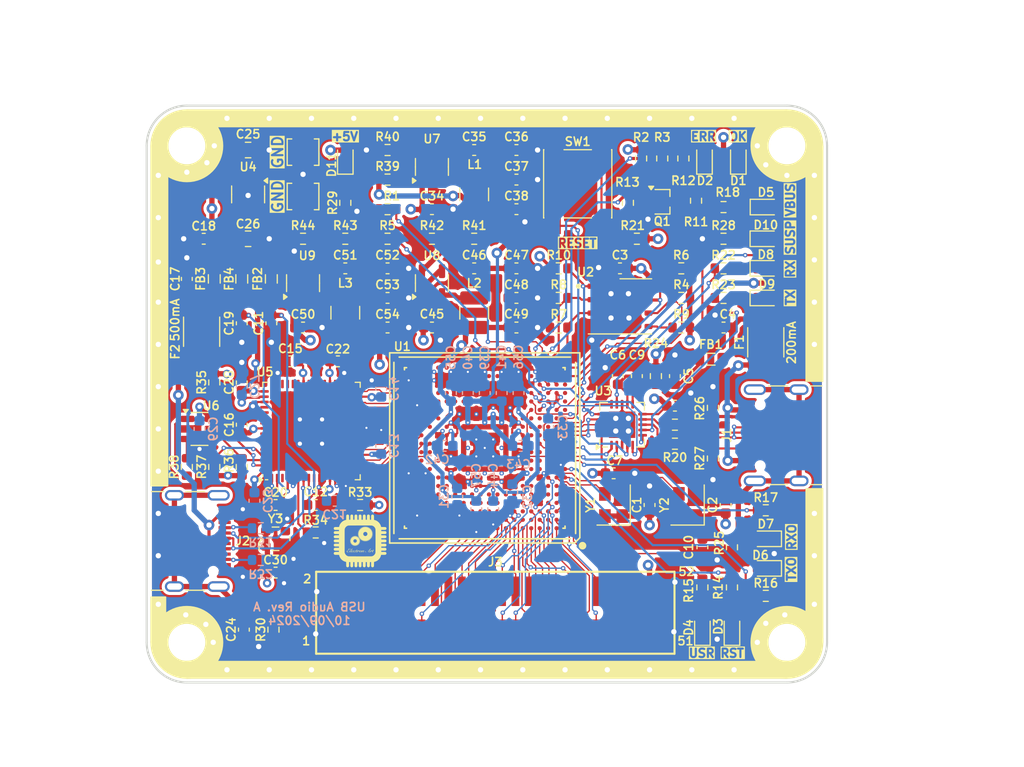
<source format=kicad_pcb>
(kicad_pcb (version 20240108) (generator "pcbnew") (generator_version "8.0")
  (layers (0 "F.Cu" signal) (1 "In1.Cu" signal) (2 "In2.Cu" signal) (31 "B.Cu" signal) (34 "B.Paste" user) (35 "F.Paste" user) (36 "B.SilkS" user "B.Silkscreen") (37 "F.SilkS" user "F.Silkscreen") (38 "B.Mask" user) (39 "F.Mask" user) (44 "Edge.Cuts" user))
  (net 0 "")
  (net 1 "+3V3")
  (net 2 "GND")
  (net 3 "Net-(U3-~{RESET})")
  (net 4 "+5V")
  (net 5 "+1V1")
  (net 6 "+2V5")
  (net 7 "JTAG_TDO")
  (net 8 "JTAG_TDI")
  (net 9 "JTAG_TMS")
  (net 10 "JTAG_TCK")
  (net 11 "FLASH_SCK")
  (net 12 "FLASH_nHOLD")
  (net 13 "FLASH_nWP")
  (net 14 "FLASH_MISO")
  (net 15 "FLASH_MOSI")
  (net 16 "FLASH_nCS")
  (net 17 "FTDI_RXD")
  (net 18 "FTDI_TXD")
  (net 19 "Net-(J1-SHIELD)")
  (net 20 "EXT_0")
  (net 21 "EXT_33")
  (net 22 "/Flash & JTAG/nPROGRAM")
  (net 23 "/Flash & JTAG/CFG_DONE")
  (net 24 "/Flash & JTAG/FT231_PWR")
  (net 25 "+3V3P")
  (net 26 "Net-(D10-A)")
  (net 27 "Net-(D1-K)")
  (net 28 "Net-(D2-K)")
  (net 29 "VPLL")
  (net 30 "Net-(Q1-B)")
  (net 31 "Net-(Q1-C)")
  (net 32 "/Flash & JTAG/USB_C_R_N")
  (net 33 "/Flash & JTAG/USB_C_N")
  (net 34 "/Flash & JTAG/USB_C_R_P")
  (net 35 "/Flash & JTAG/USB_C_P")
  (net 36 "Net-(J1-CC1)")
  (net 40 "EXT_45")
  (net 41 "LED_3")
  (net 42 "LED_2")
  (net 45 "LED_1")
  (net 46 "LED_0")
  (net 50 "CLK_22.5792MHz")
  (net 98 "FTDI_RTS")
  (net 100 "EXT_1")
  (net 101 "EXT_2")
  (net 102 "EXT_3")
  (net 103 "EXT_4")
  (net 104 "EXT_5")
  (net 105 "EXT_6")
  (net 106 "EXT_7")
  (net 107 "EXT_8")
  (net 108 "EXT_9")
  (net 109 "EXT_10")
  (net 110 "EXT_11")
  (net 111 "EXT_12")
  (net 112 "EXT_13")
  (net 113 "EXT_14")
  (net 114 "EXT_15")
  (net 115 "EXT_16")
  (net 116 "EXT_17")
  (net 117 "EXT_18")
  (net 118 "EXT_19")
  (net 119 "EXT_20")
  (net 120 "EXT_21")
  (net 121 "EXT_22")
  (net 122 "EXT_23")
  (net 123 "EXT_24")
  (net 124 "EXT_25")
  (net 125 "EXT_26")
  (net 126 "EXT_27")
  (net 127 "EXT_28")
  (net 137 "Net-(J1-CC2)")
  (net 139 "EXT_32")
  (net 140 "EXT_31")
  (net 141 "EXT_30")
  (net 142 "EXT_29")
  (net 143 "/Flash & JTAG/nINIT")
  (net 144 "/Flash & JTAG/CFG_1")
  (net 183 "FTDI_TXDEN")
  (net 184 "FTDI_nDTR")
  (net 185 "Net-(U7-FB)")
  (net 187 "Net-(U7-SW)")
  (net 188 "Net-(U3-CBUS1)")
  (net 189 "Net-(U3-CBUS2)")
  (net 190 "Net-(D8-K)")
  (net 191 "Net-(D9-K)")
  (net 192 "Net-(D10-K)")
  (net 197 "BTN")
  (net 223 "VPHY")
  (net 224 "Net-(F2-Pad2)")
  (net 225 "CC2")
  (net 226 "Net-(D11-K)")
  (net 227 "CC1")
  (net 228 "+1V8R")
  (net 229 "Net-(U4-OUT)")
  (net 230 "FTDI_D-")
  (net 231 "FTDI_D+")
  (net 232 "EXT_35")
  (net 233 "EXT_34")
  (net 234 "EXT_39")
  (net 235 "EXT_36")
  (net 236 "EXT_44")
  (net 237 "EXT_42")
  (net 238 "EXT_38")
  (net 239 "EXT_41")
  (net 240 "EXT_43")
  (net 241 "EXT_40")
  (net 242 "EXT_37")
  (net 258 "EECS")
  (net 260 "FIFO_D3")
  (net 261 "FIFO_D2")
  (net 262 "FIFO_D6")
  (net 263 "FIFO_D0")
  (net 264 "FIFO_CLK")
  (net 265 "~{FIFO_RXF}")
  (net 266 "FIFO_D7")
  (net 267 "~{FIFO_RD}")
  (net 268 "FIFO_D5")
  (net 269 "~{FIFO_WR}")
  (net 270 "FIFO_D1")
  (net 271 "~{FIFO_OE}")
  (net 272 "FIFO_D4")
  (net 273 "FIFO_SIWU")
  (net 274 "~{FIFO_TXE}")
  (net 275 "Net-(J2-SHIELD)")
  (net 276 "Net-(U8-FB)")
  (net 277 "Net-(U9-FB)")
  (net 278 "Net-(F1-Pad2)")
  (net 281 "Net-(U8-SW)")
  (net 282 "Net-(U9-SW)")
  (net 283 "Net-(U5-REF)")
  (net 284 "Net-(U5-EECLK)")
  (net 285 "Net-(U5-EEDATA)")
  (net 286 "Net-(U6-DO)")
  (net 307 "Net-(U5-OSCI)")
  (net 308 "~{FT2232_RESET}")
  (net 309 "Net-(D3-A)")
  (net 310 "Net-(D4-A)")
  (net 311 "Net-(D6-A)")
  (net 312 "CLK_24.576MHz")
  (net 313 "Net-(C4-Pad1)")
  (net 314 "Net-(C17-Pad1)")
  (net 315 "Net-(D5-K)")
  (net 316 "Net-(D7-A)")
  (net 317 "Net-(R21-Pad2)")
  (footprint "Resistor_SMD:R_0603_1608Metric" (layer "F.Cu") (at 118.4 95.6 -90)
    (property "Reference" "R35")
    (property "Value" "10K")
  )
  (footprint "Capacitor_SMD:C_0603_1608Metric" (layer "F.Cu") (at 162 95 90)
    (property "Reference" "C5")
    (property "Value" "4.7µF")
  )
  (footprint "Resistor_SMD:R_0603_1608Metric" (layer "F.Cu") (at 130.8 82 180)
    (property "Reference" "R43")
    (property "Value" "15K")
  )
  (footprint "ECP5_BGA381_FT2232HQ_FIFO:WSON-8-1EP_6x5mm_P1.27mm_EP3.4x4.3mm" (layer "F.Cu") (at 156.8 88.4)
    (property "Reference" "U2")
    (property "Value" "IS25LP128F")
  )
  (footprint "Capacitor_SMD:C_0603_1608Metric" (layer "F.Cu") (at 115.8 85.8 90)
    (property "Reference" "C17")
    (property "Value" "10nF")
  )
  (footprint "Resistor_SMD:R_0603_1608Metric" (layer "F.Cu") (at 118.4 103.6 90)
    (property "Reference" "R37")
    (property "Value" "10K")
  )
  (footprint "Resistor_SMD:R_0603_1608Metric" (layer "F.Cu") (at 151 87.6)
    (property "Reference" "R8")
    (property "Value" "10K")
  )
  (footprint "Resistor_SMD:R_0603_1608Metric" (layer "F.Cu") (at 151 84.8 180)
    (property "Reference" "R10")
    (property "Value" "4.7K")
  )
  (footprint "MountingHole:MountingHole_3.2mm_M3" (layer "F.Cu") (at 172.6 73.2)
    (property "Reference" "H2" (hide yes))
    (property "Value" "MountingHole" (hide yes))
  )
  (footprint "Resistor_SMD:R_0603_1608Metric" (layer "F.Cu") (at 162.6 84.8 180)
    (property "Reference" "R6")
    (property "Value" "10K")
  )
  (footprint "Button_Switch_SMD:SW_SPST_PTS645" (layer "F.Cu") (at 152.8 76.8 -90)
    (property "Reference" "SW1")
    (property "Value" "User")
  )
  (footprint "Capacitor_SMD:C_0603_1608Metric" (layer "F.Cu") (at 156.2 104.2)
    (property "Reference" "C7")
    (property "Value" "0.1µF")
  )
  (footprint "Capacitor_SMD:C_0805_2012Metric" (layer "F.Cu") (at 121.6 82)
    (property "Reference" "C26")
    (property "Value" "10µF")
  )
  (footprint "ECP5_BGA381_FT2232HQ_FIFO:SAMTEC-FTS-126-02-X-DV" (layer "F.Cu") (at 145 117.4)
    (property "Reference" "J3")
    (property "Value" "FTS-126-02-L-DV")
  )
  (footprint "Capacitor_SMD:C_0603_1608Metric" (layer "F.Cu") (at 121 90 -90)
    (property "Reference" "C19")
    (property "Value" "4.7µF")
  )
  (footprint "LED_SMD:LED_0603_1608Metric" (layer "F.Cu") (at 168 74.4 90)
    (property "Reference" "D1")
    (property "Value" "GREEN")
  )
  (footprint "LED_SMD:LED_0603_1608Metric" (layer "F.Cu") (at 170.6 87.6)
    (property "Reference" "D9")
    (property "Value" "YLW")
  )
  (footprint "Resistor_SMD:R_0603_1608Metric" (layer "F.Cu") (at 165.6 102.8 -90)
    (property "Reference" "R27")
    (property "Value" "5.1K")
  )
  (footprint "ECP5_BGA381_FT2232HQ_FIFO:Fuse_1812_4532Metric" (layer "F.Cu") (at 170.6 91.8 -90)
    (property "Reference" "F1")
    (property "Value" "Hold 140mA")
  )
  (footprint "Capacitor_SMD:C_0603_1608Metric" (layer "F.Cu") (at 121.2 119 -90)
    (property "Reference" "C24")
    (property "Value" "10nF")
  )
  (footprint "Resistor_SMD:R_0603_1608Metric" (layer "F.Cu") (at 157.55 78.6 90)
    (property "Reference" "R13")
    (property "Value" "10K")
  )
  (footprint "Package_TO_SOT_SMD:SOT-23-5" (layer "F.Cu") (at 126.8 86.2 90)
    (property "Reference" "U9")
    (property "Value" "TLV62569DBVT")
  )
  (footprint "Capacitor_SMD:C_0603_1608Metric" (layer "F.Cu") (at 147 79.2)
    (property "Reference" "C38")
    (property "Value" "2.2µF")
  )
  (footprint "MountingHole:MountingHole_3.2mm_M3" (layer "F.Cu") (at 115.8 73.2)
    (property "Reference" "H1" (hide yes))
    (property "Value" "MountingHole" (hide yes))
  )
  (footprint "Inductor_SMD:L_0805_2012Metric" (layer "F.Cu") (at 165.4 93.4 180)
    (property "Reference" "FB1")
    (property "Value" "600Ohm 2A")
  )
  (footprint "MountingHole:MountingHole_3.2mm_M3" (layer "F.Cu") (at 115.8 120.2)
    (property "Reference" "H4" (hide yes))
    (property "Value" "MountingHole" (hide yes))
  )
  (footprint "Capacitor_SMD:C_0603_1608Metric" (layer "F.Cu") (at 134.8 84.8)
    (property "Reference" "C52")
    (property "Value" "22µF")
  )
  (footprint "Capacitor_SMD:C_0603_1608Metric" (layer "F.Cu") (at 125.6 93.6 180)
    (property "Reference" "C15")
    (property "Value" "0.1µF")
  )
  (footprint "LED_SMD:LED_0603_1608Metric" (layer "F.Cu") (at 170.6 82)
    (property "Reference" "D10")
    (property "Value" "BLUE")
  )
  (footprint "Capacitor_SMD:C_0603_1608Metric" (layer "F.Cu") (at 156.6 95 90)
    (property "Reference" "C6")
    (property "Value" "0.1µF")
  )
  (footprint "Resistor_SMD:R_0603_1608Metric" (layer "F.Cu") (at 164 78.4 -90)
    (property "Reference" "R11")
    (property "Value" "330")
  )
  (footprint "Inductor_SMD:L_1210_3225Metric" (layer "F.Cu") (at 130.8 89 -90)
    (property "Reference" "L3")
    (property "Value" "2.2µH")
  )
  (footprint "Capacitor_SMD:C_0603_1608Metric" (layer "F.Cu") (at 130.1 93.6)
    (property "Reference" "C22")
    (property "Value" "0.1µF")
  )
  (footprint "ECP5_BGA381_FT2232HQ_FIFO:USB_C_Receptacle_GCT_USB4105-xx-A_16P_TopMnt_Horizontal" (layer "F.Cu") (at 167.1725 100.9 90)
    (property "Reference" "J1")
    (property "Value" "USB Type C")
  )
  (footprint "Resistor_SMD:R_0603_1608Metric" (layer "F.Cu") (at 164.6 115 -90)
    (property "Reference" "R15")
    (property "Value" "330")
  )
  (footprint "Capacitor_SMD:C_0603_1608Metric" (layer "F.Cu") (at 123.8 90 -90)
    (property "Reference" "C11")
    (property "Value" "4.7µF")
  )
  (footprint "Capacitor_SMD:C_0603_1608Metric" (layer "F.Cu") (at 143 73.6 180)
    (property "Reference" "C35")
    (property "Value" "100pF")
  )
  (footprint "LED_SMD:LED_0603_1608Metric" (layer "F.Cu") (at 130.8 74.4 90)
    (property "Reference" "D11")
    (property "Value" "GREEN")
  )
  (footprint "Resistor_SMD:R_0603_1608Metric" (layer "F.Cu") (at 162.8 74.4 90)
    (property "Reference" "R12")
    (property "Value" "750")
  )
  (footprint "Capacitor_SMD:C_0603_1608Metric" (layer "F.Cu") (at 159.6 107.2 90)
    (property "Reference" "C1")
    (property "Value" "0.1µF")
  )
  (footprint "Resistor_SMD:R_0603_1608Metric" (layer "F.Cu") (at 158.8 74.4 -90)
    (property "Reference" "R2")
    (property "Value" "10K")
  )
  (footprint "Capacitor_SMD:C_0603_1608Metric" (layer "F.Cu") (at 147 90.4)
    (property "Reference" "C49")
    (property "Value" "2.2µF")
  )
  (footprint "Resistor_SMD:R_0603_1608Metric" (layer "F.Cu") (at 134.8 82)
    (property "Reference" "R5")
    (property "Value" "1.1K")
  )
  (footprint "Resistor_SMD:R_0603_1608Metric" (layer "F.Cu") (at 134.8 76.4)
    (property "Reference" "R39")
    (property "Value" "15K")
  )
  (footprint "Resistor_SMD:R_0603_1608Metric" (layer "F.Cu") (at 132.2 107.2 180)
    (property "Reference" "R33")
    (property "Value" "2.2K")
  )
  (footprint "Package_TO_SOT_SMD:SOT-23-5" (layer "F.Cu") (at 121.6 77.8 -90)
    (property "Reference" "U4")
    (property "Value" "LP5907MFX-3.3")
  )
  (footprint "Inductor_SMD:L_1210_3225Metric" (layer "F.Cu") (at 143 89 -90)
    (property "Reference" "L2")
    (property "Value" "2.2µH")
  )
  (footprint "LED_SMD:LED_0603_1608Metric" (layer "F.Cu") (at 170.6125 79)
    (property "Reference" "D5")
    (property "Value" "GREEN")
  )
  (footprint "Resistor_SMD:R_0603_1608Metric" (layer "F.Cu") (at 167.4 111.2 -90)
    (property "Reference" "R25")
    (property "Value" "100K")
  )
  (footprint "Capacitor_SMD:C_0603_1608Metric" (layer "F.Cu") (at 121 95.6 90)
    (property "Reference" "C28")
    (property "Value" "4.7µF")
  )
  (footprint "Inductor_SMD:L_0805_2012Metric" (layer "F.Cu") (at 121 85.8 -90)
    (property "Reference" "FB4")
    (property "Value" "BLM21SP")
  )
  (footprint "Oscillator:Oscillator_SMD_ECS_2520MV-xxx-xx-4Pin_2.5x2.0mm" (layer "F.Cu") (at 124.2 110.4 90)
    (property "Reference" "Y3")
    (property "Value" "12.000 MHz")
  )
  (footprint "Resistor_SMD:R_0603_1608Metric" (layer "F.Cu") (at 162.6 87.6 180)
    (property "Reference" "R4")
    (property "Value" "1.1K")
  )
  (footprint "LED_SMD:LED_0603_1608Metric" (layer "F.Cu") (at 167.4 119 90)
    (property "Reference" "D3")
    (property "Value" "RED")
  )
  (footprint "Inductor_SMD:L_0805_2012Metric" (layer "F.Cu") (at 123.8 85.8 -90)
    (property "Reference" "FB2")
    (property "Value" "BLM21SP")
  )
  (footprint "Resistor_SMD:R_0603_1608Metric" (layer "F.Cu") (at 134.8 73.6 180)
    (property "Reference" "R40")
    (property "Value" "18K")
  )
  (footprint "Inductor_SMD:L_0805_2012Metric" (layer "F.Cu") (at 118.4 85.8 90)
    (property "Reference" "FB3")
    (property "Value" "BLM21SP")
  )
  (footprint "LED_SMD:LED_0603_1608Metric" (layer "F.Cu") (at 170.6 113.2 180)
    (property "Reference" "D6")
    (property "Value" "RED")
  )
  (footprint "Resistor_SMD:R_0603_1608Metric" (layer "F.Cu") (at 162 99.6 180)
    (property "Reference" "R19" (hide yes))
    (property "Value" "27")
  )
  (footprint "Capacitor_SMD:C_0603_1608Metric" (layer "F.Cu") (at 164.6 111.2 -90)
    (property "Reference" "C10")
    (property "Value" "10nF")
  )
  (footprint "LOGO" (layer "F.Cu") (at 132.2 110.6)
    (property "Reference" "G***" (hide yes))
    (property "Value" "LOGO" (hide yes))
  )
  (footprint "Capacitor_SMD:C_0603_1608Metric" (layer "F.Cu") (at 126.8 90.4)
    (property "Reference" "C50")
    (property "Value" "22µF")
  )
  (footprint "Resistor_SMD:R_0603_1608Metric" (layer "F.Cu") (at 126.8 82 180)
    (property "Reference" "R44")
    (property "Value" "3.3K")
  )
  (footprint "Resistor_SMD:R_0603_1608Metric" (layer "F.Cu") (at 162.6 90.4)
    (property "Reference" "R9")
    (property "Value" "4.7K")
  )
  (footprint "Capacitor_SMD:C_0603_1608Metric" (layer "F.Cu") (at 139 90.4)
    (property "Reference" "C45")
    (property "Value" "22µF")
  )
  (footprint "LED_SMD:LED_0603_1608Metric" (layer "F.Cu") (at 170.6 84.8)
    (property "Reference" "D8")
    (property "Value" "GREEN")
  )
  (footprint "Resistor_SMD:R_0603_1608Metric" (layer "F.Cu") (at 166.6 79 180)
    (property "Reference" "R18")
    (property "Value" "2.7K")
  )
  (footprint "Capacitor_SMD:C_0603_1608Metric" (layer "F.Cu") (at 117.4 82 180)
    (property "Reference" "C18")
    (property "Value" "0.1µF")
  )
  (footprint "Capacitor_SMD:C_0603_1608Metric" (layer "F.Cu") (at 134.8 87.6)
    (property "Reference" "C53")
    (property "Value" "22µF")
  )
  (footprint "LED_SMD:LED_0603_1608Metric" (layer "F.Cu") (at 170.6 110.4 180)
    (property "Reference" "D7")
    (property "Value" "RED")
  )
  (footprint "Capacitor_SMD:C_0603_1608Metric" (layer "F.Cu") (at 143 84.8 180)
    (property "Reference" "C46")
    (property "Value" "100pF")
  )
  (footprint "Capacitor_SMD:C_0603_1608Metric" (layer "F.Cu") (at 130.8 84.8 180)
    (property "Reference" "C51")
    (property "Value" "100pF")
  )
  (footprint "ECP5_BGA381_FT2232HQ_FIFO:KEYSTONE_5197TR" (layer "F.Cu") (at 126.8 73.8 90)
    (property "Reference" "TP2" (hide yes))
    (property "Value" "5191TR")
  )
  (footprint "Capacitor_SMD:C_0603_1608Metric" (layer "F.Cu") (at 124.2 107.2 180)
    (property "Reference" "C20")
    (property "Value" "0.1µF")
  )
  (footprint "Capacitor_SMD:C_0805_2012Metric" (layer "F.Cu") (at 121.6 73.6)
    (property "Reference" "C25")
    (property "Value" "10µF")
  )
  (footprint "Resistor_SMD:R_0603_1608Metric" (layer "F.Cu") (at 115.8 103.6 90)
    (property "Reference" "R38")
    (property "Value" "2.2K")
  )
  (footprint "Resistor_SMD:R_0603_1608Metric" (layer "F.Cu") (at 160.2 95 -90)
    (property "Reference" "R24")
    (property "Value" "10K")
  )
  (footprint "ECP5_BGA381_FT2232HQ_FIFO:BGA-381_pitch0.8mm_dia0.4mm" (layer "F.Cu") (at 144 101.8 180)
    (property "Reference" "U1")
    (property "Value" "LFE5U-25F-6BG381C" (hide yes))
  )
  (footprint "Resistor_SMD:R_0603_1608Metric" (layer "F.Cu") (at 166.6 84.8 180)
    (property "Reference" "R22")
    (property "Value" "330")
  )
  (footprint "Oscillator:Oscillator_SMD_Abracon_ASE-4Pin_3.2x2.5mm" (layer "F.Cu") (at 163.2 107.2 90)
    (property "Reference" "Y2")
    (property "Value" "22.5792 MHz")
  )
  (footprint "Capacitor_SMD:C_0603_1608Metric" (layer "F.Cu") (at 124.2 113.6)
    (property "Reference" "C30")
    (property "Value" "0.1µF")
  )
  (footprint "Resistor_SMD:R_0603_1608Metric" (layer "F.Cu") (at 124 119 -90)
    (property "Reference" "R30")
    (property "Value" "100K")
  )
  (footprint "Capacitor_SMD:C_0603_1608Metric" (layer "F.Cu") (at 147 84.8)
    (property "Reference" "C47")
    (property "Value" "22µF")
  )
  (footprint "Capacitor_SMD:C_0603_1608Metric" (layer "F.Cu") (at 128 107.2)
    (property "Reference" "C12")
    (property "Value" "0.1µF")
  )
  (footprint "Capacitor_SMD:C_0603_1608Metric" (layer "F.Cu") (at 134.8 90.4)
    (property "Reference" "C54")
    (property "Value" "2.2µF")
  )
  (footprint "Package_TO_SOT_SMD:SOT-23-5" (layer "F.Cu") (at 139 86.2 90)
    (property "Reference" "U8")
    (property "Value" "TLV62569DBVT")
  )
  (footprint "Resistor_SMD:R_0603_1608Metric" (layer "F.Cu") (at 143 82 180)
    (property "Reference" "R41")
    (property "Value" "15K")
  )
  (footprint "Resistor_SMD:R_0603_1608Metric" (layer "F.Cu") (at 130.8 78.6 -90)
    (property "Reference" "R29")
    (property "Value" "2.7K")
  )
  (footprint "Resistor_SMD:R_0603_1608Metric" (layer "F.Cu") (at 165.6 98 90)
    (property "Reference" "R26")
    (property "Value" "5.1K")
  )
  (footprint "MountingHole:MountingHole_3.2mm_M3" (layer "F.Cu") (at 172.6 120.2)
    (property "Reference" "H3" (hide yes))
    (property "Value" "MountingHole" (hide yes))
  )
  (footprint "Inductor_SMD:L_1210_3225Metric" (layer "F.Cu") (at 143 77.8 -90)
    (property "Reference" "L1")
    (property "Value" "2.2µH")
  )
  (footprint "Capacitor_SMD:C_0603_1608Metric" (layer "F.Cu") (at 147 87.6)
    (property "Reference" "C48")
    (property "Value" "22µF")
  )
  (footprint "Resistor_SMD:R_0603_1608Metric" (layer "F.Cu") (at 170.6 107.7)
    (property "Reference" "R17")
    (property "Value" "750")
  )
  (footprint "Capacitor_SMD:C_0603_1608Metric" (layer "F.Cu") (at 166.8 107.2 90)
    (property "Reference" "C2")
    (property "Value" "0.1µF")
  )
  (footprint "Package_DFN_QFN:QFN-20-1EP_4x4mm_P0.5mm_EP2.5x2.5mm" (layer "F.Cu") (at 157 99.6 90)
    (property "Reference" "U3")
    (property "Value" "FT231XQ")
  )
  (footprint "Resistor_SMD:R_0603_1608Metric" (layer "F.Cu") (at 166.6 87.6 180)
    (property "Reference" "R23")
    (property "Value" "750")
  )
  (footprint "Package_TO_SOT_SMD:SOT-23-5" (layer "F.Cu") (at 139 75.2 90)
    (property "Reference" "U7")
    (property "Value" "TLV62569DBVT")
  )
  (footprint "Resistor_SMD:R_0603_1608Metric" (layer "F.Cu") (at 167.4 115 -90)
    (property "Reference" "R14")
    (property "Value" "750")
  )
  (footprint "Package_DFN_QFN:QFN-64-1EP_9x9mm_P0.5mm_EP4.35x4.35mm" (layer "F.Cu") (at 127.6 100.2 90)
    (property "Reference" "U5")
    (property "Value" "FT2232HQ")
  )
  (footprint "Capacitor_SMD:C_0603_1608Metric" (layer "F.Cu") (at 147 73.6)
    (property "Reference" "C36")
    (property "Value" "22µF")
  )
  (footprint "Capacitor_SMD:C_0603_1608Metric" (layer "F.Cu") (at 121 99.6 90)
    (property "Reference" "C16")
    (property "Value" "0.1µF")
  )
  (footprint "Oscillator:Oscillator_SMD_Abracon_ASE-4Pin_3.2x2.5mm" (layer "F.Cu") (at 156.2 107.2 90)
    (property "Reference" "Y1")
    (property "Value" "24.576 MHz")
  )
  (footprint "Package_TO_SOT_SMD:SOT-323_SC-70" (layer "F.Cu") (at 160.8 78.5)
    (property "Reference" "Q1")
    (property "Value" "MMST2222A")
  )
  (footprint "Resistor_SMD:R_0603_1608Metric" (layer "F.Cu") (at 139 82 180)
    (property "Reference" "R42")
    (property "Value" "4.7K")
  )
  (footprint "Resistor_SMD:R_0603_1608Metric" (layer "F.Cu") (at 158.4 82 180)
    (property "Reference" "R21")
    (property "Value" "130")
  )
  (footprint "Capacitor_SMD:C_0603_1608Metric" (layer "F.Cu") (at 166.6 90.4 180)
    (property "Reference" "C4")
    (property "Value" "10nF")
  )
  (footprint "Resistor_SMD:R_0603_1608Metric" (layer "F.Cu") (at 170.6 115.8)
    (property "Reference" "R16")
    (property "Value" "750")
  )
  (footprint "ECP5_BGA381_FT2232HQ_FIFO:USB_C_Receptacle_GCT_USB4105-xx-A_16P_TopMnt_Horizontal" (layer "F.Cu") (at 121.2 110.3 -90)
    (property "Reference" "J2")
    (property "Value" "USB Type C")
  )
  (footprint "ECP5_BGA381_FT2232HQ_FIFO:Fuse_1812_4532Metric" (layer "F.Cu") (at 117.2 90.8 -90)
    (property "Reference" "F2")
    (property "Value" "Hold 500 mA")
  )
  (footprint "Resistor_SMD:R_0603_1608Metric" (layer "F.Cu") (at 166.6 82 180)
    (property "Reference" "R28")
    (property "Value" "330")
  )
  (footprint "Resistor_SMD:R_0603_1608Metric" (layer "F.Cu") (at 134.8 79.2 180)
    (property "Reference" "R1")
    (property "Value" "10K")
  )
  (footprint "ECP5_BGA381_FT2232HQ_FIFO:KEYSTONE_5197TR" (layer "F.Cu") (at 126.8 78 90)
    (property "Reference" "TP1" (hide yes))
    (property "Value" "5191TR")
  )
  (footprint "LED_SMD:LED_0603_1608Metric" (layer "F.Cu") (at 164.6 119 90)
    (property "Reference" "D4")
    (property "Value" "BLUE")
  )
  (footprint "Package_TO_SOT_SMD:SOT-23-6" (layer "F.Cu") (at 117 100)
    (property "Reference" "U6")
    (property "Value" "93LCxxBxxOT")
  )
  (footprint "Capacitor_SMD:C_0603_1608Metric" (layer "F.Cu") (at 156.8 84.8 180)
    (property "Reference" "C3")
    (property "Value" "0.1µF")
  )
  (footprint "Resistor_SMD:R_0603_1608Metric" (layer "F.Cu") (at 121 103.6 90)
    (property "Reference" "R36")
    (property "Value" "10K")
  )
  (footprint "Capacitor_SMD:C_0603_1608Metric" (layer "F.Cu") (at 139 79.2)
    (property "Reference" "C34")
    (property "Value" "22µF")
  )
  (footprint "Resistor_SMD:R_0603_1608Metric" (layer "F.Cu") (at 151 90.4)
    (property "Reference" "R7")
    (property "Value" "10K")
  )
  (footprint "Capacitor_SMD:C_0603_1608Metric" (layer "F.Cu") (at 147 76.4)
    (property "Reference" "C37")
    (property "Value" "22µF")
  )
  (footprint "LED_SMD:LED_0603_1608Metric" (layer "F.Cu") (at 164.8 74.4 90)
    (property "Reference" "D2")
    (property "Value" "RED")
  )
  (footprint "Resistor_SMD:R_0603_1608Metric" (layer "F.Cu") (at 128 109.8)
    (property "Reference" "R34")
    (property "Value" "12K")
  )
  (footprint "Capacitor_SMD:C_0603_1608Metric" (layer "F.Cu") (at 162 97.8)
    (property "Reference" "C8" (hide yes))
    (property "Value" "0.1µF")
  )
  (footprint "Resistor_SMD:R_0603_1608Metric" (layer "F.Cu") (at 162 101.4 180)
    (property "Reference" "R20")
    (property "Value" "27")
  )
  (footprint "Resistor_SMD:R_0603_1608Metric" (layer "F.Cu") (at 160.8 74.4 90)
    (property "Reference" "R3")
    (property "Value" "4.7K")
  )
  (footprint "Capacitor_SMD:C_0603_1608Metric" (layer "F.Cu") (at 158.4 95 90)
    (property "Reference" "C9")
    (property "Value" "0.1µF")
  )
  (footprint "Capacitor_SMD:C_0603_1608Metric" (layer "B.Cu") (at 117 100 -90)
    (property "Reference" "C29")
    (property "Value" "0.1µF")
  )
  (footprint "Capacitor_SMD:C_0603_1608Metric" (layer "B.Cu") (at 147.4 101.6)
    (property "Reference" "C43")
    (property "Value" "0.1µF")
  )
  (footprint "Capacitor_SMD:C_0603_1608Metric" (layer "B.Cu") (at 134.2 96.2 90)
    (property "Reference" "C14")
    (property "Value" "0.1µF")
  )
  (footprint "Resistor_SMD:R_0603_1608Metric" (layer "B.Cu") (at 122.8 109.4)
    (property "Reference" "R31")
    (property "Value" "5.1K")
  )
  (footprint "Capacitor_SMD:C_0603_1608Metric" (layer "B.Cu") (at 141.4 106.4 -90)
    (property "Reference" "C31")
    (property "Value" "0.1µF")
  )
  (footprint "Capacitor_SMD:C_0603_1608Metric" (layer "B.Cu") (at 144.8 107.6 -90)
    (property "Reference" "C44")
    (property "Value" "2.2µF")
  )
  (footprint "Capacitor_SMD:C_0603_1608Metric" (layer "B.Cu") (at 150 99.8 -90)
    (property "Reference" "C33")
    (property "Value" "0.1µF")
  )
  (footprint "Capacitor_SMD:C_0603_1608Metric" (layer "B.Cu") (at 143.2 107.6 -90)
    (property "Reference" "C57")
    (property "Value" "2.2µF")
  )
  (footprint "Capacitor_SMD:C_0603_1608Metric" (layer "B.Cu") (at 145.6 96.6 90)
    (property "Reference" "C41")
    (property "Value" "0.1µF")
  )
  (footprint "Capacitor_SMD:C_0603_1608Metric" (layer "B.Cu") (at 144 96.6 90)
    (property "Reference" "C39")
    (property "Value" "2.2µF")
  )
  (footprint "Capacitor_SMD:C_0603_1608Metric" (layer "B.Cu") (at 121 96 90)
    (property "Reference" "C27")
    (property "Value" "0.1µF")
  )
  (footprint "Capacitor_SMD:C_0603_1608Metric" (layer "B.Cu") (at 129.8 106.8)
    (property "Reference" "C21")
    (property "Value" "0.1µF")
  )
  (footprint "Capacitor_SMD:C_0603_1608Metric" (layer "B.Cu") (at 134.2 101.6 90)
    (property "Reference" "C13")
    (property "Value" "0.1µF")
  )
  (footprint "Capacitor_SMD:C_0603_1608Metric" (layer "B.Cu") (at 140.2 101.6 180)
    (property "Reference" "C42")
    (property "Value" "0.1µF")
  )
  (footprint "Capacitor_SMD:C_0603_1608Metric" (layer "B.Cu") (at 147.2 96.6 90)
    (property "Reference" "C56")
    (property "Value" "0.1µF")
  )
  (footprint "Capacitor_SMD:C_0603_1608Metric" (layer "B.Cu") (at 140.8 96.6 90)
    (property "Reference" "C55")
    (property "Value" "0.1µF")
  )
  (footprint "Capacitor_SMD:C_0603_1608Metric" (layer "B.Cu") (at 142.4 96.6 90)
    (property "Reference" "C40")
    (property "Value" "0.1µF")
  )
  (footprint "Capacitor_SMD:C_0603_1608Metric" (layer "B.Cu") (at 146.6 106 -90)
    (property "Reference" "C32")
    (property "Value" "0.1µF")
  )
  (footprint "Capacitor_SMD:C_0603_1608Metric" (layer "B.Cu") (at 122.2 106.8 -90)
    (property "Reference" "C23")
    (property "Value" "0.1µF")
  )
  (footprint "Resistor_SMD:R_0603_1608Metric" (layer "B.Cu") (at 122.8 112.4)
    (property "Reference" "R32")
    (property "Value" "5.1K")
  )
  (gr_rect (start 115.8 69.8) (end 172.6 71.4) (stroke (width 0.1)) (fill solid) (layer "F.SilkS"))
  (gr_rect (start 112.4 115.9) (end 113.8 120.2254) (stroke (width 0.1)) (fill solid) (layer "F.SilkS"))
  (gr_rect (start 112.4 73.2) (end 114 105.4) (stroke (width 0.1)) (fill solid) (layer "F.SilkS"))
  (gr_rect (start 174.4 105.65) (end 176 120.2) (stroke (width 0.1)) (fill solid) (layer "F.SilkS"))
  (gr_circle (center 172.6 120.2) (end 175.2 120.2) (stroke (width 1.7)) (fill none) (layer "F.SilkS"))
  (gr_circle (center 172.6 73.2) (end 175.200481 73.2) (stroke (width 1.7)) (fill none) (layer "F.SilkS"))
  (gr_rect (start 174.4 73.25) (end 176 95.5) (stroke (width 0.1)) (fill solid) (layer "F.SilkS"))
  (gr_rect (start 115.8 122) (end 172.6 123.6) (stroke (width 0.1)) (fill solid) (layer "F.SilkS"))
  (gr_circle (center 115.8 120.2) (end 118.4 120.2) (stroke (width 1.7)) (fill none) (layer "F.SilkS"))
  (gr_circle (center 115.8 73.2) (end 118.4 73.2) (stroke (width 1.7)) (fill none) (layer "F.SilkS"))
  (gr_arc (start 115.8 124) (mid 113.112994 122.887006) (end 112 120.2) (stroke (width 0.2)) (layer "Edge.Cuts"))
  (gr_line (start 172.6 124) (end 115.8 124) (stroke (width 0.2)) (layer "Edge.Cuts"))
  (gr_arc (start 112 73.2) (mid 113.112994 70.512994) (end 115.8 69.4) (stroke (width 0.2)) (layer "Edge.Cuts"))
  (gr_arc (start 172.6 69.4) (mid 175.287005 70.512994) (end 176.4 73.2) (stroke (width 0.2)) (layer "Edge.Cuts"))
  (gr_line (start 115.8 69.4) (end 172.6 69.4) (stroke (width 0.2)) (layer "Edge.Cuts"))
  (gr_line (start 176.4 73.2) (end 176.4 120.2) (stroke (width 0.2)) (layer "Edge.Cuts"))
  (gr_arc (start 176.4 120.2) (mid 175.287006 122.887006) (end 172.6 124) (stroke (width 0.2)) (layer "Edge.Cuts"))
  (gr_line (start 112 120.2) (end 112 73.2) (stroke (width 0.2)) (layer "Edge.Cuts"))
  (gr_text "USB Audio Rev. A\n10/09/2024" (at 127.4 117.5 -0) (layer "B.SilkS") (effects (font (size 0.8 0.8)) (justify mirror)))
  (gr_text "500mA" (at 115.15 91.8 90) (layer "F.SilkS") (effects (font (size 0.8 0.8) (thickness 0.15) (bold yes)) (justify left bottom)))
  (gr_text "+5V" (at 129.4 72.8 0) (layer "F.SilkS" knockout) (effects (font (size 0.8 0.8) (thickness 0.2) (bold yes)) (justify left bottom)))
  (gr_text "TX" (at 173.4 88.4 90) (layer "F.SilkS" knockout) (effects (font (size 0.8 0.8) (thickness 0.2) (bold yes)) (justify left bottom)))
  (gr_text "GND" (at 124.4 73.8 90) (layer "F.SilkS" knockout) (effects (font (size 1 1) (thickness 0.2) (bold yes))))
  (gr_text "TXO" (at 173.5 114.5 90) (layer "F.SilkS" knockout) (effects (font (size 0.8 0.8) (thickness 0.2) (bold yes)) (justify left bottom)))
  (gr_text "RXO" (at 173.525 111.575 90) (layer "F.SilkS" knockout) (effects (font (size 0.8 0.8) (thickness 0.2) (bold yes)) (justify left bottom)))
  (gr_text "RST" (at 166.2 121.7 0) (layer "F.SilkS" knockout) (effects (font (size 0.8 0.8) (thickness 0.2) (bold yes)) (justify left bottom)))
  (gr_text "RESET" (at 150.8 82.9 0) (layer "F.SilkS" knockout) (effects (font (size 0.8 0.8) (thickness 0.2) (bold yes)) (justify left bottom)))
  (gr_text "USR" (at 163.2 121.7 0) (layer "F.SilkS" knockout) (effects (font (size 0.8 0.8) (thickness 0.2) (bold yes)) (justify left bottom)))
  (gr_text "ERR" (at 163.4 72.8 0) (layer "F.SilkS" knockout) (effects (font (size 0.8 0.8) (thickness 0.2) (bold yes)) (justify left bottom)))
  (gr_text "200mA" (at 173.5 93.95 90) (layer "F.SilkS") (effects (font (size 0.8 0.8) (thickness 0.15) (bold yes)) (justify left bottom)))
  (gr_text "OK" (at 167 72.8 0) (layer "F.SilkS" knockout) (effects (font (size 0.8 0.8) (thickness 0.2) (bold yes)) (justify left bottom)))
  (gr_text "RX" (at 173.4 85.8 90) (layer "F.SilkS" knockout) (effects (font (size 0.8 0.8) (thickness 0.2) (bold yes)) (justify left bottom)))
  (gr_text "SUSP" (at 173.4 83.6 90) (layer "F.SilkS" knockout) (effects (font (size 0.8 0.8) (thickness 0.2) (bold yes)) (justify left bottom)))
  (gr_text "VBUS" (at 173.4 80 90) (layer "F.SilkS" knockout) (effects (font (size 0.8 0.8) (thickness 0.2) (bold yes)) (justify left bottom)))
  (gr_text "GND" (at 124.4 78 90) (layer "F.SilkS" knockout) (effects (font (size 1 1) (thickness 0.2) (bold yes))))
  (segment (start 159.5 85.5) (end 158.8 84.8) (width 0.5) (layer "F.Cu") (net 1))
  (segment (start 140.4 100.6) (end 140.8 100.2) (width 0.2) (layer "F.Cu") (net 1))
  (segment (start 144.4 105.4) (end 144.8 105.4) (width 0.2) (layer "F.Cu") (net 1))
  (segment (start 144.4 99) (end 145.2 99) (width 0.2) (layer "F.Cu") (net 1))
  (segment (start 143.2 105.4) (end 143.6 105.4) (width 0.2) (layer "F.Cu") (net 1))
  (segment (start 142.8 105.4) (end 143.2 105.4) (width 0.2) (layer "F.Cu") (net 1))
  (segment (start 150.175 87.6) (end 150.175 84.8) (width 0.3) (layer "F.Cu") (net 1))
  (segment (start 159.6 113.028134) (end 159.6 115.363) (width 0.5) (layer "F.Cu") (net 1))
  (segment (start 118.1375 99.0375) (end 118.1375 99.05) (width 0.5) (layer "F.Cu") (net 1))
  (segment (start 150.175 90.4) (end 150.175 87.6) (width 0.3) (layer "F.Cu") (net 1))
  (segment (start 123.425 114.575) (end 123.4 114.6) (width 0.5) (layer "F.Cu") (net 1))
  (segment (start 123.275 109.675) (end 123.275 111.125) (width 0.5) (layer "F.Cu") (net 1))
  (segment (start 134.05 90.4) (end 130.825 90.4) (width 0.5) (layer "F.Cu") (net 1))
  (segment (start 157.575 73.575) (end 157.55 73.55) (width 0.5) (layer "F.Cu") (net 1))
  (segment (start 131.4 84.8) (end 134.05 84.8) (width 0.5) (layer "F.Cu") (net 1))
  (segment (start 133.25 96.95) (end 133.3 97) (width 0.2) (layer "F.Cu") (net 1))
  (segment (start 140.4 103.8) (end 141.2 103.8) (width 0.2) (layer "F.Cu") (net 1))
  (segment (start 147.6 101.4) (end 146.8 101.4) (width 0.2) (layer "F.Cu") (net 1))
  (segment (start 122.15 99.95) (end 122.1 100) (width 0.2) (layer "F.Cu") (net 1))
  (segment (start 158.25 108.25) (end 158.525 107.975) (width 0.5) (layer "F.Cu") (net 1))
  (segment (start 126.8 94.025) (end 126.375 93.6) (width 0.2) (layer "F.Cu") (net 1))
  (segment (start 143.2 105.4) (end 143.2 105.8) (width 0.2) (layer "F.Cu") (net 1))
  (segment (start 145.2 99) (end 144.8 98.6) (width 0.2) (layer "F.Cu") (net 1))
  (segment (start 166.6 72.4) (end 166.6 73.6125) (width 0.5) (layer "F.Cu") (net 1))
  (segment (start 158.8 73.575) (end 160.8 73.575) (width 0.5) (layer "F.Cu") (net 1))
  (segment (start 118.4 104.425) (end 119.675 104.425) (width 0.5) (layer "F.Cu") (net 1))
  (segment (start 140.4 101.4) (end 141.2 101.4) (width 0.2) (layer "F.Cu") (net 1))
  (segment (start 140.4 100.6) (end 140.4 101.4) (width 0.2) (layer "F.Cu") (net 1))
  (segment (start 123.425 113.6) (end 123.425 111.275) (width 0.5) (layer "F.Cu") (net 1))
  (segment (start 159.460933 112.889067) (end 159.6 113.028134) (width 0.5) (layer "F.Cu") (net 1))
  (segment (start 147.6 100.6) (end 147.6 101.4) (width 0.2) (layer "F.Cu") (net 1))
  (segment (start 148 104.2) (end 147.6 103.8) (width 0.2) (layer "F.Cu") (net 1))
  (segment (start 133.975 79.2) (end 133.975 82) (width 0.5) (layer "F.Cu") (net 1))
  (segment (start 158.525 107.975) (end 159.6 107.975) (width 0.5) (layer "F.Cu") (net 1))
  (segment (start 126.85 95.75) (end 126.85 94.75) (width 0.2) (layer "F.Cu") (net 1))
  (segment (start 159.595 115.168) (end 159.595 119.232) (width 0.5) (layer "F.Cu") (net 1))
  (segment (start 150.8 96.6) (end 151.2 97) (width 0.2) (layer "F.Cu") (net 1))
  (segment (start 164.8 73.6125) (end 166.6 73.6125) (width 0.5) (layer "F.Cu") (net 1))
  (segment (start 150 97.4) (end 150.4 97.8) (width 0.2) (layer "F.Cu") (net 1))
  (segment (start 150 97.4) (end 150.8 97.4) (width 0.2) (layer "F.Cu") (net 1))
  (segment (start 150.794724 97.405276) (end 150.4 97.8) (width 0.2) (layer "F.Cu") (net 1))
  (segment (start 165.425 107.975) (end 166.8 107.975) (width 0.5) (layer "F.Cu") (net 1))
  (segment (start 159.5 86.495) (end 159.5 85.5) (width 0.5) (layer "F.Cu") (net 1))
  (segment (start 119.725 104.425) (end 119.7 104.4) (width 0.5) (layer "F.Cu") (net 1))
  (segment (start 131.625 82) (end 133.975 82) (width 0.5) (layer "F.Cu") (net 1))
  (segment (start 131.6 82.025) (end 131.6 84.35) (width 0.5) (layer "F.Cu") (net 1))
  (segment (start 133.025 107.2) (end 134 107.2) (width 0.5) (layer "F.Cu") (net 1))
  (segment (start 150.794724 97.4) (end 150.794724 96.6) (width 0.2) (layer "F.Cu") (net 1))
  (segment (start 123.425 111.275) (end 123.275 111.125) (width 0.5) (layer "F.Cu") (net 1))
  (segment (start 119.575 94.775) (end 119.6 94.8) (width 0.5) (layer "F.Cu") (net 1))
  (segment (start 164.025 108.25) (end 165.15 108.25) (width 0.5) (layer "F.Cu") (net 1))
  (segment (start 147.6 103.8) (end 146.8 103.8) (width 0.2) (layer "F.Cu") (net 1))
  (segment (start 150.8 97.4) (end 151.2 97) (width 0.2) (layer "F.Cu") (net 1))
  (segment (start 143.6 105.4) (end 144.4 105.4) (width 0.2) (layer "F.Cu") (net 1))
  (segment (start 126.8 94.7) (end 126.8 94.025) (width 0.2) (layer "F.Cu") (net 1))
  (segment (start 157.575 84.8) (end 158.8 84.8) (width 0.5) (layer "F.Cu") (net 1))
  (segment (start 123.425 113.6) (end 123.425 114.575) (width 0.5) (layer "F.Cu") (net 1))
  (segment (start 159.6 115.363) (end 159.605 115.368) (width 0.5) (layer "F.Cu") (net 1))
  (segment (start 121.725 100.375) (end 122.1 100) (width 0.5) (layer "F.Cu") (net 1))
  (segment (start 121 100.375) (end 121.725 100.375) (width 0.5) (layer "F.Cu") (net 1))
  (segment (start 134.05 84.8) (end 134.05 87.8) (width 0.5) (layer "F.Cu") (net 1))
  (segment (start 162.375 108.25) (end 164.025 108.25) (width 0.5) (layer "F.Cu") (net 1))
  (segment (start 159.6 107.975) (end 159.6 109.1) (width 0.5) (layer "F.Cu") (net 1))
  (segment (start 165.15 108.25) (end 165.425 107.975) (width 0.5) (layer "F.Cu") (net 1))
  (segment (start 126.85 94.75) (end 126.8 94.7) (width 0.2) (layer "F.Cu") (net 1))
  (segment (start 163.425 90.4) (end 163.425 91.625) (width 0.5) (layer "F.Cu") (net 1))
  (segment (start 134.05 87.4) (end 134.05 90.4) (width 0.5) (layer "F.Cu") (net 1))
  (segment (start 149.2 83.65) (end 150.175 84.625) (width 0.3) (layer "F.Cu") (net 1))
  (segment (start 140.4 103.8) (end 140.8 104.2) (width 0.2) (layer "F.Cu") (net 1))
  (segment (start 155.375 108.25) (end 157.025 108.25) (width 0.5) (layer "F.Cu") (net 1))
  (segment (start 144.4 99) (end 144.8 98.6) (width 0.2) (layer "F.Cu") (net 1))
  (segment (start 147.6 100.6) (end 147.2 100.2) (width 0.2) (layer "F.Cu") (net 1))
  (segment (start 132.05 102.45) (end 133.25 102.45) (width 0.2) (layer "F.Cu") (net 1))
  (segment (start 123.15 99.95) (end 122.15 99.95) (width 0.2) (layer "F.Cu") (net 1))
  (segment (start 166.6 73.6125) (end 168 73.6125) (width 0.5) (layer "F.Cu") (net 1))
  (segment (start 144.8 105.4) (end 144.8 105.8) (width 0.2) (layer "F.Cu") (net 1))
  (segment (start 140.4 103) (end 140.4 103.8) (width 0.2) (layer "F.Cu") (net 1))
  (segment (start 133.25 102.45) (end 133.3 102.4) (width 0.2) (layer "F.Cu") (net 1))
  (segment (start 132.05 96.95) (end 133.25 96.95) (width 0.2) (layer "F.Cu") (net 1))
  (segment (start 157.025 108.25) (end 158.25 108.25) (width 0.5) (layer "F.Cu") (net 1))
  (segment (start 163.4 84.825) (end 163.4 90.435) (width 0.5) (layer "F.Cu") (net 1))
  (segment (start 117 97.9) (end 118.1375 99.0375) (width 0.5) (layer "F.Cu") (net 1))
  (segment (start 134.05 90.4) (end 134.05 93.9) (width 0.5) (layer "F.Cu") (net 1))
  (segment (start 144.8 105.4) (end 145.2 105.4) (width 0.2) (layer "F.Cu") (net 1))
  (segment (start 158.8 73.575) (end 157.575 73.575) (width 0.5) (layer "F.Cu") (net 1))
  (segment (start 159.225 82) (end 160.4 82) (width 0.5) (layer "F.Cu") (net 1))
  (segment (start 147.6 103) (end 147.6 103.8) (width 0.2) (layer "F.Cu") (net 1))
  (segment (start 121 104.425) (end 119.725 104.425) (width 0.5) (layer "F.Cu") (net 1))
  (segment (start 119.675 104.425) (end 119.7 104.4) (width 0.5) (layer "F.Cu") (net 1))
  (segment (start 141.2 103.8) (end 140.8 104.2) (width 0.2) (layer "F.Cu") (net 1))
  (segment (start 166.8 107.975) (end 166.8 109) (width 0.5) (layer "F.Cu") (net 1))
  (segment (start 118.4 94.775) (end 119.575 94.775) (width 0.5) (layer "F.Cu") (net 1))
  (via (at 119.6 94.8) (size 0.8) (drill 0.4) (layers "F.Cu" "B.Cu") (net 1))
  (via (at 144.8 98.6) (size 0.419) (drill 0.2) (layers "F.Cu" "B.Cu") (net 1))
  (via (at 122.1 100) (size 0.8) (drill 0.4) (layers "F.Cu" "B.Cu") (net 1))
  (via (at 134 107.2) (size 0.8) (drill 0.4) (layers "F.Cu" "B.Cu") (net 1))
  (via (at 159.6 109.1) (size 1) (drill 0.5) (layers "F.Cu" "B.Cu") (net 1))
  (via (at 166.8 109) (size 1) (drill 0.5) (layers "F.Cu" "B.Cu") (net 1))
  (via (at 144.8 105.8) (size 0.419) (drill 0.2) (layers "F.Cu" "B.Cu") (net 1))
  (via (at 143.2 105.8) (size 0.419) (drill 0.2) (layers "F.Cu" "B.Cu") (net 1))
  (via (at 157.55 73.55) (size 1) (drill 0.5) (layers "F.Cu" "B.Cu") (net 1))
  (via (at 149.2 83.65) (size 1) (drill 0.5) (layers "F.Cu" "B.Cu") (net 1))
  (via (at 133.3 102.4) (size 0.419) (drill 0.2) (layers "F.Cu" "B.Cu") (net 1))
  (via (at 140.8 104.2) (size 0.419) (drill 0.2) (layers "F.Cu" "B.Cu") (net 1))
  (via (at 148 104.2) (size 0.419) (drill 0.2) (layers "F.Cu" "B.Cu") (net 1))
  (via (at 123.4 114.6) (size 0.8) (drill 0.4) (layers "F.Cu" "B.Cu") (net 1))
  (via (at 150.4 97.8) (size 0.419) (drill 0.2) (layers "F.Cu" "B.Cu") (net 1))
  (via (at 166.6 72.4) (size 1) (drill 0.5) (layers "F.Cu" "B.Cu") (net 1))
  (via (at 160.4 82) (size 1) (drill 0.5) (layers "F.Cu" "B.Cu") (net 1))
  (via (at 117 97.9) (size 0.8) (drill 0.4) (layers "F.Cu" "B.Cu") (net 1))
  (via (at 158.8 84.8) (size 1) (drill 0.5) (layers "F.Cu" "B.Cu") (net 1))
  (via (at 140.8 100.2) (size 0.419) (drill 0.2) (layers "F.Cu" "B.Cu") (net 1))
  (via (at 133.3 97) (size 0.8) (drill 0.4) (layers "F.Cu" "B.Cu") (net 1))
  (via (at 134.05 93.9) (size 1) (drill 0.5) (layers "F.Cu" "B.Cu") (net 1))
  (via (at 159.460933 112.889067) (size 1) (drill 0.5) (layers "F.Cu" "B.Cu") (net 1))
  (via (at 151.2 97) (size 0.419) (drill 0.2) (layers "F.Cu" "B.Cu") (net 1))
  (via (at 126.8 94.7) (size 0.8) (drill 0.4) (layers "F.Cu" "B.Cu") (net 1))
  (via (at 147.2 100.2) (size 0.419) (drill 0.2) (layers "F.Cu" "B.Cu") (net 1))
  (via (at 119.7 104.4) (size 0.8) (drill 0.4) (layers "F.Cu" "B.Cu") (net 1))
  (via (at 163.4 91.6) (size 1) (drill 0.5) (layers "F.Cu" "B.Cu") (net 1))
  (segment (start 140.975 101.6) (end 140.975 100.375) (width 0.3) (layer "B.Cu") (net 1))
  (segment (start 133.3 102.4) (end 134.175 102.4) (width 0.5) (layer "B.Cu") (net 1))
  (segment (start 150 99.025) (end 150 98.2) (width 0.3) (layer "B.Cu") (net 1))
  (segment (start 134.175 97) (end 134.2 96.975) (width 0.5) (layer "B.Cu") (net 1))
  (segment (start 144.8 98.6) (end 144.8 99.775) (width 0.5) (layer "B.Cu") (net 1))
  (segment (start 134.175 102.4) (end 134.2 102.375) (width 0.5) (layer "B.Cu") (net 1))
  (segment (start 144.8 99.775) (end 146.625 101.6) (width 0.5) (layer "B.Cu") (net 1))
  (segment (start 117 97.9) (end 117 99.225) (width 0.5) (layer "B.Cu") (net 1))
  (segment (start 140.8 104.825) (end 141.4 105.425) (width 0.5) (layer "B.Cu") (net 1))
  (segment (start 146.625 101.6) (end 146.625 100.775) (width 0.5) (layer "B.Cu") (net 1))
  (segment (start 147.6 104.2) (end 148 104.2) (width 0.5) (layer "B.Cu") (net 1))
  (segment (start 146.625 100.775) (end 147.2 100.2) (width 0.5) (layer "B.Cu") (net 1))
  (segment (start 140.975 100.375) (end 140.8 100.2) (width 0.3) (layer "B.Cu") (net 1))
  (segment (start 146.6 105.2) (end 147.6 104.2) (width 0.5) (layer "B.Cu") (net 1))
  (segment (start 133.3 97) (end 134.175 97) (width 0.5) (layer "B.Cu") (net 1))
  (segment (start 140.8 104.2) (end 140.8 104.825) (width 0.5) (layer "B.Cu") (net 1))
  (segment (start 150 98.2) (end 150.4 97.8) (width 0.3) (layer "B.Cu") (net 1))
  (segment (start 144.8 105.8) (end 144.8 106.825) (width 0.3) (layer "B.Cu") (net 1))
  (segment (start 122.55 73.6) (end 123.6 73.6) (width 0.5) (layer "F.Cu") (net 2))
  (segment (start 146 96.6) (end 146 96.2) (width 0.2) (layer "F.Cu") (net 2))
  (segment (start 145.2 103) (end 144.8 102.6) (width 0.2) (layer "F.Cu") (net 2))
  (segment (start 128.286501 105.515936) (end 128.35 105.452437) (width 0.2) (layer "F.Cu") (net 2))
  (segment (start 143.2 102.6) (end 143.6 102.6) (width 0.2) (layer "F.Cu") (net 2))
  (segment (start 146.8 102.2) (end 147.2 102.6) (width 0.3) (layer "F.Cu") (net 2))
  (segment (start 142 104.6) (end 142.4 105) (width 0.2) (layer "F.Cu") (net 2))
  (segment (start 135.6 90.4) (end 136.85 90.4) (width 0.5) (layer "F.Cu") (net 2))
  (segment (start 145.194724 100.6) (end 145.194724 101.4) (width 0.2) (layer "F.Cu") (net 2))
  (segment (start 146.8 103) (end 147.2 102.6) (width 0.3) (layer "F.Cu") (net 2))
  (segment (start 121 90.775) (end 121 91.8) (width 0.5) (layer "F.Cu") (net 2))
  (segment (start 166.375 112.025) (end 166 112.4) (width 0.5) (layer "F.Cu") (net 2))
  (segment (start 123.85 105.4) (end 123.85 104.65) (width 0.2) (layer "F.Cu") (net 2))
  (segment (start 120.9 113.8) (end 121.1 114) (width 0.5) (layer "F.Cu") (net 2))
  (segment (start 126.8 89) (end 127.575 89.775) (width 0.5) (layer "F.Cu") (net 2))
  (segment (start 171.3875 111.8125) (end 171.4 111.8) (width 0.5) (layer "F.Cu") (net 2))
  (segment (start 146.8 108.6) (end 146.4 108.2) (width 0.2) (layer "F.Cu") (net 2))
  (segment (start 143.6 101.4) (end 143.6 101.8) (width 0.2) (layer "F.Cu") (net 2))
  (segment (start 146.4 97.4) (end 146.8 97.4) (width 0.2) (layer "F.Cu") (net 2))
  (segment (start 123.85 105.4) (end 123.425 105.825) (width 0.3) (layer "F.Cu") (net 2))
  (segment (start 139.775 78.175) (end 139.775 79.2) (width 0.5) (layer "F.Cu") (net 2))
  (segment (start 146 96.6) (end 145.2 96.6) (width 0.2) (layer "F.Cu") (net 2))
  (segment (start 147.6 96.6) (end 147.6 97.4) (width 0.2) (layer "F.Cu") (net 2))
  (segment (start 164.6 119.7875) (end 165.8875 119.7875) (width 0.5) (layer "F.Cu") (net 2))
  (segment (start 158.35 106.15) (end 158.625 106.425) (width 0.5) (layer "F.Cu") (net 2))
  (segment (start 142.794724 103) (end 143.594724 103) (width 0.2) (layer "F.Cu") (net 2))
  (segment (start 146.4 105) (end 146.4 105.4) (width 0.2) (layer "F.Cu") (net 2))
  (segment (start 115.8 85.025) (end 115.8 83.8) (width 0.5) (layer "F.Cu") (net 2))
  (segment (start 144.4 96.6) (end 144.4 96.2) (width 0.2) (layer "F.Cu") (net 2))
  (segment (start 163.4265 96.5) (end 162.775 97.1515) (width 0.5) (layer "F.Cu") (net 2))
  (segment (start 130.35 95.05) (end 130.7 94.7) (width 0.2) (layer "F.Cu") (net 2))
  (segment (start 171.3875 110.4) (end 171.3875 111.7875) (width 0.5) (layer "F.Cu") (net 2))
  (segment (start 143.2 102.2) (end 143.2 101.8) (width 0.2) (layer "F.Cu") (net 2))
  (segment (start 144 102.2) (end 144.4 102.2) (width 0.2) (layer "F.Cu") (net 2))
  (segment (start 144 101.4) (end 144 101.8) (width 0.2) (layer "F.Cu") (net 2))
  (segment (start 140.4 95) (end 140.8 94.6) (width 0.2) (layer "F.Cu") (net 2))
  (segment (start 145.2 104.6) (end 145.6 105) (width 0.2) (layer "F.Cu") (net 2))
  (segment (start 144 101.4) (end 144 101) (width 0.2) (layer "F.Cu") (net 2))
  (segment (start 145.6 105) (end 146.4 105) (width 0.2) (layer "F.Cu") (net 2))
  (segment (start 142.8 100.6) (end 143.2 101) (width 0.2) (layer "F.Cu") (net 2))
  (segment (start 143.6 101.4) (end 143.6 101) (width 0.2) (layer "F.Cu") (net 2))
  (segment (start 144 102.2) (end 144 101.8) (width 0.2) (layer "F.Cu") (net 2))
  (segment (start 171.3875 111.7875) (end 171.4 111.8) (width 0.5) (layer "F.Cu") (net 2))
  (segment (start 128.825 109.8) (end 128.825 110.775) (width 0.5) (layer "F.Cu") (net 2))
  (segment (start 168.9925 103.8) (end 167.8 103.8) (width 0.5) (layer "F.Cu") (net 2))
  (segment (start 146.8 94.6) (end 147.2 94.6) (width 0.2) (layer "F.Cu") (net 2))
  (segment (start 144.4 97.4) (end 144.4 96.6) (width 0.2) (layer "F.Cu") (net 2))
  (segment (start 143.6 101.8) (end 144 101.8) (width 0.2) (layer "F.Cu") (net 2))
  (segment (start 147.6 95) (end 147.6 94.6) (width 0.2) (layer "F.Cu") (net 2))
  (segment (start 165.575 111.975) (end 166 112.4) (width 0.5) (layer "F.Cu") (net 2))
  (segment (start 162 94.225) (end 162 93) (width 0.5) (layer "F.Cu") (net 2))
  (segment (start 142.8 103) (end 143.2 102.6) (width 0.2) (layer "F.Cu") (net 2))
  (segment (start 146 95.8) (end 146.8 95.8) (width 0.2) (layer "F.Cu") (net 2))
  (segment (start 149.6 104.2) (end 149.2 104.6) (width 0.2) (layer "F.Cu") (net 2))
  (segment (start 130.875 94.525) (end 130.7 94.7) (width 0.2) (layer "F.Cu") (net 2))
  (segment (start 142.794724 100.6) (end 142.794724 101.4) (width 0.2) (layer "F.Cu") (net 2))
  (segment (start 141.4 100.4) (end 141.4 100) (width 0.2) (layer "F.Cu") (net 2))
  (segment (start 141.2 96.2) (end 141.2 96.6) (width 0.2) (layer "F.Cu") (net 2))
  (segment (start 142.8 94.6) (end 142.4 94.6) (width 0.2) (layer "F.Cu") (net 2))
  (segment (start 132.05 99.95) (end 132.75 99.95) (width 0.2) (layer "F.Cu") (net 2))
  (segment (start 128.775 106.675) (end 128.775 107.2) (width 0.2) (layer "F.Cu") (net 2))
  (segment (start 125.125 113.45) (end 124.975 113.6) (width 0.5) (layer "F.Cu") (net 2))
  (segment (start 149 87.6) (end 147.95 87.6) (width 0.5) (layer "F.Cu") (net 2))
  (segment (start 146.8 95.8) (end 147.6 95.8) (width 0.2) (layer "F.Cu") (net 2))
  (segment (start 146.4 98.6) (end 146.4 98.605276) (width 0.2) (layer "F.Cu") (net 2))
  (segment (start 141.2 102.2) (end 140.8 102.6) (width 0.2) (layer "F.Cu") (net 2))
  (segment (start 129.15 119.4) (end 128 119.4) (width 0.5) (layer "F.Cu") (net 2))
  (segment (start 165.6 103.625) (end 165.6 104.8) (width 0.5) (layer "F.Cu") (net 2))
  (segment (start 141.2 95.8) (end 141.2 96.2) (width 0.2) (layer "F.Cu") (net 2))
  (segment (start 140.4 95.8) (end 141.2 95.8) (width 0.2) (layer "F.Cu") (net 2))
  (segment (start 128.85 104.65) (end 128.35 104.65) (width 0.2) (layer "F.Cu") (net 2))
  (segment (start 135.625 84.8) (end 136.85 84.8) (width 0.5) (layer "F.Cu") (net 2))
  (segment (start 142 105.4) (end 142.4 105) (width 0.2) (layer "F.Cu") (net 2))
  (segment (start 138.975 88.4) (end 139.775 89.2) (width 0.5) (layer "F.Cu") (net 2))
  (segment (start 147.6 95.8) (end 148.4 95.8) (width 0.2) (layer "F.Cu") (net 2))
  (segment (start 145.2 96.6) (end 145.2 97.4) (width 0.2) (layer "F.Cu") (net 2))
  (segment (start 141.6 105) (end 141.6 105.4) (width 0.2) (layer "F.Cu") (net 2))
  (segment (start 143.6 101) (end 144 101) (width 0.2) (layer "F.Cu") (net 2))
  (segment (start 140.4 99.8) (end 140.8 99.4) (width 0.2) (layer "F.Cu") (net 2))
  (segment (start 158.625 106.425) (end 159.6 106.425) (width 0.5) (layer "F.Cu") (net 2))
  (segment (start 139.75 91.55) (end 139.75 90.4) (width 0.5) (layer "F.Cu") (net 2))
  (segment (start 130.875 93.6) (end 130.875 94.525) (width 0.2) (layer "F.Cu") (net 2))
  (segment (start 130.35 95.75) (end 130.35 95.05) (width 0.2) (layer "F.Cu") (net 2))
  (segment (start 146 96.6) (end 146 97.4) (width 0.2) (layer "F.Cu") (net 2))
  (segment (start 145.194724 103) (end 145.194724 102.2) (width 0.2) (layer "F.Cu") (net 2))
  (segment (start 148.4 94.2) (end 148.8 94.6) (width 0.2) (layer "F.Cu") (net 2))
  (segment (start 146.8 95) (end 146.8 95.4) (width 0.2) (layer "F.Cu") (net 2))
  (segment (start 128.35 105.452437) (end 128.35 104.65) (width 0.2) (layer "F.Cu") (net 2))
  (segment (start 136.8 95.4) (end 137.2 95.4) (width 0.2) (layer "F.Cu") (net 2))
  (segment (start 124.35 94.75) (end 124.4 94.7) (width 0.2) (layer "F.Cu") (net 2))
  (segment (start 143.6 101.4) (end 144 101.4) (width 0.2) (layer "F.Cu") (net 2))
  (segment (start 130.8 79.425) (end 131.875 79.425) (width 0.5) (layer "F.Cu") (net 2))
  (segment (start 165.775 82) (end 164.6 82) (width 0.5) (layer "F.Cu") (net 2))
  (segment (start 141.6 105) (end 142.4 105) (width 0.2) (layer "F.Cu") (net 2))
  (segment (start 144.4 95.8) (end 144.4 96.2) (width 0.2) (layer "F.Cu") (net 2))
  (segment (start 167.4 119.7875) (end 166.1125 119.7875) (width 0.5) (layer "F.Cu") (net 2))
  (segment (start 146.4 98.605276) (end 146.794724 99) (width 0.2) (layer "F.Cu") (net 2))
  (segment (start 142.8 104.6) (end 143.6 104.6) (width 0.2) (layer "F.Cu") (net 2))
  (segment (start 147.6 95) (end 146.8 95) (width 0.2) (layer "F.Cu") (net 2))
  (segment (start 125.125 111.125) (end 125.125 113.45) (width 0.5) (layer "F.Cu") (net 2))
  (segment (start 123.425 105.825) (end 123.425 107.2) (width 0.3) (layer "F.Cu") (net 2))
  (segment (start 116.625 82) (end 115.5 82) (width 0.5) (layer "F.Cu") (net 2))
  (segment (start 147.6 95) (end 147.6 95.4) (width 0.2) (layer "F.Cu") (net 2))
  (segment (start 145.2 96.6) (end 145.2 96.2) (width 0.2) (layer "F.Cu") (net 2))
  (segment (start 146.600001 100.400001) (end 146.8 100.6) (width 0.2) (layer "F.Cu") (net 2))
  (segment (start 146.8 96.6) (end 147.6 96.6) (width 0.2) (layer "F.Cu") (net 2))
  (segment (start 146.8 99) (end 147.2 99.4) (width 0.2) (layer "F.Cu") (net 2))
  (segment (start 168.9925 97.4) (end 167.75 97.4) (width 0.5) (layer "F.Cu") (net 2))
  (segment (start 142.8 99) (end 143.2 98.6) (width 0.2) (layer "F.Cu") (net 2))
  (segment (start 144.4 101.4) (end 144.4 101.8) (width 0.2) (layer "F.Cu") (net 2))
  (segment (start 146 95.8) (end 146 96.2) (width 0.2) (layer "F.Cu") (net 2))
  (segment (start 146.8 105) (end 146.8 104.6) (width 0.2) (layer "F.Cu") (net 2))
  (segment (start 143.2 102.6) (end 142.8 102.2) (width 0.2) (layer "F.Cu") (net 2))
  (segment (start 121.775 119.775) (end 122.6 120.6) (width 0.5) (layer "F.Cu") (net 2))
  (segment (start 144.4 102.2) (end 144.4 102.6) (width 0.2) (layer "F.Cu") (net 2))
  (segment (start 144.4 96.6) (end 143.6 96.6) (width 0.2) (layer "F.Cu") (net 2))
  (segment (start 137.599999 97.800001) (end 137.599999 97.757539) (width 0.2) (layer "F.Cu") (net 2))
  (segment (start 164.6 111.975) (end 165.575 111.975) (width 0.5) (layer "F.Cu") (net 2))
  (segment (start 147.6 94.6) (end 147.6 94.2) (width 0.2) (layer "F.Cu") (net 2))
  (segment (start 148.4 95.8) (end 148.8 95.4) (width 0.2) (layer "F.Cu") (net 2))
  (segment (start 130 105.4) (end 129.85 105.25) (width 0.2) (layer "F.Cu") (net 2))
  (segment (start 167.4 112.025) (end 166.375 112.025) (width 0.5) (layer "F.Cu") (net 2))
  (segment (start 142 96.2) (end 142 96.6) (width 0.2) (layer "F.Cu") (net 2))
  (segment (start 165.825 89.25) (end 165.8 89.225) (width 0.5) (layer "F.Cu") (net 2))
  (segment (start 147.775 84.8) (end 149 84.8) (width 0.5) (layer "F.Cu") (net 2))
  (segment (start 166.8 104.8) (end 165.6 104.8) (width 0.5) (layer "F.Cu") (net 2))
  (segment (start 143.6 95.8) (end 144.4 95.8) (width 0.2) (layer "F.Cu") (net 2))
  (segment (start 146 94.203683) (end 145.60015 94.603533) (width 0.2) (layer "F.Cu") (net 2))
  (segment (start 142.794724 100.6) (end 143.594724 100.6) (width 0.2) (layer "F.Cu") (net 2))
  (segment (start 122.45 97.45) (end 123.15 97.45) (width 0.2) (layer "F.Cu") (net 2))
  (segment (start 141.2 105.4) (end 140.8 105) (width 0.2) (layer "F.Cu") (net 2))
  (segment (start 119.38 107.4) (end 120.9 107.4) (width 0.5) (layer "F.Cu") (net 2))
  (segment (start 144.4 95.8) (end 145.2 95.8) (width 0.2) (layer "F.Cu") (net 2))
  (segment (start 126.8 78) (end 126.8 75.9) (width 0.5) (layer "F.Cu") (net 2))
  (segment (start 142.8 95) (end 142.8 94.6) (width 0.2) (layer "F.Cu") (net 2))
  (segment (start 141.6 105.4) (end 142 105.4) (width 0.2) (layer "F.Cu") (net 2))
  (segment (start 143.6 101.4) (end 142.8 101.4) (width 0.127) (layer "F.Cu") (net 2))
  (segment (start 142.794724 102.2) (end 142.794724 103) (width 0.2) (layer "F.Cu") (net 2))
  (segment (start 137.2 95) (end 137.2 95.4) (width 0.2) (layer "F.Cu") (net 2))
  (segment (start 146.8 96.6) (end 146 96.6) (width 0.2) (layer "F.Cu") (net 2))
  (segment (start 121.6 76.6625) (end 121.6 77.9) (width 0.5) (layer "F.Cu") (net 2))
  (segment (start 141.2 104.6) (end 140.8 105) (width 0.2) (layer "F.Cu") (net 2))
  (segment (start 144.4 102.6) (end 144.8 102.6) (width 0.2) (layer "F.Cu") (net 2))
  (segment (start 136.8 95.8) (end 136.4 95.8) (width 0.2) (layer "F.Cu") (net 2))
  (segment (start 142 96.6) (end 141.2 96.6) (width 0.2) (layer "F.Cu") (net 2))
  (segment (start 167.75 97.4) (end 166.35 96) (width 0.5) (layer "F.Cu") (net 2))
  (segment (start 144.4 101.8) (end 144.4 102.2) (width 0.2) (layer "F.Cu") (net 2))
  (segment (start 144.4 101.8) (end 144 101.8) (width 0.2) (layer "F.Cu") (net 2))
  (segment (start 158.25 104.2) (end 158.2 104.25) (width 0.5) (layer "F.Cu") (net 2))
  (segment (start 165.775 79.2) (end 165.775 82) (width 0.5) (layer "F.Cu") (net 2))
  (segment (start 142.8 95) (end 142.8 95.4) (width 0.2) (layer "F.Cu") (net 2))
  (segment (start 162.775 97.1515) (end 162.775 97.8) (width 0.5) (layer "F.Cu") (net 2))
  (segment (start 139 76.3375) (end 139 77.4) (width 0.5) (layer "F.Cu") (net 2))
  (segment (start 136.8 95.4) (end 136.8 95.8) (width 0.2) (layer "F.Cu") (net 2))
  (segment (start 145.2 101.4) (end 144.8 101.4) (width 0.2) (layer "F.Cu") (net 2))
  (segment (start 119.38 113.8) (end 120.9 113.8) (width 0.5) (layer "F.Cu") (net 2))
  (segment (start 143.2 102.6) (end 143.2 102.2) (width 0.2) (layer "F.Cu") (net 2))
  (segment (start 124.825 94.275) (end 124.4 94.7) (width 0.2) (layer "F.Cu") (net 2))
  (segment (start 147.6 94.2) (end 148.4 94.2) (width 0.2) (layer "F.Cu") (net 2))
  (segment (start 132.8 73.6) (end 133.975 73.6) (width 0.5) (layer "F.Cu") (net 2))
  (segment (start 128.164 115.336) (end 128.1 115.4) (width 0.5) (layer "F.Cu") (net 2))
  (segment (start 140.4 95) (end 140.4 95.8) (width 0.2) (layer "F.Cu") (net 2))
  (segment (start 146 99) (end 146.8 99) (width 0.2) (layer "F.Cu") (net 2))
  (segment (start 139 77.4) (end 139.775 78.175) (width 0.5) (layer "F.Cu") (net 2))
  (segment (start 166.35 96) (end 165.6 96) (width 0.5) (layer "F.Cu") (net 2))
  (segment (start 141.2 105) (end 141.6 105) (width 0.2) (layer "F.Cu") (net 2))
  (segment (start 137.2 95.4) (end 137.2 95.8) (width 0.2) (layer "F.Cu") (net 2))
  (segment (start 143.594724 103) (end 144.394724 103) (width 0.2) (layer "F.Cu") (net 2))
  (segment (start 145.2 104.6) (end 144.4 104.6) (width 0.2) (layer "F.Cu") (net 2))
  (segment (start 165.8875 119.7875) (end 166 119.9) (width 0.5) (layer "F.Cu") (net 2))
  (segment (start 139.6 100.6) (end 140 100.2) (width 0.2) (layer "F.Cu") (net 2))
  (segment (start 149.2 98.2) (end 149.6 97.8) (width 0.2) (layer "F.Cu") (net 2))
  (segment (start 147.6 94.2) (end 146.8 94.2) (width 0.2) (layer "F.Cu") (net 2))
  (segment (start 144 101.4) (end 144.4 101.4) (width 0.2) (layer "F.Cu") (net 2))
  (segment (start 141 79.2) (end 139.8 79.2) (width 0.5) (layer "F.Cu") (net 2))
  (segment (start 138.975 87.3375) (end 138.975 88.4) (width 0.5) (layer "F.Cu") (net 2))
  (segment (start 124.825 93.6) (end 124.825 94.275) (width 0.2) (layer "F.Cu") (net 2))
  (segment (start 126.8 73.8) (end 126.8 75.9) (width 0.5) (layer "F.Cu") (net 2))
  (segment (start 161.985 114.485) (end 160.865 114.485) (width 0.5) (layer "F.Cu") (net 2))
  (segment (start 127.55 90.375) (end 127.55 89.8) (width 0.5) (layer "F.Cu") (net 2))
  (segment (start 141.4 100) (end 141.2 99.8) (width 0.2) (layer "F.Cu") (net 2))
  (segment (start 141.2 104.6) (end 141.6 104.6) (width 0.2) (layer "F.Cu") (net 2))
  (segment (start 120.9 107.4) (end 121.1 107.6) (width 0.5) (layer "F.Cu") (net 2))
  (segment (start 125.85 105.4) (end 125.85 104.65) (width 0.2) (layer "F.Cu") (net 2))
  (segment (start 143.6 102.2) (end 143.6 102.6) (width 0.2) (layer "F.Cu") (net 2))
  (segment (start 144.4 102.2) (end 144.8 102.2) (width 0.2) (layer "F.Cu") (net 2))
  (segment (start 142 95.8) (end 142 96.2) (width 0.2) (layer "F.Cu") (net 2))
  (segment (start 166.1125 119.7875) (end 166 119.9) (width 0.5) (layer "F.Cu") (net 2))
  (segment (start 144.394724 103) (end 145.194724 103) (width 0.2) (layer "F.Cu") (net 2))
  (segment (start 144 101) (end 144.4 101) (width 0.2) (layer "F.Cu") (net 2))
  (segment (start 146.4 105.4) (end 146.8 105.4) (width 0.2) (layer "F.Cu") (net 2))
  (segment (start 143.2 101.8) (end 143.2 101) (width 0.2) (layer "F.Cu") (net 2))
  (segment (start 128.286501 105.515936) (end 128.286501 106.186501) (width 0.2) (layer "F.Cu") (net 2))
  (segment (start 146.8 95) (end 146.8 94.6) (width 0.2) (layer "F.Cu") (net 2))
  (segment (start 132.75 99.95) (end 132.8 99.9) (width 0.2) (layer "F.Cu") (net 2))
  (segment (start 147.6 95.8) (end 147.6 96.6) (width 0.2) (layer "F.Cu") (net 2))
  (segment (start 143.2 101.8) (end 143.6 101.8) (width 0.2) (layer "F.Cu") (net 2))
  (segment (start 150.8 103) (end 151.2 103.4) (width 0.2) (layer "F.Cu") (net 2))
  (segment (start 116.524999 100) (end 117 100.475001) (width 0.5) (layer "F.Cu") (net 2))
  (segment (start 141.2 103) (end 140.8 102.6) (width 0.2) (layer "F.Cu") (net 2))
  (segment (start 144.8 97.4) (end 145.2 97.4) (width 0.2) (layer "F.Cu") (net 2))
  (segment (start 142.8 96.6) (end 142 96.6) (width 0.2) (layer "F.Cu") (net 2))
  (segment (start 141.2 99) (end 141.6 98.6) (width 0.2) (layer "F.Cu") (net 2))
  (segment (start 149.025 73.625) (end 147.8 73.625) (width 0.5) (layer "F.Cu") (net 2))
  (segment (start 146 94.2) (end 146.8 94.2) (width 0.2) (layer "F.Cu") (net 2))
  (segment (start 143.6 96.6) (end 142.8 96.6) (width 0.2) (layer "F.Cu") (net 2))
  (segment (start 137.2 107.8) (end 137.6 108.2) (width 0.2) (layer "F.Cu") (net 2))
  (segment (start 144.4 101.4) (end 144.8 101.4) (width 0.2) (layer "F.Cu") (net 2))
  (segment (start 144.8 102.6) (end 145.2 102.2) (width 0.2) (layer "F.Cu") (net 2))
  (segment (start 144.8 101.4) (end 144.8 101.8) (width 0.2) (layer "F.Cu") (net 2))
  (segment (start 137.2 98.2) (end 137.599999 97.800001) (width 0.2) (layer "F.Cu") (net 2))
  (segment (start 139.6 95) (end 139.2 94.6) (width 0.2) (layer "F.Cu") (net 2))
  (segment (start 146 105.4) (end 146.4 105.4) (width 0.2) (layer "F.Cu") (net 2))
  (segment (start 141.2 105.4) (end 141.6 105.4) (width 0.2) (layer "F.Cu") (net 2))
  (segment (start 141.2 99) (end 141.2 99.8) (width 0.2) (layer "F.Cu") (net 2))
  (segment (start 142.8 102.2) (end 143.2 102.2) (width 0.2) (layer "F.Cu") (net 2))
  (segment (start 141.2 105.4) (end 141.2 105) (width 0.2) (layer "F.Cu") (net 2))
  (segment (start 141.2 105) (end 141.2 104.6) (width 0.2) (layer "F.Cu") (net 2))
  (segment (start 146.8 104.6) (end 147.6 104.6) (width 0.2) (layer "F.Cu") (net 2))
  (segment (start 141.2 99.8) (end 140.8 99.4) (width 0.2) (layer "F.Cu") (net 2))
  (segment (start 161.9 119.2) (end 160.897 119.2) (width 0.5) (layer "F.Cu") (net 2))
  (segment (start 145.2 100.6) (end 144.8 101) (width 0.2) (layer "F.Cu") (net 2))
  (segment (start 149.025 76.4) (end 147.8 76.4) (width 0.5) (layer "F.Cu") (net 2))
  (segment (start 146.8 99.8) (end 146.8 99) (width 0.2) (layer "F.Cu") (net 2))
  (segment (start 146 97.4) (end 146.4 97.4) (width 0.2) (layer "F.Cu") (net 2))
  (segment (start 124.35 95.75) (end 124.35 94.75) (width 0.2) (layer "F.Cu") (net 2))
  (segment (start 139.2 95.4) (end 139.6 95.4) (width 0.2) (layer "F.Cu") (net 2))
  (segment (start 146.8 96.6) (end 146.8 96.2) (width 0.2) (layer "F.Cu") (net 2))
  (segment (start 140.8 105) (end 140.4 104.6) (width 0.2) (layer "F.Cu") (net 2))
  (segment (start 165.425 106.425) (end 166.8 106.425) (width 0.5) (layer "F.Cu") (net 2))
  (segment (start 167.8 103.8) (end 166.8 104.8) (width 0.5) (layer "F.Cu") (net 2))
  (segment (start 164.025 106.15) (end 165.15 106.15) (width 0.5) (layer "F.Cu") (net 2))
  (segment (start 143.6 102.6) (end 144 102.6) (width 0.2) (layer "F.Cu") (net 2))
  (segment (start 141.2 100.6) (end 141.4 100.4) (width 0.2) (layer "F.Cu") (net 2))
  (segment (start 143.6 101.8) (end 143.6 102.2) (width 0.2) (layer "F.Cu") (net 2))
  (segment (start 142.8 96.2) (end 142.8 96.6) (width 0.2) (layer "F.Cu") (net 2))
  (segment (start 125.95 83.15) (end 125.95 82) (width 0.5) (layer "F.Cu") (net 2))
  (segment (start 155.425 94.225) (end 155.4 94.2) (width 0.5) (layer "F.Cu") (net 2))
  (segment (start 117 100.475001) (end 117 101.9) (width 0.5) (layer "F.Cu") (net 2))
  (segment (start 128.6 90.4) (end 127.575 90.4) (width 0.5) (layer "F.Cu") (net 2))
  (segment (start 121 94.825) (end 121 93.7) (width 0.5) (layer "F.Cu") (net 2))
  (segment (start 131.875 79.425) (end 131.9 79.4) (width 0.5) (layer "F.Cu") (net 2))
  (segment (start 141.6 104.6) (end 141.6 105) (width 0.2) (layer "F.Cu") (net 2))
  (segment (start 154.1 91.5735) (end 154.1265 91.6) (width 0.5) (layer "F.Cu") (net 2))
  (segment (start 146 105.4) (end 145.6 105) (width 0.2) (layer "F.Cu") (net 2))
  (segment (start 126.8 87.3375) (end 126.8 89) (width 0.5) (layer "F.Cu") (net 2))
  (segment (start 165.825 90.4) (end 165.825 89.25) (width 0.5) (layer "F.Cu") (net 2))
  (segment (start 148.8 107.4) (end 149.2 107) (width 0.2) (layer "F.Cu") (net 2))
  (segment (start 146 99) (end 146.4 98.6) (width 0.2) (layer "F.Cu") (net 2))
  (segment (start 145.2 95.8) (end 145.2 96.2) (width 0.2) (layer "F.Cu") (net 2))
  (segment (start 128.825 110.775) (end 128.8 110.8) (width 0.5) (layer "F.Cu") (net 2))
  (segment (start 143.6 101) (end 143.6 100.6) (width 0.2) (layer "F.Cu") (net 2))
  (segment (start 146 104.6) (end 146.4 104.6) (width 0.2) (layer "F.Cu") (net 2))
  (segment (start 123.8 90.775) (end 123.8 91.8) (width 0.5) (layer "F.Cu") (net 2))
  (segment (start 144.8 101.8) (end 144.8 102.2) (width 0.2) (layer "F.Cu") (net 2))
  (segment (start 129.85 105.25) (end 129.85 104.65) (width 0.2) (layer "F.Cu") (net 2))
  (segment (start 143.6 103) (end 143.6 102.6) (width 0.2) (layer "F.Cu") (net 2))
  (segment (start 122.05 97.85) (end 122.45 97.45) (width 0.2) (layer "F.Cu") (net 2))
  (segment (start 115.8625 100) (end 116.524999 100) (width 0.5) (layer "F.Cu") (net 2))
  (segment (start 171.3875 113.2) (end 171.3875 111.8125) (width 0.5) (layer "F.Cu") (net 2))
  (segment (start 143.6 99) (end 143.2 98.6) (width 0.2) (layer "F.Cu") (net 2))
  (segment (start 143.2 101) (end 143.6 101) (width 0.2) (layer "F.Cu") (net 2))
  (segment (start 146.8 105.4) (end 146.8 105) (width 0.2) (layer "F.Cu") (net 2))
  (segment (start 144.4 101) (end 144.8 101) (width 0.2) (layer "F.Cu") (net 2))
  (segment (start 147.6 102.2) (end 147.2 102.6) (width 0.3) (layer "F.Cu") (net 2))
  (segment (start 123.375 119.825) (end 122.6 120.6) (width 0.5) (layer "F.Cu") (net 2))
  (segment (start 143.6 99) (end 142.8 99) (width 0.2) (layer "F.Cu") (net 2))
  (segment (start 143.594724 100.6) (end 144.394724 100.6) (width 0.2) (layer "F.Cu") (net 2))
  (segment (start 146.8 97.4) (end 147.6 97.4) (width 0.2) (layer "F.Cu") (net 2))
  (segment (start 143.6 94.2) (end 144 94.6) (width 0.2) (layer "F.Cu") (net 2))
  (segment (start 142.8 95.8) (end 143.6 95.8) (width 0.2) (layer "F.Cu") (net 2))
  (segment (start 146.8 95.8) (end 146.8 95.4) (width 0.2) (layer "F.Cu") (net 2))
  (segment (start 165.15 106.15) (end 165.425 106.425) (width 0.5) (layer "F.Cu") (net 2))
  (segment (start 142 95.8) (end 142.8 95.8) (width 0.2) (layer "F.Cu") (net 2))
  (segment (start 130.85 105.4) (end 130.85 104.65) (width 0.2) (layer "F.Cu") (net 2))
  (segment (start 144.394724 100.6) (end 145.194724 100.6) (width 0.2) (layer "F.Cu") (net 2))
  (segment (start 141.2 95.8) (end 142 95.8) (width 0.2) (layer "F.Cu") (net 2))
  (segment (start 141.6 98.605276) (end 141.994724 99) (width 0.2) (layer "F.Cu") (net 2))
  (segment (start 144.8 97.4) (end 144.8 98) (width 0.2) (layer "F.Cu") (net 2))
  (segment (start 150.8 100.6) (end 151.2 101) (width 0.2) (layer "F.Cu") (net 2))
  (segment (start 121.2 119.775) (end 121.775 119.775) (width 0.5) (layer "F.Cu") (net 2))
  (segment (start 147.8 80.4) (end 147.8 79.2) (width 0.5) (layer "F.Cu") (net 2))
  (segment (start 146.4 104.6) (end 146.4 105) (width 0.2) (layer "F.Cu") (net 2))
  (segment (start 139.6 95.4) (end 139.6 95.8) (width 0.2) (layer "F.Cu") (net 2))
  (segment (start 146 104.6) (end 145.6 105) (width 0.2) (layer "F.Cu") (net 2))
  (segment (start 162 114.5) (end 161.985 114.485) (width 0.5) (layer "F.Cu") (net 2))
  (segment (start 143.6 96.6) (end 143.6 96.2) (width 0.2) (layer "F.Cu") (net 2))
  (segment (start 147.6 94.6) (end 147.2 94.6) (width 0.2) (layer "F.Cu") (net 2))
  (segment (start 144 102.6) (end 144.4 102.6) (width 0.2) (layer "F.Cu") (net 2))
  (segment (start 147.6 95.4) (end 147.6 95.8) (width 0.2) (layer "F.Cu") (net 2))
  (segment (start 147.775 90.4) (end 149 90.4) (width 0.5) (layer "F.Cu") (net 2))
  (segment (start 156.975 104.2) (end 158.2 104.2) (width 0.5) (layer "F.Cu") (net 2))
  (segment (start 157.025 106.15) (end 158.35 106.15) (width 0.5) (layer "F.Cu") (net 2))
  (segment (start 145.2 102.2) (end 144.8 102.2) (width 0.2) (layer "F.Cu") (net 2))
  (segment (start 157 97.6625) (end 157 99.6) (width 0.2) (layer "F.Cu") (net 2))
  (segment (start 142.8 94.2) (end 143.6 94.2) (width 0.2) (layer "F.Cu") (net 2))
  (segment (start 124.975 114.575) (end 125 114.6) (width 0.5) (layer "F.Cu") (net 2))
  (segment (start 146.8 96.6) (end 146.8 97.4) (width 0.2) (layer "F.Cu") (net 2))
  (segment (start 141.2 99) (end 142 99) (width 0.2) (layer "F.Cu") (net 2))
  (segment (start 157 101.5375) (end 157 99.6) (width 0.2) (layer "F.Cu") (net 2))
  (segment (start 159.45 80.15) (end 159.45 79.25) (width 0.3) (layer "F.Cu") (net 2))
  (segment (start 146.8 94.6) (end 146.8 94.2) (width 0.2) (layer "F.Cu") (net 2))
  (segment (start 141.6 104.6) (end 142 104.6) (width 0.2) (layer "F.Cu") (net 2))
  (segment (start 135.575 87.6) (end 136.8 87.6) (width 0.5) (layer "F.Cu") (net 2))
  (segment (start 144.4 97.4) (end 144.8 97.4) (width 0.2) (layer "F.Cu") (net 2))
  (segment (start 154.1 90.305) (end 154.1 91.5735) (width 0.5) (layer "F.Cu") (net 2))
  (segment (start 146.4 105) (end 146.8 105) (width 0.2) (layer "F.Cu") (net 2))
  (segment (start 142.8 104.6) (end 142.4 105) (width 0.2) (layer "F.Cu") (net 2))
  (segment (start 146.8 95.8) (end 146.8 96.2) (width 0.2) (layer "F.Cu") (net 2))
  (segment (start 143.6 96.2) (end 143.6 95.8) (width 0.2) (layer "F.Cu") (net 2))
  (segment (start 144.8 101) (end 145.2 101.4) (width 0.2) (layer "F.Cu") (net 2))
  (segment (start 143.6 102.2) (end 143.2 102.2) (width 0.2) (layer "F.Cu") (net 2))
  (segment (start 144.4 101.4) (end 144.4 101) (width 0.2) (layer "F.Cu") (net 2))
  (segment (start 138.8 104.6) (end 138.4 104.2) (width 0.2) (layer "F.Cu") (net 2))
  (segment (start 142.8 95.8) (end 142.8 95.4) (width 0.2) (layer "F.Cu") (net 2))
  (segment (start 145.2 96.6) (end 144.4 96.6) (width 0.2) (layer "F.Cu") (net 2))
  (segment (start 156.6 94.225) (end 155.425 94.225) (width 0.5) (layer "F.Cu") (net 2))
  (segment (start 158.4 94.225) (end 156.6 94.225) (width 0.5) (layer "F.Cu") (net 2))
  (segment (start 145.2 95.8) (end 146 95.8) (width 0.2) (layer "F.Cu") (net 2))
  (segment (start 144.4 101.8) (end 144.8 101.8) (width 0.2) (layer "F.Cu") (net 2))
  (segment (start 124 119.825) (end 123.375 119.825) (width 0.5) (layer "F.Cu") (net 2))
  (segment (start 144.8 102.2) (end 144.8 102.6) (width 0.2) (layer "F.Cu") (net 2))
  (segment (start 142.8 96.2) (end 142.8 95.8) (width 0.2) (layer "F.Cu") (net 2))
  (segment (start 137.2 95.8) (end 136.8 95.8) (width 0.2) (layer "F.Cu") (net 2))
  (segment (start 147.6 99.8) (end 147.2 99.4) (width 0.2) (layer "F.Cu") (net 2))
  (segment (start 139.6 95) (end 139.6 95.4) (width 0.2) (layer "F.Cu") (net 2))
  (segment (start 129.15 115.336) (end 128.164 115.336) (width 0.5) (layer "F.Cu") (net 2))
  (segment (start 146.6 100) (end 146.600001 100.400001) (width 0.2) (layer "F.Cu") (net 2))
  (segment (start 145.2 97.4) (end 146 97.4) (width 0.2) (layer "F.Cu") (net 2))
  (segment (start 149.2 96.6) (end 148.4 95.8) (width 0.2) (layer "F.Cu") (net 2))
  (segment (start 139.775 89.2) (end 139.775 90.375) (width 0.5) (layer "F.Cu") (net 2))
  (segment (start 144.4 101) (end 144.4 100.6) (width 0.2) (layer "F.Cu") (net 2))
  (segment (start 165.6 97.175) (end 165.6 96) (width 0.5) (layer "F.Cu") (net 2))
  (segment (start 159.6 106.425) (end 159.6 105.4) (width 0.5) (layer "F.Cu") (net 2))
  (segment (start 144.8 101) (end 144.8 101.4) (width 0.2) (layer "F.Cu") (net 2))
  (segment (start 139.6 95) (end 140.4 95) (width 0.2) (layer "F.Cu") (net 2))
  (segment (start 144.4 103) (end 144.4 102.6) (width 0.2) (layer "F.Cu") (net 2))
  (segment (start 146.8 99.8) (end 147.2 99.4) (width 0.2) (layer "F.Cu") (net 2))
  (segment (start 146.4 97.4) (end 146.4 98) (width 0.2) (layer "F.Cu") (net 2))
  (segment (start 143.6 102.2) (end 144 102.2) (width 0.2) (layer "F.Cu") (net 2))
  (segment (start 121.075 98.825) (end 122.05 97.85) (width 0.5) (layer "F.Cu") (net 2))
  (segment (start 141.6 98.6) (end 141.6 98.605276) (width 0.2) (layer "F.Cu") (net 2))
  (segment (start 154.775 84.725) (end 155.95 84.725) (width 0.5) (layer "F.Cu") (net 2))
  (segment (start 146.4 104.6) (end 146.8 104.6) (width 0.2) (layer "F.Cu") (net 2))
  (segment (start 140.8 99.4) (end 141.2 99) (width 0.2) (layer "F.Cu") (net 2))
  (segment (start 146.8 99.8) (end 146.6 100) (width 0.2) (layer "F.Cu") (net 2))
  (segment (start 142.8 94.6) (end 142.8 94.2) (width 0.2) (layer "F.Cu") (net 2))
  (segment (start 139.6 95.8) (end 140.4 95.8) (width 0.2) (layer "F.Cu") (net 2))
  (segment (start 121 98.825) (end 121.075 98.825) (width 0.5) (layer "F.Cu") (net 2))
  (segment (start 141.2 108.6) (end 141.6 108.2) (width 0.2) (layer "F.Cu") (net 2))
  (segment (start 144 102.2) (end 144 102.6) (width 0.2) (layer "F.Cu") (net 2))
  (segment (start 125.96772 83.16772) (end 125.95 83.15) (width 0.5) (layer "F.Cu") (net 2))
  (segment (start 124.975 113.6) (end 124.975 114.575) (width 0.5) (layer "F.Cu") (net 2))
  (segment (start 122.55 82) (end 123.6 82) (width 0.5) (layer "F.Cu") (net 2))
  (segment (start 137.2 103.8) (end 136.8 104.2) (width 0.2) (layer "F.Cu") (net 2))
  (segment (start 128.286501 106.186501) (end 128.775 106.675) (width 0.2) (layer "F.Cu") (net 2))
  (via (at 165.6 104.8) (size 1) (drill 0.5) (layers "F.Cu" "B.Cu") (net 2))
  (via (at 142.4 105) (size 0.419) (drill 0.2) (layers "F.Cu" "B.Cu") (net 2))
  (via (at 117.6 118.5) (size 1) (drill 0.5) (layers "F.Cu" "B.Cu") (net 2))
  (via (at 113.1 92) (size 1) (drill 0.5) (layers "F.Cu" "B.Cu") (net 2))
  (via (at 159.6 70.6) (size 1) (drill 0.5) (layers "F.Cu" "B.Cu") (net 2))
  (via (at 131.6 70.6) (size 1) (drill 0.5) (layers "F.Cu" "B.Cu") (net 2))
  (via (at 149 76.4) (size 1) (drill 0.5) (layers "F.Cu" "B.Cu") (net 2))
  (via (at 115.8 75.7) (size 1) (drill 0.5) (layers "F.Cu" "B.Cu") (net 2))
  (via (at 141.6 108.2) (size 0.419) (drill 0.2) (layers "F.Cu" "B.Cu") (net 2))
  (via (at 128.8 110.8) (size 0.8) (drill 0.4) (layers "F.Cu" "B.Cu") (net 2))
  (via (at 141.6 98.6) (size 0.419) (drill 0.2) (layers "F.Cu" "B.Cu") (net 2))
  (via (at 131.6 122.8) (size 1) (drill 0.5) (layers "F.Cu" "B.Cu") (net 2))
  (via (at 128.6 99.1) (size 0.8) (drill 0.4) (layers "F.Cu" "B.Cu") (net 2))
  (via (at 119.6 70.6) (size 1) (drill 0.5) (layers "F.Cu" "B.Cu") (net 2))
  (via (at 132.8 73.6) (size 1) (drill 0.5) (layers "F.Cu" "B.Cu") (net 2))
  (via (at 148.8 107.4) (size 0.419) (drill 0.2) (layers "F.Cu" "B.Cu") (net 2))
  (via (at 130.85 105.4) (size 0.419) (drill 0.2) (layers "F.Cu" "B.Cu") (net 2))
  (via (at 127.6 70.6) (size 1) (drill 0.5) (layers "F.Cu" "B.Cu") (net 2))
  (via (at 145.6 105) (size 0.419) (drill 0.2) (layers "F.Cu" "B.Cu") (net 2))
  (via (at 118.4 73.2) (size 1) (drill 0.5) (layers "F.Cu" "B.Cu") (net 2))
  (via (at 128.6 90.4) (size 1) (drill 0.5) (layers "F.Cu" "B.Cu") (net 2))
  (via (at 172.4 117.6) (size 1) (drill 0.5) (layers "F.Cu" "B.Cu") (net 2))
  (via (at 127.6 122.8) (size 1) (drill 0.5) (layers "F.Cu" "B.Cu") (net 2))
  (via (at 162 93) (size 1) (drill 0.5) (layers "F.Cu" "B.Cu") (net 2))
  (via (at 118.3 120.2) (size 1) (drill 0.5) (layers "F.Cu" "B.Cu") (net 2))
  (via (at 162 114.5) (size 1) (drill 0.5) (layers "F.Cu" "B.Cu") (net 2))
  (via (at 165.8 89.225) (size 1) (drill 0.5) (layers "F.Cu" "B.Cu") (net 2))
  (via (at 125.96772 83.16772) (size 1) (drill 0.5) (layers "F.Cu" "B.Cu") (net 2))
  (via (at 146.4 98.6) (size 0.419) (drill 0.2) (layers "F.Cu" "B.Cu") (net 2))
  (via (at 131.9 79.4) (size 1) (drill 0.5) (layers "F.Cu" "B.Cu") (net 2))
  (via (at 113.1 88) (size 1) (drill 0.5) (layers "F.Cu" "B.Cu") (net 2))
  (via (at 122.05 97.85) (size 0.8) (drill 0.4) (layers "F.Cu" "B.Cu") (net 2))
  (via (at 164.6 82) (size 1) (drill 0.5) (layers "F.Cu" "B.Cu") (net 2))
  (via (at 144.8 98) (size 0.419) (drill 0.2) (layers "F.Cu" "B.Cu") (net 2))
  (via (at 149 90.4) (size 1) (drill 0.5) (layers "F.Cu" "B.Cu") (net 2))
  (via (at 135.6 70.6) (size 1) (drill 0.5) (layers "F.Cu" "B.Cu") (net 2))
  (via (at 139.6 70.6) (size 1) (drill 0.5) (layers "F.Cu" "B.Cu") (net 2))
  (via (at 142.4 94.6) (size 0.419) (drill 0.2) (layers "F.Cu" "B.Cu") (net 2))
  (via (at 145.60015 94.603533) (size 0.419) (drill 0.2) (layers "F.Cu" "B.Cu") (net 2))
  (via (at 163.6 122.8) (size 1) (drill 0.5) (layers "F.Cu" "B.Cu") (net 2))
  (via (at 126.5 101.4) (size 0.8) (drill 0.4) (layers "F.Cu" "B.Cu") (net 2))
  (via (at 147.8 80.4) (size 1) (drill 0.5) (layers "F.Cu" "B.Cu") (net 2))
  (via (at 113.1 104) (size 1) (drill 0.5) (layers "F.Cu" "B.Cu") (net 2))
  (via (at 155.6 70.6) (size 1) (drill 0.5) (layers "F.Cu" "B.Cu") (net 2))
  (via (at 130 105.4) (size 0.419) (drill 0.2) (layers "F.Cu" "B.Cu") (net 2))
  (via (at 172.6 76) (size 1) (drill 0.5) (layers "F.Cu" "B.Cu") (net 2))
  (via (at 128.6 101.4) (size 0.8) (drill 0.4) (layers "F.Cu" "B.Cu") (net 2))
  (via (at 133.3 95.4) (size 0.8) (drill 0.4) (layers "F.Cu" "B.Cu") (net 2))
  (via (at 139.8 91.6) (size 1) (drill 0.5) (layers "F.Cu" "B.Cu") (net 2))
  (via (at 175.2 108) (size 1) (drill 0.5) (layers "F.Cu" "B.Cu") (net 2))
  (via (at 154.1265 91.6) (size 1) (drill 0.5) (layers "F.Cu" "B.Cu") (net 2))
  (via (at 170.6 75) (size 1) (drill 0.5) (layers "F.Cu" "B.Cu") (net 2))
  (via (at 119.6 122.8) (size 1) (drill 0.5) (layers "F.Cu" "B.Cu") (net 2))
  (via (at 157.6 99) (size 1) (drill 0.5) (layers "F.Cu" "B.Cu") (net 2))
  (via (at 136.8 84.8) (size 1) (drill 0.5) (layers "F.Cu" "B.Cu") (net 2))
  (via (at 121 91.8) (size 1) (drill 0.5) (layers "F.Cu" "B.Cu") (net 2))
  (via (at 121.1 114) (size 0.8) (drill 0.4) (layers "F.Cu" "B.Cu") (net 2))
  (via (at 175.2 112) (size 1) (drill 0.5) (layers "F.Cu" "B.Cu") (net 2))
  (via (at 140 100.2) (size 0.419) (drill 0.2) (layers "F.Cu" "B.Cu") (net 2))
  (via (at 143.6 122.8) (size 1) (drill 0.5) (layers "F.Cu" "B.Cu") (net 2))
  (via (at 125.85 105.4) (size 0.419) (drill 0.2) (layers "F.Cu" "B.Cu") (net 2))
  (via (at 151.2 103.4) (size 0.419) (drill 0.2) (layers "F.Cu" "B.Cu") (net 2))
  (via (at 175.2 76) (size 1) (drill 0.5) (layers "F.Cu" "B.Cu") (net 2))
  (via (at 113.1 76) (size 1) (drill 0.5) (layers "F.Cu" "B.Cu") (net 2))
  (via (at 175.2 92) (size 1) (drill 0.5) (layers "F.Cu" "B.Cu") (net 2))
  (via (at 143.2 98.6) (size 0.419) (drill 0.2) (layers "F.Cu" "B.Cu") (net 2))
  (via (at 167.6 70.6) (size 1) (drill 0.5) (layers "F.Cu" "B.Cu") (net 2))
  (via (at 155.6 122.8) (size 1) (drill 0.5) (layers "F.Cu" "B.Cu") (net 2))
  (via (at 156.4 100.2) (size 1) (drill 0.5) (layers "F.Cu" "B.Cu") (net 2))
  (via (at 144.8 102.6) (size 0.419) (drill 0.2) (layers "F.Cu" "B.Cu") (net 2))
  (via (at 149 84.8) (size 1) (drill 0.5) (layers "F.Cu" "B.Cu") (net 2))
  (via (at 113.1 80) (size 1) (drill 0.5) (layers "F.Cu" "B.Cu") (net 2))
  (via (at 139.2 95.4) (size 0.419) (drill 0.2) (layers "F.Cu" "B.Cu") (net 2))
  (via (at 157.65 89.5) (size 1) (drill 0.5) (layers "F.Cu" "B.Cu") (net 2))
  (via (at 143.2 101) (size 0.419) (drill 0.2) (layers "F.Cu" "B.Cu") (net 2))
  (via (at 125.3 108.5) (size 0.8) (drill 0.4) (layers "F.Cu" "B.Cu") (net 2))
  (via (at 144 94.6) (size 0.419) (drill 0.2) (layers "F.Cu" "B.Cu") (net 2))
  (via (at 159.6 122.8) (size 1) (drill 0.5) (layers "F.Cu" "B.Cu") (net 2))
  (via (at 113.1 108) (size 1) (drill 0.5) (layers "F.Cu" "B.Cu") (net 2))
  (via (at 147.2 94.6) (size 0.419) (drill 0.2) (layers "F.Cu" "B.Cu") (net 2))
  (via (at 151.2 101) (size 0.419) (drill 0.2) (layers "F.Cu" "B.Cu") (net 2))
  (via (at 136.8 90.4) (size 1) (drill 0.5) (layers "F.Cu" "B.Cu") (net 2))
  (via (at 151.6 70.6) (size 1) (drill 0.5) (layers "F.Cu" "B.Cu") (net 2))
  (via (at 141 79.2) (size 1) (drill 0.5) (layers "F.Cu" "B.Cu") (net 2))
  (via (at 125.9 112.3) (size 0.8) (drill 0.4) (layers "F.Cu" "B.Cu") (net 2))
  (via (at 126.8 75.9) (size 1) (drill 0.5) (layers "F.Cu" "B.Cu") (net 2))
  (via (at 113.1 84.2) (size 1) (drill 0.5) (layers "F.Cu" "B.Cu") (net 2))
  (via (at 155.95 89.5) (size 1) (drill 0.5) (layers "F.Cu" "B.Cu") (net 2))
  (via (at 163.5 96.6) (size 1) (drill 0.5) (layers "F.Cu" "B.Cu") (net 2))
  (via (at 169.8 73.2) (size 1) (drill 0.5) (layers "F.Cu" "B.Cu") (net 2))
  (via (at 148.8 95.4) (size 0.419) (drill 0.2) (layers "F.Cu" "B.Cu") (net 2))
  (via (at 123.8 91.8) (size 1) (drill 0.5) (layers "F.Cu" "B.Cu") (net 2))
  (via (at 138.4 104.2) (size 0.419) (drill 0.2) (layers "F.Cu" "B.Cu") (net 2))
  (via (at 158.2 104.2) (size 1) (drill 0.5) (layers "F.Cu" "B.Cu") (net 2))
  (via (at 113.1 112) (size 1) (drill 0.5) (layers "F.Cu" "B.Cu") (net 2))
  (via (at 113.1 116.6) (size 1) (drill 0.5) (layers "F.Cu" "B.Cu") (net 2))
  (via (at 128.286501 105.515936) (size 0.419) (drill 0.2) (layers "F.Cu" "B.Cu") (net 2))
  (via (at 167.6 122.8) (size 1) (drill 0.5) (layers "F.Cu" "B.Cu") (net 2))
  (via (at 175.2 84) (size 1) (drill 0.5) (layers "F.Cu" "B.Cu") (net 2))
  (via (at 135.6 122.8) (size 1) (drill 0.5) (layers "F.Cu" "B.Cu") (net 2))
  (via (at 140.8 94.6) (size 0.419) (drill 0.2) (layers "F.Cu" "B.Cu") (net 2))
  (via (at 113.1 96) (size 1) (drill 0.5) (layers "F.Cu" "B.Cu") (net 2))
  (via (at 155.4 94.2) (size 1) (drill 0.5) (layers "F.Cu" "B.Cu") (net 2))
  (via (at 149.6 97.8) (size 0.419) (drill 0.2) (layers "F.Cu" "B.Cu") (net 2))
  (via (at 149 73.6) (size 1) (drill 0.5) (layers "F.Cu" "B.Cu") (net 2))
  (via (at 165.6 96) (size 1) (drill 0.5) (layers "F.Cu" "B.Cu") (net 2))
  (via (at 143.199999 109.756788) (size 0.419) (drill 0.2) (layers "F.Cu" "B.Cu") (net 2))
  (via (at 166 119.9) (size 1) (drill 0.5) (layers "F.Cu" "B.Cu") (net 2))
  (via (at 149 87.6) (size 1) (drill 0.5) (layers "F.Cu" "B.Cu") (net 2))
  (via (at 170.6 118.4) (size 1) (drill 0.5) (layers "F.Cu" "B.Cu") (net 2))
  (via (at 175.2 116.6) (size 1) (drill 0.5) (layers "F.Cu" "B.Cu") (net 2))
  (via (at 157.6 100.2) (size 1) (drill 0.5) (layers "F.Cu" "B.Cu") (net 2))
  (via (at 161.9 119.2) (size 1) (drill 0.5) (layers "F.Cu" "B.Cu") (net 2))
  (via (at 115.7 117.6) (size 1) (drill 0.5) (layers "F.Cu" "B.Cu") (net 2))
  (via (at 128 119.4) (size 1) (drill 0.5) (layers "F.Cu" "B.Cu") (net 2))
  (via (at 159.6 105.4) (size 1) (drill 0.5) (layers "F.Cu" "B.Cu") (net 2))
  (via (at 159.45 80.15) (size 1) (drill 0.5) (layers "F.Cu" "B.Cu") (net 2))
  (via (at 139.6 122.8) (size 1) (drill 0.5) (layers "F.Cu" "B.Cu") (net 2))
  (via (at 123.85 105.4) (size 0.419) (drill 0.2) (layers "F.Cu" "B.Cu") (net 2))
  (via (at 130.7 94.7) (size 0.8) (drill 0.4) (layers "F.Cu" "B.Cu") (net 2))
  (via (at 134.2 100.104) (size 0.419) (drill 0.2) (layers "F.Cu" "B.Cu") (net 2))
  (via (at 166 112.4) (size 1) (drill 0.5) (layers "F.Cu" "B.Cu") (net 2))
  (via (at 151.6 122.8) (size 1) (drill 0.5) (layers "F.Cu" "B.Cu") (net 2))
  (via (at 115.8 83.8) (size 1) (drill 0.5) (layers "F.Cu" "B.Cu") (net 2))
  (via (at 140.8 99.4) (size 0.419) (drill 0.2) (layers "F.Cu" "B.Cu") (net 2))
  (via (at 148.8 94.6) (size 0.419) (drill 0.2) (layers "F.Cu" "B.Cu") (net 2))
  (via (at 121 93.7) (size 1) (drill 0.5) (layers "F.Cu" "B.Cu") (net 2))
  (via (at 117.7 74.8) (size 1) (drill 0.5) (layers "F.Cu" "B.Cu") (net 2))
  (via (at 123.6 122.8) (size 1) (drill 0.5) (layers "F.Cu" "B.Cu") (net 2))
  (via (at 125 114.6) (size 0.8) (drill 0.4) (layers "F.Cu" "B.Cu") (net 2))
  (via (at 147.2 99.4) (size 0.419) (drill 0.2) (layers "F.Cu" "B.Cu") (net 2))
  (via (at 143.2 102.6) (size 0.419) (drill 0.2) (layers "F.Cu" "B.Cu") (net 2))
  (via (at 126.5 99.1) (size 0.8) (drill 0.4) (layers "F.Cu" "B.Cu") (net 2))
  (via (at 169.8 120.2) (size 1) (drill 0.5) (layers "F.Cu" "B.Cu") (net 2))
  (via (at 144.799999 109.043212) (size 0.419) (drill 0.2) (layers "F.Cu" "B.Cu") (net 2))
  (via (at 147.2 102.6) (size 0.419) (drill 0.2) (layers "F.Cu" "B.Cu") (net 2))
  (via (at 136.8 87.6) (size 1) (drill 0.5) (layers "F.Cu" "B.Cu") (net 2))
  (via (at 175.2 88) (size 1) (drill 0.5) (layers "F.Cu" "B.Cu") (net 2))
  (via (at 147.6 122.8) (size 1) (drill 0.5) (layers "F.Cu" "B.Cu") (net 2))
  (via (at 146.4 98) (size 0.419) (drill 0.2) (layers "F.Cu" "B.Cu") (net 2))
  (via (at 128.1 115.4) (size 1) (drill 0.5) (layers "F.Cu" "B.Cu") (net 2))
  (via (at 136.8 95.4) (size 0.419) (drill 0.2) (layers "F.Cu" "B.Cu") (net 2))
  (via (at 163.6 70.6) (size 1) (drill 0.5) (layers "F.Cu" "B.Cu") (net 2))
  (via (at 132.8 99.9) (size 0.419) (drill 0.2) (layers "F.Cu" "B.Cu") (net 2))
  (via (at 123.6 82) (size 1) (drill 0.5) (layers "F.Cu" "B.Cu") (net 2))
  (via (at 154.775 84.725) (size 1) (drill 0.5) (layers "F.Cu" "B.Cu") (net 2))
  (via (at 121.6 77.9) (size 1) (drill 0.5) (layers "F.Cu" "B.Cu") (net 2))
  (via (at 175.2 80) (size 1) (drill 0.5) (layers "F.Cu" "B.Cu") (net 2))
  (via (at 144.8 101) (size 0.419) (drill 0.2) (layers "F.Cu" "B.Cu") (net 2))
  (via (at 137.6 108.2) (size 0.419) (drill 0.2) (layers "F.Cu" "B.Cu") (net 2))
  (via (at 155.95 87.2) (size 1) (drill 0.5) (layers "F.Cu" "B.Cu") (net 2))
  (via (at 123.6 73.6) (size 1) (drill 0.5) (layers "F.Cu" "B.Cu") (net 2))
  (via (at 144 101.8) (size 0.419) (drill 0.2) (layers "F.Cu" "B.Cu") (net 2))
  (via (at 136.8 104.2) (size 0.419) (drill 0.2) (layers "F.Cu" "B.Cu") (net 2))
  (via (at 115.5 82) (size 1) (drill 0.5) (layers "F.Cu" "B.Cu") (net 2))
  (via (at 124.4 94.7) (size 0.8) (drill 0.4) (layers "F.Cu" "B.Cu") (net 2))
  (via (at 171.4 111.8) (size 1) (drill 0.5) (layers "F.Cu" "B.Cu") (net 2))
  (via (at 117 101.9) (size 0.8) (drill 0.4) (layers "F.Cu" "B.Cu") (net 2))
  (via (at 121.1 107.6) (size 0.8) (drill 0.4) (layers "F.Cu" "B.Cu") (net 2))
  (via (at 147.6 70.6) (size 1) (drill 0.5) (layers "F.Cu" "B.Cu") (net 2))
  (via (at 157.6 87.2) (size 1) (drill 0.5) (layers "F.Cu" "B.Cu") (net 2))
  (via (at 137.599999 97.757539) (size 0.419) (drill 0.2) (layers "F.Cu" "B.Cu") (net 2))
  (via (at 146.4 108.2) (size 0.419) (drill 0.2) (layers "F.Cu" "B.Cu") (net 2))
  (via (at 122.6 120.6) (size 1) (drill 0.5) (layers "F.Cu" "B.Cu") (net 2))
  (via (at 156.4 99) (size 1) (drill 0.5) (layers "F.Cu" "B.Cu") (net 2))
  (via (at 139.2 94.6) (size 0.419) (drill 0.2) (layers "F.Cu" "B.Cu") (net 2))
  (via (at 123.6 70.6) (size 1) (drill 0.5) (layers "F.Cu" "B.Cu") (net 2))
  (via (at 140.8 102.6) (size 0.419) (drill 0.2) (layers "F.Cu" "B.Cu") (net 2))
  (via (at 143.6 70.6) (size 1) (drill 0.5) (layers "F.Cu" "B.Cu") (net 2))
  (via (at 149.6 104.2) (size 0.419) (drill 0.2) (layers "F.Cu" "B.Cu") (net 2))
  (via (at 113.1 100) (size 1) (drill 0.5) (layers "F.Cu" "B.Cu") (net 2))
  (segment (start 139.425 101.825) (end 140.2 102.6) (width 0.3) (layer "B.Cu") (net 2))
  (segment (start 130.575 105.675) (end 130.575 106.8) (width 0.2) (layer "B.Cu") (net 2))
  (segment (start 150.775 100.575) (end 151.2 101) (width 0.3) (layer "B.Cu") (net 2))
  (segment (start 140.8 95.825) (end 140.8 94.6) (width 0.5) (layer "B.Cu") (net 2))
  (segment (start 140.2 102.6) (end 140.8 102.6) (width 0.3) (layer "B.Cu") (net 2))
  (segment (start 130.85 105.4) (end 130.575 105.675) (width 0.2) (layer "B.Cu") (net 2))
  (segment (start 134.175 95.4) (end 134.2 95.425) (width 0.5) (layer "B.Cu") (net 2))
  (segment (start 143.2 108.35) (end 143.199999 109.756788) (width 0.3) (layer "B.Cu") (net 2))
  (segment (start 147.2 95.825) (end 147.2 94.6) (width 0.5) (layer "B.Cu") (net 2))
  (segment (start 141.4 108) (end 141.4 107.175) (width 0.3) (layer "B.Cu") (net 2))
  (segment (start 134.2 100.825) (end 134.2 100.104) (width 0.5) (layer "B.Cu") (net 2))
  (segment (start 121 95.225) (end 121 93.7) (width 0.5) (layer "B.Cu") (net 2))
  (segment (start 124.4 109.4) (end 125.3 108.5) (width 0.5) (layer "B.Cu") (net 2))
  (segment (start 145.6 94.603683) (end 145.60015 94.603533) (width 0.2) (layer "B.Cu") (net 2))
  (segment (start 144 94.6) (end 144 95.825) (width 0.5) (layer "B.Cu") (net 2))
  (segment (start 122.175 107.6) (end 122.2 107.575) (width 0.5) (layer "B.Cu") (net 2))
  (segment (start 146.6 106.775) (end 146.6 108) (width 0.3) (layer "B.Cu") (net 2))
  (segment (start 150 100.575) (end 150.775 100.575) (width 0.3) (layer "B.Cu") (net 2))
  (segment (start 133.3 95.4) (end 134.175 95.4) (width 0.5) (layer "B.Cu") (net 2))
  (segment (start 145.6 95.825) (end 145.6 94.603683) (width 0.5) (layer "B.Cu") (net 2))
  (segment (start 141.6 108.2) (end 141.4 108) (width 0.3) (layer "B.Cu") (net 2))
  (segment (start 117 100.775) (end 117 101.9) (width 0.5) (layer "B.Cu") (net 2))
  (segment (start 146.6 108) (end 146.4 108.2) (width 0.3) (layer "B.Cu") (net 2))
  (segment (start 144.8 108.375) (end 144.799999 109.043212) (width 0.3) (layer "B.Cu") (net 2))
  (segment (start 121.1 107.6) (end 122.175 107.6) (width 0.5) (layer "B.Cu") (net 2))
  (segment (start 123.625 112.4) (end 125.8 112.4) (width 0.5) (layer "B.Cu") (net 2))
  (segment (start 148.175 101.625) (end 147.2 102.6) (width 0.3) (layer "B.Cu") (net 2))
  (segment (start 123.625 109.4) (end 124.4 109.4) (width 0.5) (layer "B.Cu") (net 2))
  (segment (start 125.8 112.4) (end 125.9 112.3) (width 0.5) (layer "B.Cu") (net 2))
  (segment (start 142.4 95.825) (end 142.4 94.6) (width 0.5) (layer "B.Cu") (net 2))
  (segment (start 158 96.95) (end 158.4 96.55) (width 0.2) (layer "F.Cu") (net 3))
  (segment (start 158.4 95.775) (end 160.15 95.775) (width 0.2) (layer "F.Cu") (net 3))
  (segment (start 158 97.6625) (end 158 96.95) (width 0.2) (layer "F.Cu") (net 3))
  (segment (start 158.4 96.55) (end 158.4 95.775) (width 0.2) (layer "F.Cu") (net 3))
  (segment (start 120.65 76.6625) (end 120.65 75) (width 0.5) (layer "F.Cu") (net 4))
  (segment (start 118.175 82) (end 118.175 83.375) (width 0.5) (layer "F.Cu") (net 4))
  (segment (start 118.175 79.1375) (end 118.175 76.075) (width 0.5) (layer "F.Cu") (net 4))
  (segment (start 127 91.6) (end 126 90.6) (width 0.5) (layer "F.Cu") (net 4))
  (segment (start 125.85 87.3375) (end 125.85 90.225) (width 0.5) (layer "F.Cu") (net 4))
  (segment (start 138.025 87.3375) (end 138.025 90.2) (width 0.5) (layer "F.Cu") (net 4))
  (segment (start 122.55 76.6625) (end 122.55 75.45) (width 0.5) (layer "F.Cu") (net 4))
  (segment (start 138.175 91.575) (end 138.175 90.425) (width 0.5) (layer "F.Cu") (net 4))
  (segment (start 118.175 76.075) (end 120.65 73.6) (width 0.5) (layer "F.Cu") (net 4))
  (segment (start 127.75 85.0625) (end 127.5375 85.0625) (width 0.5) (layer "F.Cu") (net 4))
  (segment (start 118.4 83.6) (end 118.4 84.7375) (width 0.5) (layer "F.Cu") (net 4))
  (segment (start 130.8 73.6125) (end 129.4125 73.6125) (width 0.5) (layer "F.Cu") (net 4))
  (segment (start 122.55 75.45) (end 122.1 75) (width 0.5) (layer "F.Cu") (net 4))
  (segment (start 139.7375 74.0625) (end 138.075 75.725) (width 0.5) (layer "F.Cu") (net 4))
  (segment (start 120.65 75) (end 120.65 73.6) (width 0.5) (layer "F.Cu") (net 4))
  (segment (start 129.4125 73.6125) (end 129.4 73.6) (width 0.5) (layer "F.Cu") (net 4))
  (segment (start 122.1 75) (end 120.65 75) (width 0.5) (layer "F.Cu") (net 4))
  (segment (start 125.85 86.75) (end 125.85 87.3375) (width 0.5) (layer "F.Cu") (net 4))
  (segment (start 137.025 79.225) (end 138.225 79.225) (width 0.5) (layer "F.Cu") (net 4))
  (segment (start 118.175 79.1375) (end 118.175 82) (width 0.5) (layer "F.Cu") (net 4))
  (segment (start 118.175 83.375) (end 118.4 83.6) (width 0.5) (layer "F.Cu") (net 4))
  (segment (start 127.5 91.6) (end 127 91.6) (width 0.5) (layer "F.Cu") (net 4))
  (segment (start 139.7125 85.0625) (end 138.025 86.75) (width 0.5) (layer "F.Cu") (net 4))
  (segment (start 138.075 75.725) (end 138.075 79.05) (width 0.5) (layer "F.Cu") (net 4))
  (segment (start 137 79.2) (end 137.025 79.225) (width 0.5) (layer "F.Cu") (net 4))
  (segment (start 139.95 74.0625) (end 139.7375 74.0625) (width 0.5) (layer "F.Cu") (net 4))
  (segment (start 127.5375 85.0625) (end 125.85 86.75) (width 0.5) (layer "F.Cu") (net 4))
  (via (at 118.175 79.1375) (size 1) (drill 0.5) (layers "F.Cu" "B.Cu") (net 4))
  (via (at 129.4 73.6) (size 1) (drill 0.5) (layers "F.Cu" "B.Cu") (net 4))
  (via (at 137 79.2) (size 1) (drill 0.5) (layers "F.Cu" "B.Cu") (net 4))
  (via (at 127.5 91.6) (size 1) (drill 0.5) (layers "F.Cu" "B.Cu") (net 4))
  (via (at 138.2 91.6) (size 1) (drill 0.5) (layers "F.Cu" "B.Cu") (net 4))
  (segment (start 127.6 91.7) (end 127.5 91.6) (width 0.5) (layer "B.Cu") (net 4))
  (segment (start 142.8 99.8) (end 143.6 99.8) (width 0.5) (layer "F.Cu") (net 5))
  (segment (start 146 100.6) (end 146 101.4) (width 0.5) (layer "F.Cu") (net 5))
  (segment (start 142 100.6) (end 142 101.4) (width 0.5) (layer "F.Cu") (net 5))
  (segment (start 146 101.8) (end 146 101.4) (width 0.5) (layer "F.Cu") (net 5))
  (segment (start 145.6 99.8) (end 145.6 99.4) (width 0.3) (layer "F.Cu") (net 5))
  (segment (start 133.975 77.775) (end 134 77.8) (width 0.5) (layer "F.Cu") (net 5))
  (segment (start 143 79.2) (end 146.225 79.2) (width 0.5) (layer "F.Cu") (net 5))
  (segment (start 144.4 103.8) (end 145.2 103.8) (width 0.5) (layer "F.Cu") (net 5))
  (segment (start 146 103) (end 146 103.8) (width 0.5) (layer "F.Cu") (net 5))
  (segment (start 142.8 103.8) (end 143.6 103.8) (width 0.5) (layer "F.Cu") (net 5))
  (segment (start 142.4 101.8) (end 142 101.8) (width 0.3) (layer "F.Cu") (net 5))
  (segment (start 143 79.2) (end 141.7 77.9) (width 0.5) (layer "F.Cu") (net 5))
  (segment (start 142 102.2) (end 142 101.8) (width 0.5) (layer "F.Cu") (net 5))
  (segment (start 143.6 103.8) (end 144 103.8) (width 0.5) (layer "F.Cu") (net 5))
  (segment (start 142 103.8) (end 142.4 103.8) (width 0.5) (layer "F.Cu") (net 5))
  (segment (start 142.4 104.2) (end 142.4 103.8) (width 0.3) (layer "F.Cu") (net 5))
  (segment (start 142 103) (end 142 103.8) (width 0.5) (layer "F.Cu") (net 5))
  (segment (start 146.2 79.125) (end 146.2 73.675) (width 0.5) (layer "F.Cu") (net 5))
  (segment (start 144 104.2) (end 144 103.8) (width 0.3) (layer "F.Cu") (net 5))
  (segment (start 145.6 103.8) (end 145.6 104.2) (width 0.3) (layer "F.Cu") (net 5))
  (segment (start 141.7 77.9) (end 141 77.95) (width 0.5) (layer "F.Cu") (net 5))
  (segment (start 142 101.4) (end 142 101.8) (width 0.5) (layer "F.Cu") (net 5))
  (segment (start 145.2 99.8) (end 145.6 99.8) (width 0.5) (layer "F.Cu") (net 5))
  (segment (start 142 99.8) (end 142 100.6) (width 0.5) (layer "F.Cu") (net 5))
  (segment (start 146.225 82.275) (end 146.225 79.2) (width 0.5) (layer "F.Cu") (net 5))
  (segment (start 143.6 99.8) (end 144 99.8) (width 0.5) (layer "F.Cu") (net 5))
  (segment (start 146 103.8) (end 145.6 103.8) (width 0.5) (layer "F.Cu") (net 5))
  (segment (start 142 102.2) (end 142 103) (width 0.5) (layer "F.Cu") (net 5))
  (segment (start 142.4 99.8) (end 142.4 99.4) (width 0.3) (layer "F.Cu") (net 5))
  (segment (start 133.975 76.4) (end 133.975 77.775) (width 0.5) (layer "F.Cu") (net 5))
  (segment (start 145.6 101.8) (end 146 101.8) (width 0.3) (layer "F.Cu") (net 5))
  (segment (start 142.8 99.8) (end 142.4 99.8) (width 0.5) (layer "F.Cu") (net 5))
  (segment (start 145.2 103.8) (end 145.6 103.8) (width 0.5) (layer "F.Cu") (net 5))
  (segment (start 142 99.8) (end 142.4 99.8) (width 0.5) (layer "F.Cu") (net 5))
  (segment (start 142.4 103.8) (end 142.8 103.8) (width 0.5) (layer "F.Cu") (net 5))
  (segment (start 146 99.8) (end 145.6 99.8) (width 0.5) (layer "F.Cu") (net 5))
  (segment (start 144.4 99.8) (end 145.2 99.8) (width 0.5) (layer "F.Cu") (net 5))
  (segment (start 145.15 83.35) (end 146.225 82.275) (width 0.5) (layer "F.Cu") (net 5))
  (segment (start 146 101.8) (end 146 102.2) (width 0.5) (layer "F.Cu") (net 5))
  (segment (start 144.4 99.8) (end 144 99.8) (width 0.5) (layer "F.Cu") (net 5))
  (segment (start 144 103.8) (end 144.4 103.8) (width 0.5) (layer "F.Cu") (net 5))
  (segment (start 145.85 73.625) (end 143.775 73.625) (width 0.5) (layer "F.Cu") (net 5))
  (segment (start 146 102.2) (end 146 103) (width 0.5) (layer "F.Cu") (net 5))
  (segment (start 144 99.8) (end 144 99.4) (width 0.3) (layer "F.Cu") (net 5))
  (segment (start 146 99.8) (end 146 100.6) (width 0.5) (layer "F.Cu") (net 5))
  (via (at 144 99.4) (size 0.419) (drill 0.2) (layers "F.Cu" "B.Cu") (net 5))
  (via (at 142.4 101.8) (size 0.419) (drill 0.2) (layers "F.Cu" "B.Cu") (net 5))
  (via (at 145.6 99.4) (size 0.419) (drill 0.2) (layers "F.Cu" "B.Cu") (net 5))
  (via (at 144 104.2) (size 0.419) (drill 0.2) (layers "F.Cu" "B.Cu") (net 5))
  (via (at 134 77.8) (size 1) (drill 0.5) (layers "F.Cu" "B.Cu") (net 5))
  (via (at 141 77.95) (size 1) (drill 0.5) (layers "F.Cu" "B.Cu") (net 5))
  (via (at 145.6 101.8) (size 0.419) (drill 0.2) (layers "F.Cu" "B.Cu") (net 5))
  (via (at 142.4 104.2) (size 0.419) (drill 0.2) (layers "F.Cu" "B.Cu") (net 5))
  (via (at 142.4 99.4) (size 0.419) (drill 0.2) (layers "F.Cu" "B.Cu") (net 5))
  (via (at 145.15 83.35) (size 1) (drill 0.5) (layers "F.Cu" "B.Cu") (net 5))
  (via (at 145.6 104.2) (size 0.419) (drill 0.2) (layers "F.Cu" "B.Cu") (net 5))
  (segment (start 145.6 97.375) (end 145.6 99.4) (width 0.5) (layer "B.Cu") (net 5))
  (segment (start 141 77.95) (end 134.15 77.95) (width 0.5) (layer "B.Cu") (net 5))
  (segment (start 144 97.375) (end 145.6 97.375) (width 0.5) (layer "B.Cu") (net 5))
  (segment (start 134.15 77.95) (end 134 77.8) (width 0.5) (layer "B.Cu") (net 5))
  (segment (start 144 97.375) (end 144 99.4) (width 0.5) (layer "B.Cu") (net 5))
  (segment (start 145.15 83.35) (end 145.2 83.4) (width 0.3) (layer "B.Cu") (net 5))
  (segment (start 144.8 94.2) (end 144.8 96.575) (width 0.3) (layer "B.Cu") (net 5))
  (segment (start 145.2 83.4) (end 145.2 93.8) (width 0.3) (layer "B.Cu") (net 5))
  (segment (start 142.4 97.375) (end 142.4 99.4) (width 0.5) (layer "B.Cu") (net 5))
  (segment (start 142.4 97.375) (end 144 97.375) (width 0.5) (layer "B.Cu") (net 5))
  (segment (start 145.2 93.8) (end 144.8 94.2) (width 0.3) (layer "B.Cu") (net 5))
  (segment (start 144.8 96.575) (end 144 97.375) (width 0.3) (layer "B.Cu") (net 5))
  (segment (start 143.975 90.4) (end 145.8 90.4) (width 0.5) (layer "F.Cu") (net 6))
  (segment (start 143.8 82.025) (end 143.8 84.35) (width 0.5) (layer "F.Cu") (net 6))
  (segment (start 140.4 99) (end 140.4 98.8) (width 0.2) (layer "F.Cu") (net 6))
  (segment (start 140.4 105.4) (end 140 105.8) (width 0.3) (layer "F.Cu") (net 6))
  (segment (start 147.6 98.8) (end 147.2 98.4) (width 0.2) (layer "F.Cu") (net 6))
  (segment (start 141.85 92.15) (end 142.175 91.825) (width 0.5) (layer "F.Cu") (net 6))
  (segment (start 147.6 99) (end 147.6 98.8) (width 0.2) (layer "F.Cu") (net 6))
  (segment (start 140.4 98.8) (end 140.8 98.4) (width 0.2) (layer "F.Cu") (net 6))
  (segment (start 146.225 84.8) (end 143.775 84.8) (width 0.5) (layer "F.Cu") (net 6))
  (segment (start 146.2 90.4) (end 146.2 84.825) (width 0.5) (layer "F.Cu") (net 6))
  (segment (start 142.175 91.825) (end 142.175 90.2) (width 0.5) (layer "F.Cu") (net 6))
  (segment (start 147.6 105.4) (end 148 105.8) (width 0.3) (layer "F.Cu") (net 6))
  (via (at 148 105.8) (size 0.419) (drill 0.2) (layers "F.Cu" "B.Cu") (net 6))
  (via (at 140 105.8) (size 0.419) (drill 0.2) (layers "F.Cu" "B.Cu") (net 6))
  (via (at 141.8 92.1) (size 1) (drill 0.5) (layers "F.Cu" "B.Cu") (net 6))
  (via (at 147.2 98.4) (size 0.419) (drill 0.2) (layers "F.Cu" "B.Cu") (net 6))
  (via (at 140.8 98.4) (size 0.419) (drill 0.2) (layers "F.Cu" "B.Cu") (net 6))
  (segment (start 139.8 94.2) (end 139.8 96.375) (width 0.5) (layer "B.Cu") (net 6))
  (segment (start 140 105.8) (end 140 104.2) (width 0.4) (layer "B.Cu") (net 6))
  (segment (start 141.85 92.15) (end 139.8 94.2) (width 0.5) (layer "B.Cu") (net 6))
  (segment (start 149.002 101.100643) (end 149.002 102.099357) (width 0.4) (layer "B.Cu") (net 6))
  (segment (start 138.4 102.6) (end 138.4 101) (width 0.4) (layer "B.Cu") (net 6))
  (segment (start 147.2 97.375) (end 147.2 98.4) (width 0.4) (layer "B.Cu") (net 6))
  (segment (start 145.8 106) (end 145.1135 105.3135) (width 0.3) (layer "B.Cu") (net 6))
  (segment (start 140.8 98.6) (end 140.8 98.4) (width 0.4) (layer "B.Cu") (net 6))
  (segment (start 139.8 96.375) (end 140.8 97.375) (width 0.5) (layer "B.Cu") (net 6))
  (segment (start 149 101.098643) (end 149.002 101.100643) (width 0.4) (layer "B.Cu") (net 6))
  (segment (start 140 105.8) (end 140.6 106.4) (width 0.3) (layer "B.Cu") (net 6))
  (segment (start 144.4865 105.3135) (end 143.2 106.6) (width 0.3) (layer "B.Cu") (net 6))
  (segment (start 140.6 106.4) (end 142.8 106.4) (width 0.3) (layer "B.Cu") (net 6))
  (segment (start 138.4 101) (end 140.8 98.6) (width 0.4) (layer "B.Cu") (net 6))
  (segment (start 140 104.2) (end 138.4 102.6) (width 0.4) (layer "B.Cu") (net 6))
  (segment (start 148 105.092893) (end 148 105.8) (width 0.4) (layer "B.Cu") (net 6))
  (segment (start 149.002 102.099357) (end 149 102.101357) (width 0.4) (layer "B.Cu") (net 6))
  (segment (start 147.2 98.4) (end 149 100.2) (width 0.4) (layer "B.Cu") (net 6))
  (segment (start 140.8 97.375) (end 140.8 98.4) (width 0.4) (layer "B.Cu") (net 6))
  (segment (start 149 102.101357) (end 149 104.092893) (width 0.4) (layer "B.Cu") (net 6))
  (segment (start 148 105.8) (end 147.8 106) (width 0.3) (layer "B.Cu") (net 6))
  (segment (start 142.8 106.4) (end 143.2 106.8) (width 0.3) (layer "B.Cu") (net 6))
  (segment (start 149 100.2) (end 149 101.098643) (width 0.4) (layer "B.Cu") (net 6))
  (segment (start 147.8 106) (end 145.8 106) (width 0.3) (layer "B.Cu") (net 6))
  (segment (start 145.1135 105.3135) (end 144.4865 105.3135) (width 0.3) (layer "B.Cu") (net 6))
  (segment (start 149 104.092893) (end 148 105.092893) (width 0.4) (layer "B.Cu") (net 6))
  (segment (start 158.9375 100.6) (end 158.9375 101.1125) (width 0.2) (layer "F.Cu") (net 7))
  (segment (start 158.9375 101.1125) (end 158.8 101.25) (width 0.2) (layer "F.Cu") (net 7))
  (segment (start 149.2 95.8) (end 149.6 96.2) (width 0.127) (layer "F.Cu") (net 7))
  (via (at 158.8 101.25) (size 0.419) (drill 0.2) (layers "F.Cu" "B.Cu") (net 7))
  (via (at 149.6 96.2) (size 0.419) (drill 0.2) (layers "F.Cu" "B.Cu") (net 7))
  (segment (start 152.1 96.2) (end 153.35 97.45) (width 0.2) (layer "B.Cu") (net 7))
  (segment (start 149.6 96.2) (end 152.1 96.2) (width 0.2) (layer "B.Cu") (net 7))
  (segment (start 158.8 98.5) (end 158.8 101.25) (width 0.2) (layer "B.Cu") (net 7))
  (segment (start 153.35 97.45) (end 157.75 97.45) (width 0.2) (layer "B.Cu") (net 7))
  (segment (start 157.75 97.45) (end 158.8 98.5) (width 0.2) (layer "B.Cu") (net 7))
  (segment (start 148.247749 102.6) (end 148.0095 102.361751) (width 0.127) (layer "F.Cu") (net 8))
  (segment (start 148.0095 98.5905) (end 148.4 98.2) (width 0.127) (layer "F.Cu") (net 8))
  (segment (start 156.4 102.4) (end 156.5 102.3) (width 0.2) (layer "F.Cu") (net 8))
  (segment (start 148.0095 102.361751) (end 148.0095 98.5905) (width 0.127) (layer "F.Cu") (net 8))
  (segment (start 153.25 102.6) (end 148.247749 102.6) (width 0.127) (layer "F.Cu") (net 8))
  (segment (start 156.5 102.3) (end 156.5 101.5375) (width 0.2) (layer "F.Cu") (net 8))
  (segment (start 153.325 102.675) (end 153.25 102.6) (width 0.127) (layer "F.Cu") (net 8))
  (via (at 153.325 102.675) (size 0.419) (drill 0.2) (layers "F.Cu" "B.Cu") (net 8))
  (via (at 156.4 102.4) (size 0.419) (drill 0.2) (layers "F.Cu" "B.Cu") (net 8))
  (segment (start 156.4 102.4) (end 155.9 102.9) (width 0.2) (layer "B.Cu") (net 8))
  (segment (start 153.55 102.9) (end 153.325 102.675) (width 0.2) (layer "B.Cu") (net 8))
  (segment (start 155.9 102.9) (end 153.55 102.9) (width 0.2) (layer "B.Cu") (net 8))
  (segment (start 158 102.2) (end 158 101.5375) (width 0.2) (layer "F.Cu") (net 9))
  (segment (start 148.4 96.6) (end 148.820989 97.020989) (width 0.127) (layer "F.Cu") (net 9))
  (segment (start 158.2 102.4) (end 158 102.2) (width 0.2) (layer "F.Cu") (net 9))
  (via (at 148.820989 97.020989) (size 0.419) (drill 0.2) (layers "F.Cu" "B.Cu") (net 9))
  (via (at 158.2 102.4) (size 0.419) (drill 0.2) (layers "F.Cu" "B.Cu") (net 9))
  (segment (start 158.4 102.2) (end 158.4 98.75) (width 0.127) (layer "B.Cu") (net 9))
  (segment (start 158.4 98.75) (end 157.45 97.8) (width 0.127) (layer "B.Cu") (net 9))
  (segment (start 151.182843 97.8) (end 150.782843 97.4) (width 0.127) (layer "B.Cu") (net 9))
  (segment (start 150.782843 97.4) (end 149.2 97.4) (width 0.127) (layer "B.Cu") (net 9))
  (segment (start 158.2 102.4) (end 158.4 102.2) (width 0.127) (layer "B.Cu") (net 9))
  (segment (start 149.2 97.4) (end 148.820989 97.020989) (width 0.127) (layer "B.Cu") (net 9))
  (segment (start 157.45 97.8) (end 151.182843 97.8) (width 0.127) (layer "B.Cu") (net 9))
  (segment (start 148.8 97.8) (end 148.4 97.4) (width 0.127) (layer "F.Cu") (net 10))
  (segment (start 152.103801 98.6005) (end 152.093801 98.5905) (width 0.127) (layer "F.Cu") (net 10))
  (segment (start 148.8 98.45) (end 148.8 97.8) (width 0.127) (layer "F.Cu") (net 10))
  (segment (start 152.093801 98.5905) (end 148.9405 98.5905) (width 0.127) (layer "F.Cu") (net 10))
  (segment (start 157.5 101.5375) (end 157.5 102.3) (width 0.2) (layer "F.Cu") (net 10))
  (segment (start 148.9405 98.5905) (end 148.8 98.45) (width 0.127) (layer "F.Cu") (net 10))
  (segment (start 157.5 102.3) (end 157.4 102.4) (width 0.2) (layer "F.Cu") (net 10))
  (via (at 152.103801 98.6005) (size 0.419) (drill 0.2) (layers "F.Cu" "B.Cu") (net 10))
  (via (at 157.4 102.4) (size 0.419) (drill 0.2) (layers "F.Cu" "B.Cu") (net 10))
  (segment (start 152.103801 98.6005) (end 152.4505 98.6005) (width 0.2) (layer "B.Cu") (net 10))
  (segment (start 152.4505 98.6005) (end 153.1 99.25) (width 0.2) (layer "B.Cu") (net 10))
  (segment (start 153.1 100.632843) (end 153.867157 101.4) (width 0.2) (layer "B.Cu") (net 10))
  (segment (start 156.4 101.4) (end 157.4 102.4) (width 0.2) (layer "B.Cu") (net 10))
  (segment (start 153.867157 101.4) (end 156.4 101.4) (width 0.2) (layer "B.Cu") (net 10))
  (segment (start 153.1 99.25) (end 153.1 100.632843) (width 0.2) (layer "B.Cu") (net 10))
  (segment (start 150.4 96.2) (end 152.217305 96.2) (width 0.127) (layer "F.Cu") (net 11))
  (segment (start 162.65 90.9) (end 162.65 88.475) (width 0.127) (layer "F.Cu") (net 11))
  (segment (start 162.65 88.475) (end 161.775 87.6) (width 0.127) (layer "F.Cu") (net 11))
  (segment (start 152.217305 96.2) (end 156.517305 91.9) (width 0.127) (layer "F.Cu") (net 11))
  (segment (start 161.775 87.6) (end 160.34 89.035) (width 0.2) (layer "F.Cu") (net 11))
  (segment (start 156.517305 91.9) (end 161.65 91.9) (width 0.127) (layer "F.Cu") (net 11))
  (segment (start 150.4 96.2) (end 150 96.6) (width 0.127) (layer "F.Cu") (net 11))
  (segment (start 161.65 91.9) (end 162.65 90.9) (width 0.127) (layer "F.Cu") (net 11))
  (segment (start 160.34 89.035) (end 159.5 89.035) (width 0.2) (layer "F.Cu") (net 11))
  (segment (start 161.775 84.8) (end 160.6 85.975) (width 0.2) (layer "F.Cu") (net 12))
  (segment (start 151.6 95) (end 152.8 95) (width 0.2) (layer "F.Cu") (net 12))
  (segment (start 160.6 85.975) (end 160.6 87.8) (width 0.2) (layer "F.Cu") (net 12))
  (segment (start 160.6 87.8) (end 159.535 87.8) (width 0.3) (layer "F.Cu") (net 12))
  (segment (start 152.8 95) (end 155.6 92.2) (width 0.2) (layer "F.Cu") (net 12))
  (via (at 155.6 92.2) (size 0.419) (drill 0.2) (layers "F.Cu" "B.Cu") (net 12))
  (via (at 160.6 87.8) (size 0.419) (drill 0.2) (layers "F.Cu" "B.Cu") (net 12))
  (segment (start 156.6 92.2) (end 160.6 88.2) (width 0.2) (layer "B.Cu") (net 12))
  (segment (start 155.6 92.2) (end 156.6 92.2) (width 0.2) (layer "B.Cu") (net 12))
  (segment (start 160.6 88.2) (end 160.6 87.8) (width 0.2) (layer "B.Cu") (net 12))
  (segment (start 152.965 89.035) (end 154.1 89.035) (width 0.2) (layer "F.Cu") (net 13))
  (segment (start 151.825 92.375) (end 151.825 90.4) (width 0.2) (layer "F.Cu") (net 13))
  (segment (start 150.8 93.4) (end 151.825 92.375) (width 0.2) (layer "F.Cu") (net 13))
  (segment (start 150.8 94.2) (end 150.8 93.4) (width 0.2) (layer "F.Cu") (net 13))
  (segment (start 151.825 90.175) (end 152.965 89.035) (width 0.2) (layer "F.Cu") (net 13))
  (segment (start 150.4095 93.1905) (end 151 92.6) (width 0.2) (layer "F.Cu") (net 14))
  (segment (start 153 87.6) (end 151.825 87.6) (width 0.2) (layer "F.Cu") (net 14))
  (segment (start 151 88.425) (end 151.825 87.6) (width 0.2) (layer "F.Cu") (net 14))
  (segment (start 153.165 87.765) (end 153 87.6) (width 0.2) (layer "F.Cu") (net 14))
  (segment (start 150.8 95.8) (end 150.4095 95.4095) (width 0.127) (layer "F.Cu") (net 14))
  (segment (start 154.1 87.765) (end 153.165 87.765) (width 0.2) (layer "F.Cu") (net 14))
  (segment (start 150.4095 95.4095) (end 150.4095 93.1905) (width 0.127) (layer "F.Cu") (net 14))
  (segment (start 151 92.6) (end 151 88.425) (width 0.2) (layer "F.Cu") (net 14))
  (segment (start 158.4 91.4) (end 159.495 90.305) (width 0.2) (layer "F.Cu") (net 15))
  (segment (start 151.6 94.2) (end 152.8 94.2) (width 0.2) (layer "F.Cu") (net 15))
  (segment (start 160.39 90.4) (end 161.775 90.4) (width 0.2) (layer "F.Cu") (net 15))
  (segment (start 160.295 90.305) (end 160.39 90.4) (width 0.2) (layer "F.Cu") (net 15))
  (segment (start 150.8 95) (end 151.6 94.2) (width 0.2) (layer "F.Cu") (net 15))
  (segment (start 155.6 91.4) (end 158.4 91.4) (width 0.2) (layer "F.Cu") (net 15))
  (segment (start 160.295 90.305) (end 159.5 90.305) (width 0.2) (layer "F.Cu") (net 15))
  (segment (start 152.8 94.2) (end 155.6 91.4) (width 0.2) (layer "F.Cu") (net 15))
  (segment (start 151.8 97.8) (end 151.2 97.8) (width 0.127) (layer "F.Cu") (net 16))
  (segment (start 153.305 86.495) (end 153.305 86.28) (width 0.2) (layer "F.Cu") (net 16))
  (segment (start 153.305 86.28) (end 151.825 84.8) (width 0.2) (layer "F.Cu") (net 16))
  (segment (start 151.2 97.8) (end 150.8 98.2) (width 0.127) (layer "F.Cu") (net 16))
  (segment (start 153.305 86.495) (end 154.1 86.495) (width 0.2) (layer "F.Cu") (net 16))
  (segment (start 152.9 96.1) (end 152.9 96.7) (width 0.127) (layer "F.Cu") (net 16))
  (segment (start 152.9 96.7) (end 151.8 97.8) (width 0.127) (layer "F.Cu") (net 16))
  (segment (start 153.4 95.6) (end 152.9 96.1) (width 0.127) (layer "F.Cu") (net 16))
  (via (at 153.305 86.495) (size 0.419) (drill 0.2) (layers "F.Cu" "B.Cu") (net 16))
  (via (at 153.4 95.6) (size 0.419) (drill 0.2) (layers "F.Cu" "B.Cu") (net 16))
  (segment (start 153.4 86.59) (end 153.305 86.495) (width 0.2) (layer "B.Cu") (net 16))
  (segment (start 153.4 95.6) (end 153.4 86.59) (width 0.2) (layer "B.Cu") (net 16))
  (segment (start 153.3 101.75) (end 153.2595 101.7905) (width 0.127) (layer "F.Cu") (net 17))
  (segment (start 153.2595 101.7905) (end 149.5905 101.7905) (width 0.127) (layer "F.Cu") (net 17))
  (segment (start 156 101.5375) (end 156 101.9) (width 0.2) (layer "F.Cu") (net 17))
  (segment (start 156 101.9) (end 155.5 102.4) (width 0.2) (layer "F.Cu") (net 17))
  (segment (start 149.5905 101.7905) (end 149.2 101.4) (width 0.127) (layer "F.Cu") (net 17))
  (via (at 155.5 102.4) (size 0.419) (drill 0.2) (layers "F.Cu" "B.Cu") (net 17))
  (via (at 153.3 101.75) (size 0.419) (drill 0.2) (layers "F.Cu" "B.Cu") (net 17))
  (segment (start 153.95 102.4) (end 155.5 102.4) (width 0.2) (layer "B.Cu") (net 17))
  (segment (start 153.3 101.75) (end 153.95 102.4) (width 0.2) (layer "B.Cu") (net 17))
  (segment (start 153.85 99.1) (end 153.8 99.15) (width 0.2) (layer "F.Cu") (net 18))
  (segment (start 155.0625 99.1) (end 153.85 99.1) (width 0.2) (layer "F.Cu") (net 18))
  (segment (start 151.6 100.6) (end 153.8 100.6) (width 0.127) (layer "F.Cu") (net 18))
  (via (at 153.8 99.15) (size 0.419) (drill 0.2) (layers "F.Cu" "B.Cu") (net 18))
  (via (at 153.8 100.6) (size 0.419) (drill 0.2) (layers "F.Cu" "B.Cu") (net 18))
  (segment (start 153.8 99.15) (end 153.8 100.6) (width 0.2) (layer "B.Cu") (net 18))
  (segment (start 173.75 96.28) (end 169.5675 96.28) (width 0.5) (layer "F.Cu") (net 19))
  (segment (start 173.75 104.92) (end 173.75 96.28) (width 0.5) (layer "F.Cu") (net 19))
  (segment (start 164.65 110.375) (end 164.6 110.425) (width 0.5) (layer "F.Cu") (net 19))
  (segment (start 167.4 110.375) (end 164.65 110.375) (width 0.5) (layer "F.Cu") (net 19))
  (segment (start 168 106.4875) (end 168 109.775) (width 0.5) (layer "F.Cu") (net 19))
  (segment (start 168 109.775) (end 167.4 110.375) (width 0.5) (layer "F.Cu") (net 19))
  (segment (start 169.5675 104.92) (end 168 106.4875) (width 0.5) (layer "F.Cu") (net 19))
  (segment (start 169.5675 104.92) (end 173.75 104.92) (width 0.5) (layer "F.Cu") (net 19))
  (segment (start 153.6 107.917158) (end 153.6 109.3) (width 0.127) (layer "F.Cu") (net 20))
  (segment (start 158.36 114.06) (end 158.36 115.336) (width 0.127) (layer "F.Cu") (net 20))
  (segment (start 153.6 109.3) (end 158.36 114.06) (width 0.127) (layer "F.Cu") (net 20))
  (segment (start 151.6 106.2) (end 151.882842 106.2) (width 0.127) (layer "F.Cu") (net 20))
  (segment (start 151.882842 106.2) (end 153.6 107.917158) (width 0.127) (layer "F.Cu") (net 20))
  (segment (start 138.05 117.65) (end 138.04 117.66) (width 0.127) (layer "F.Cu") (net 21))
  (segment (start 138.05 117.5) (end 138.05 117.65) (width 0.127) (layer "F.Cu") (net 21))
  (segment (start 138.04 117.66) (end 138.04 119.4) (width 0.127) (layer "F.Cu") (net 21))
  (segment (start 147.6 107) (end 148 107.4) (width 0.127) (layer "F.Cu") (net 21))
  (via (at 148 107.4) (size 0.419) (drill 0.2) (layers "F.Cu" "B.Cu") (net 21))
  (via (at 138.05 117.5) (size 0.419) (drill 0.2) (layers "F.Cu" "B.Cu") (net 21))
  (segment (start 144.1 111.45) (end 144.515686 111.45) (width 0.127) (layer "B.Cu") (net 21))
  (segment (start 138.05 117.5) (end 144.1 111.45) (width 0.127) (layer "B.Cu") (net 21))
  (segment (start 148 107.965686) (end 148 107.4) (width 0.127) (layer "B.Cu") (net 21))
  (segment (start 144.515686 111.45) (end 148 107.965686) (width 0.127) (layer "B.Cu") (net 21))
  (segment (start 135.625 79.2) (end 135.625 80.125) (width 0.2) (layer "F.Cu") (net 22))
  (segment (start 149.45 92.35) (end 148.85 91.75) (width 0.127) (layer "F.Cu") (net 22))
  (segment (start 150 94.84079) (end 149.45 94.29079) (width 0.127) (layer "F.Cu") (net 22))
  (segment (start 135.625 80.125) (end 135.85 80.35) (width 0.2) (layer "F.Cu") (net 22))
  (segment (start 150 95) (end 150 94.84079) (width 0.127) (layer "F.Cu") (net 22))
  (segment (start 148.85 91.75) (end 144.3 91.75) (width 0.127) (layer "F.Cu") (net 22))
  (segment (start 149.45 94.29079) (end 149.45 92.35) (width 0.127) (layer "F.Cu") (net 22))
  (via (at 144.3 91.75) (size 0.419) (drill 0.2) (layers "F.Cu" "B.Cu") (net 22))
  (via (at 135.85 80.35) (size 0.419) (drill 0.2) (layers "F.Cu" "B.Cu") (net 22))
  (segment (start 144.3 91.75) (end 144.3 88.75) (width 0.2) (layer "B.Cu") (net 22))
  (segment (start 144.3 88.75) (end 135.9 80.35) (width 0.2) (layer "B.Cu") (net 22))
  (segment (start 135.85 80.35) (end 135.85 80.3) (width 0.127) (layer "B.Cu") (net 22))
  (segment (start 135.9 80.35) (end 135.85 80.35) (width 0.127) (layer "B.Cu") (net 22))
  (segment (start 135.85 80.3) (end 135.9 80.35) (width 0.127) (layer "B.Cu") (net 22))
  (segment (start 158.8 76.35) (end 158.8 75.225) (width 0.3) (layer "F.Cu") (net 23))
  (segment (start 156.6 78.55) (end 157.375 77.775) (width 0.3) (layer "F.Cu") (net 23))
  (segment (start 150.45 92.412) (end 150 92.862) (width 0.127) (layer "F.Cu") (net 23))
  (segment (start 158.8 76.35) (end 157.55 77.6) (width 0.3) (layer "F.Cu") (net 23))
  (segment (start 150 92.862) (end 150 94.2) (width 0.127) (layer "F.Cu") (net 23))
  (via (at 150.4 92.4) (size 0.419) (drill 0.2) (layers "F.Cu" "B.Cu") (net 23))
  (via (at 156.6 78.55) (size 0.419) (drill 0.2) (layers "F.Cu" "B.Cu") (net 23))
  (segment (start 152.2 90.65) (end 150.45 92.4) (width 0.2) (layer "B.Cu") (net 23))
  (segment (start 152.2 81.05) (end 152.2 90.65) (width 0.2) (layer "B.Cu") (net 23))
  (segment (start 154.7 78.55) (end 152.2 81.05) (width 0.2) (layer "B.Cu") (net 23))
  (segment (start 156.6 78.55) (end 154.7 78.55) (width 0.2) (layer "B.Cu") (net 23))
  (segment (start 171.4 79) (end 169.8 80.6) (width 0.2) (layer "F.Cu") (net 24))
  (segment (start 157.5 96.675) (end 156.6 95.775) (width 0.2) (layer "F.Cu") (net 24))
  (segment (start 164.3375 92.4625) (end 164.3375 93.4) (width 0.2) (layer "F.Cu") (net 24))
  (segment (start 167.4 80.6) (end 166.6 81.4) (width 0.2) (layer "F.Cu") (net 24))
  (segment (start 165.8 83.4) (end 165.2 83.4) (width 0.2) (layer "F.Cu") (net 24))
  (segment (start 169.8 80.6) (end 167.4 80.6) (width 0.2) (layer "F.Cu") (net 24))
  (segment (start 166.6 81.4) (end 166.6 82.6) (width 0.2) (layer "F.Cu") (net 24))
  (segment (start 162.425 95.775) (end 162 95.775) (width 0.3) (layer "F.Cu") (net 24))
  (segment (start 165.2 83.4) (end 164.6 84) (width 0.2) (layer "F.Cu") (net 24))
  (segment (start 157.375 95) (end 161.225 95) (width 0.3) (layer "F.Cu") (net 24))
  (segment (start 164.6 84) (end 164.6 92.2) (width 0.2) (layer "F.Cu") (net 24))
  (segment (start 164.6 92.2) (end 164.3375 92.4625) (width 0.2) (layer "F.Cu") (net 24))
  (segment (start 164.3375 93.8625) (end 162.425 95.775) (width 0.3) (layer "F.Cu") (net 24))
  (segment (start 156.6 95.775) (end 157.375 95) (width 0.3) (layer "F.Cu") (net 24))
  (segment (start 157.5 97.6625) (end 157.5 96.675) (width 0.2) (layer "F.Cu") (net 24))
  (segment (start 166.6 82.6) (end 165.8 83.4) (width 0.2) (layer "F.Cu") (net 24))
  (segment (start 161.225 95) (end 162 95.775) (width 0.3) (layer "F.Cu") (net 24))
  (segment (start 164.3375 93.4) (end 164.3375 93.8625) (width 0.3) (layer "F.Cu") (net 24))
  (segment (start 160.425 98.6) (end 161.225 97.8) (width 0.2) (layer "F.Cu") (net 25))
  (segment (start 160.575 97.15) (end 160.05 97.15) (width 0.5) (layer "F.Cu") (net 25))
  (segment (start 161.225 97.8) (end 160.575 97.15) (width 0.5) (layer "F.Cu") (net 25))
  (segment (start 160.2 94.175) (end 160.2 92.9) (width 0.5) (layer "F.Cu") (net 25))
  (segment (start 158.9375 98.6) (end 160.425 98.6) (width 0.2) (layer "F.Cu") (net 25))
  (segment (start 169.45 86.2) (end 171.3875 86.2) (width 0.5) (layer "F.Cu") (net 25))
  (segment (start 171.3875 84.8) (end 171.3875 86.2) (width 0.5) (layer "F.Cu") (net 25))
  (segment (start 154.2 104.2) (end 155.425 104.2) (width 0.5) (layer "F.Cu") (net 25))
  (segment (start 155.425 103.175) (end 155.425 104.2) (width 0.2) (layer "F.Cu") (net 25))
  (segment (start 171.3875 86.2) (end 171.3875 87.6) (width 0.5) (layer "F.Cu") (net 25))
  (segment (start 155.0625 100.6) (end 155.0625 102.8125) (width 0.2) (layer "F.Cu") (net 25))
  (segment (start 155.0625 102.8125) (end 155.425 103.175) (width 0.2) (layer "F.Cu") (net 25))
  (via (at 169.45 86.2) (size 1) (drill 0.5) (layers "F.Cu" "B.Cu") (net 25))
  (via (at 160.2 92.9) (size 1) (drill 0.5) (layers "F.Cu" "B.Cu") (net 25))
  (via (at 160.05 97.15) (size 1) (drill 0.5) (layers "F.Cu" "B.Cu") (net 25))
  (via (at 154.2 104.2) (size 1) (drill 0.5) (layers "F.Cu" "B.Cu") (net 25))
  (segment (start 160.2 92.9) (end 166.9 86.2) (width 0.5) (layer "B.Cu") (net 25))
  (segment (start 166.9 86.2) (end 169.45 86.2) (width 0.5) (layer "B.Cu") (net 25))
  (segment (start 153.386163 97.513837) (end 154.05 96.85) (width 0.2) (layer "F.Cu") (net 26))
  (segment (start 168.65 83.55) (end 170.2 83.55) (width 0.2) (layer "F.Cu") (net 26))
  (segment (start 170.2 83.55) (end 171.3875 82.3625) (width 0.2) (layer "F.Cu") (net 26))
  (segment (start 154.15 98.6) (end 155.0625 98.6) (width 0.2) (layer "F.Cu") (net 26))
  (segment (start 153.386163 98.1995) (end 153.386163 97.513837) (width 0.2) (layer "F.Cu") (net 26))
  (via (at 154.15749 98.60749) (size 0.419) (drill 0.2) (layers "F.Cu" "B.Cu") (net 26))
  (via (at 154.05 96.85) (size 0.419) (drill 0.2) (layers "F.Cu" "B.Cu") (net 26))
  (via (at 168.65 83.55) (size 0.419) (drill 0.2) (layers "F.Cu" "B.Cu") (net 26))
  (via (at 153.4 98.2) (size 0.419) (drill 0.2) (layers "F.Cu" "B.Cu") (net 26))
  (segment (start 153.7495 98.1995) (end 154.15 98.6) (width 0.3) (layer "B.Cu") (net 26))
  (segment (start 166.9 83.55) (end 164.65 85.8) (width 0.2) (layer "B.Cu") (net 26))
  (segment (start 153.386163 98.1995) (end 153.7495 98.1995) (width 0.3) (layer "B.Cu") (net 26))
  (segment (start 168.65 83.55) (end 166.9 83.55) (width 0.2) (layer "B.Cu") (net 26))
  (segment (start 164.65 85.8) (end 164.65 86.25) (width 0.2) (layer "B.Cu") (net 26))
  (segment (start 164.65 86.25) (end 154.05 96.85) (width 0.2) (layer "B.Cu") (net 26))
  (segment (start 166.7625 75.1875) (end 167.6 75.1875) (width 0.3) (layer "F.Cu") (net 27))
  (segment (start 164.275 77.675) (end 166.7625 75.1875) (width 0.3) (layer "F.Cu") (net 27))
  (segment (start 162.8 75.225) (end 164.7625 75.225) (width 0.3) (layer "F.Cu") (net 28))
  (segment (start 127.850001 104.650001) (end 127.85 104.65) (width 0.2) (layer "F.Cu") (net 29))
  (segment (start 127.85 106.15) (end 127.225 106.775) (width 0.2) (layer "F.Cu") (net 29))
  (segment (start 123.825 89.25) (end 123.8 89.225) (width 0.5) (layer "F.Cu") (net 29))
  (segment (start 127.850001 105.909221) (end 127.850001 104.650001) (width 0.2) (layer "F.Cu") (net 29))
  (segment (start 124.75 89.25) (end 123.825 89.25) (width 0.5) (layer "F.Cu") (net 29))
  (segment (start 127.225 106.775) (end 127.225 107.2) (width 0.2) (layer "F.Cu") (net 29))
  (segment (start 127.85 104.65) (end 127.85 106.15) (width 0.2) (layer "F.Cu") (net 29))
  (segment (start 123.8 86.8625) (end 123.8 89.225) (width 0.5) (layer "F.Cu") (net 29))
  (via (at 127.850001 105.909221) (size 0.419) (drill 0.2) (layers "F.Cu" "B.Cu") (net 29))
  (via (at 124.75 89.25) (size 0.419) (drill 0.2) (layers "F.Cu" "B.Cu") (net 29))
  (segment (start 125.3 89.8) (end 124.75 89.25) (width 0.2) (layer "B.Cu") (net 29))
  (segment (start 125.3 101.4) (end 125.3 89.8) (width 0.2) (layer "B.Cu") (net 29))
  (segment (start 127.850001 103.950001) (end 125.3 101.4) (width 0.2) (layer "B.Cu") (net 29))
  (segment (start 127.850001 105.909221) (end 127.850001 103.950001) (width 0.2) (layer "B.Cu") (net 29))
  (segment (start 158.225 79.425) (end 159.8 77.85) (width 0.3) (layer "F.Cu") (net 30))
  (segment (start 157.55 79.425) (end 158.225 79.425) (width 0.3) (layer "F.Cu") (net 30))
  (segment (start 163.95 79.325) (end 162.625 79.325) (width 0.3) (layer "F.Cu") (net 31))
  (segment (start 162.625 79.325) (end 161.8 78.5) (width 0.3) (layer "F.Cu") (net 31))
  (segment (start 169.749 100.35) (end 169.07 100.35) (width 0.2) (layer "F.Cu") (net 32))
  (segment (start 162.825 99.6) (end 163.375 99.6) (width 0.2) (layer "F.Cu") (net 32))
  (segment (start 164.125 100.35) (end 169.07 100.35) (width 0.2) (layer "F.Cu") (net 32))
  (segment (start 169.749 101.35) (end 169.07 101.35) (width 0.2) (layer "F.Cu") (net 32))
  (segment (start 163.375 99.6) (end 164.125 100.35) (width 0.2) (layer "F.Cu") (net 32))
  (segment (start 169.95 100.551) (end 169.749 100.35) (width 0.2) (layer "F.Cu") (net 32))
  (segment (start 169.95 101.149) (end 169.749 101.35) (width 0.2) (layer "F.Cu") (net 32))
  (segment (start 169.95 100.551) (end 169.95 101.149) (width 0.2) (layer "F.Cu") (net 32))
  (segment (start 159.25 99.125) (end 159.275 99.1) (width 0.2) (layer "F.Cu") (net 33))
  (segment (start 160.530698 99.6) (end 161.175 99.6) (width 0.2) (layer "F.Cu") (net 33))
  (segment (start 160.030698 99.1) (end 160.530698 99.6) (width 0.2) (layer "F.Cu") (net 33))
  (segment (start 159.275 99.1) (end 160.030698 99.1) (width 0.2) (layer "F.Cu") (net 33))
  (segment (start 167.65 100.85) (end 167.6 100.8) (width 0.2) (layer "F.Cu") (net 34))
  (segment (start 164.125 100.8) (end 163.525 101.4) (width 0.2) (layer "F.Cu") (net 34))
  (segment (start 167.6 100.8) (end 164.125 100.8) (width 0.2) (layer "F.Cu") (net 34))
  (segment (start 167.65 99.85) (end 168.9925 99.85) (width 0.2) (layer "F.Cu") (net 34))
  (segment (start 167.6 99.8) (end 167.65 99.85) (width 0.2) (layer "F.Cu") (net 34))
  (segment (start 168.9925 100.85) (end 167.65 100.85) (width 0.2) (layer "F.Cu") (net 34))
  (segment (start 163.525 101.4) (end 162.825 101.4) (width 0.2) (layer "F.Cu") (net 34))
  (via (at 167.6 100.8) (size 0.419) (drill 0.2) (layers "F.Cu" "B.Cu") (net 34))
  (via (at 167.6 99.8) (size 0.419) (drill 0.2) (layers "F.Cu" "B.Cu") (net 34))
  (segment (start 167.6 99.8) (end 167.6 100.8) (width 0.2) (layer "B.Cu") (net 34))
  (segment (start 159.95 99.6) (end 160.35 100) (width 0.2) (layer "F.Cu") (net 35))
  (segment (start 159.25 99.575) (end 159.275 99.6) (width 0.2) (layer "F.Cu") (net 35))
  (segment (start 160.35 100) (end 160.35 100.575) (width 0.2) (layer "F.Cu") (net 35))
  (segment (start 160.35 100.575) (end 161.175 101.4) (width 0.2) (layer "F.Cu") (net 35))
  (segment (start 159.275 99.6) (end 159.95 99.6) (width 0.2) (layer "F.Cu") (net 35))
  (segment (start 168.9925 101.85) (end 165.725 101.85) (width 0.2) (layer "F.Cu") (net 36))
  (segment (start 134.45 110.35) (end 131.05 113.75) (width 0.127) (layer "F.Cu") (net 40))
  (segment (start 130.42 117.68) (end 130.42 119.4) (width 0.127) (layer "F.Cu") (net 40))
  (segment (start 131.05 113.75) (end 131.05 117.05) (width 0.127) (layer "F.Cu") (net 40))
  (segment (start 135.45 110.35) (end 134.45 110.35) (width 0.127) (layer "F.Cu") (net 40))
  (segment (start 131.05 117.05) (end 130.42 117.68) (width 0.127) (layer "F.Cu") (net 40))
  (segment (start 137.2 108.6) (end 135.45 110.35) (width 0.127) (layer "F.Cu") (net 40))
  (segment (start 166.1 113.6) (end 166.825 113.6) (width 0.2) (layer "F.Cu") (net 41))
  (segment (start 166.825 113.6) (end 167.4 114.175) (width 0.2) (layer "F.Cu") (net 41))
  (segment (start 152 104.6) (end 152.2 104.8) (width 0.127) (layer "F.Cu") (net 41))
  (segment (start 151.6 104.6) (end 152 104.6) (width 0.127) (layer "F.Cu") (net 41))
  (via (at 152.2 104.8) (size 0.419) (drill 0.2) (layers "F.Cu" "B.Cu") (net 41))
  (via (at 166.1 113.6) (size 0.419) (drill 0.2) (layers "F.Cu" "B.Cu") (net 41))
  (segment (start 161.2 113.6) (end 152.4 104.8) (width 0.2) (layer "B.Cu") (net 41))
  (segment (start 152.4 104.8) (end 152.2 104.8) (width 0.2) (layer "B.Cu") (net 41))
  (segment (start 166.1 113.6) (end 161.2 113.6) (width 0.2) (layer "B.Cu") (net 41))
  (segment (start 152.454 105.554) (end 154.2 107.3) (width 0.127) (layer "F.Cu") (net 42))
  (segment (start 151.754 105.554) (end 152.454 105.554) (width 0.127) (layer "F.Cu") (net 42))
  (segment (start 162.225 111.8) (end 164.6 114.175) (width 0.127) (layer "F.Cu") (net 42))
  (segment (start 154.2 107.3) (end 154.2 108.9) (width 0.127) (layer "F.Cu") (net 42))
  (segment (start 154.2 108.9) (end 157.1 111.8) (width 0.127) (layer "F.Cu") (net 42))
  (segment (start 157.1 111.8) (end 162.225 111.8) (width 0.127) (layer "F.Cu") (net 42))
  (segment (start 151.6 105.4) (end 151.754 105.554) (width 0.127) (layer "F.Cu") (net 42))
  (segment (start 168.7 114.725) (end 169.775 115.8) (width 0.2) (layer "F.Cu") (net 45))
  (segment (start 168.7 113.5) (end 168.7 114.725) (width 0.2) (layer "F.Cu") (net 45))
  (segment (start 151.6 103.8) (end 152.2 103.8) (width 0.127) (layer "F.Cu") (net 45))
  (via (at 168.7 113.5) (size 0.419) (drill 0.2) (layers "F.Cu" "B.Cu") (net 45))
  (via (at 152.2 103.8) (size 0.419) (drill 0.2) (layers "F.Cu" "B.Cu") (net 45))
  (segment (start 168.7 113.5) (end 166.2 111) (width 0.2) (layer "B.Cu") (net 45))
  (segment (start 152.7 103.8) (end 152.2 103.8) (width 0.2) (layer "B.Cu") (net 45))
  (segment (start 159.9 111) (end 152.7 103.8) (width 0.2) (layer "B.Cu") (net 45))
  (segment (start 166.2 111) (end 159.9 111) (width 0.2) (layer "B.Cu") (net 45))
  (segment (start 168.8 107.7) (end 169.775 107.7) (width 0.2) (layer "F.Cu") (net 46))
  (segment (start 151.6 103) (end 153 103) (width 0.127) (layer "F.Cu") (net 46))
  (segment (start 153 103) (end 153.4 103.4) (width 0.127) (layer "F.Cu") (net 46))
  (via (at 153.4 103.4) (size 0.419) (drill 0.2) (layers "F.Cu" "B.Cu") (net 46))
  (via (at 168.8 107.7) (size 0.419) (drill 0.2) (layers "F.Cu" "B.Cu") (net 46))
  (segment (start 164.55 107.7) (end 160.25 103.4) (width 0.2) (layer "B.Cu") (net 46))
  (segment (start 168.8 107.7) (end 164.55 107.7) (width 0.2) (layer "B.Cu") (net 46))
  (segment (start 160.25 103.4) (end 153.4 103.4) (width 0.2) (layer "B.Cu") (net 46))
  (segment (start 158.8 104.9) (end 159.1 104.6) (width 0.127) (layer "F.Cu") (net 50))
  (segment (start 159.1 104.6) (end 160.825 104.6) (width 0.127) (layer "F.Cu") (net 50))
  (segment (start 152.95 104.9) (end 158.8 104.9) (width 0.127) (layer "F.Cu") (net 50))
  (segment (start 151.2 104.2) (end 152.25 104.2) (width 0.127) (layer "F.Cu") (net 50))
  (segment (start 150.8 103.8) (end 151.2 104.2) (width 0.127) (layer "F.Cu") (net 50))
  (segment (start 152.25 104.2) (end 152.95 104.9) (width 0.127) (layer "F.Cu") (net 50))
  (segment (start 160.825 104.6) (end 162.375 106.15) (width 0.127) (layer "F.Cu") (net 50))
  (segment (start 153.65 100.1) (end 155.0625 100.1) (width 0.127) (layer "F.Cu") (net 98))
  (segment (start 150.3905 100.2095) (end 153.5405 100.2095) (width 0.127) (layer "F.Cu") (net 98))
  (segment (start 153.5405 100.2095) (end 153.65 100.1) (width 0.127) (layer "F.Cu") (net 98))
  (segment (start 150 100.6) (end 150.3905 100.2095) (width 0.127) (layer "F.Cu") (net 98))
  (segment (start 158.36 117.84) (end 158.36 119.4) (width 0.127) (layer "F.Cu") (net 100))
  (segment (start 151.851552 105.8095) (end 153.9 107.857948) (width 0.127) (layer "F.Cu") (net 100))
  (segment (start 159 117.2) (end 158.36 117.84) (width 0.127) (layer "F.Cu") (net 100))
  (segment (start 150.8 106.2) (end 151.1905 105.8095) (width 0.127) (layer "F.Cu") (net 100))
  (segment (start 153.9 109.1) (end 158.1 113.3) (width 0.127) (layer "F.Cu") (net 100))
  (segment (start 153.9 107.857948) (end 153.9 109.1) (width 0.127) (layer "F.Cu") (net 100))
  (segment (start 151.1905 105.8095) (end 151.851552 105.8095) (width 0.127) (layer "F.Cu") (net 100))
  (segment (start 158.1 113.3) (end 158.413 113.3) (width 0.127) (layer "F.Cu") (net 100))
  (segment (start 159 113.887) (end 159 117.2) (width 0.127) (layer "F.Cu") (net 100))
  (segment (start 158.413 113.3) (end 159 113.887) (width 0.127) (layer "F.Cu") (net 100))
  (segment (start 151.793041 107) (end 153 108.206959) (width 0.127) (layer "F.Cu") (net 101))
  (segment (start 157.09 113.89) (end 157.09 115.336) (width 0.127) (layer "F.Cu") (net 101))
  (segment (start 153 109.8) (end 157.09 113.89) (width 0.127) (layer "F.Cu") (net 101))
  (segment (start 153 108.206959) (end 153 109.8) (width 0.127) (layer "F.Cu") (net 101))
  (segment (start 151.6 107) (end 151.793041 107) (width 0.127) (layer "F.Cu") (net 101))
  (segment (start 157.7 117.2) (end 157.09 117.81) (width 0.127) (layer "F.Cu") (net 102))
  (segment (start 150.8 107) (end 151.2095 106.5905) (width 0.127) (layer "F.Cu") (net 102))
  (segment (start 157.09 117.81) (end 157.09 119.4) (width 0.127) (layer "F.Cu") (net 102))
  (segment (start 153.3 108.147749) (end 153.3 109.6) (width 0.127) (layer "F.Cu") (net 102))
  (segment (start 153.3 109.6) (end 156.9 113.2) (width 0.127) (layer "F.Cu") (net 102))
  (segment (start 157.043 113.2) (end 157.7 113.857) (width 0.127) (layer "F.Cu") (net 102))
  (segment (start 157.7 113.857) (end 157.7 117.2) (width 0.127) (layer "F.Cu") (net 102))
  (segment (start 151.2095 106.5905) (end 151.742751 106.5905) (width 0.127) (layer "F.Cu") (net 102))
  (segment (start 156.9 113.2) (end 157.043 113.2) (width 0.127) (layer "F.Cu") (net 102))
  (segment (start 151.742751 106.5905) (end 153.3 108.147749) (width 0.127) (layer "F.Cu") (net 102))
  (segment (start 155.82 114.02) (end 155.82 115.336) (width 0.127) (layer "F.Cu") (net 103))
  (segment (start 152.4 109.4) (end 152.4 110.6) (width 0.127) (layer "F.Cu") (net 103))
  (segment (start 151.6 108.6) (end 152.4 109.4) (width 0.127) (layer "F.Cu") (net 103))
  (segment (start 152.4 110.6) (end 155.82 114.02) (width 0.127) (layer "F.Cu") (net 103))
  (segment (start 155.82 117.78) (end 155.82 119.4) (width 0.127) (layer "F.Cu") (net 104))
  (segment (start 151.761751 107.4095) (end 152.7 108.347749) (width 0.127) (layer "F.Cu") (net 104))
  (segment (start 151.1905 107.4095) (end 151.761751 107.4095) (width 0.127) (layer "F.Cu") (net 104))
  (segment (start 156.425 117.175) (end 155.82 117.78) (width 0.127) (layer "F.Cu") (net 104))
  (segment (start 150.8 107.8) (end 151.1905 107.4095) (width 0.127) (layer "F.Cu") (net 104))
  (segment (start 152.7 110.07) (end 156.425 113.795) (width 0.127) (layer "F.Cu") (net 104))
  (segment (start 152.7 108.347749) (end 152.7 110.07) (width 0.127) (layer "F.Cu") (net 104))
  (segment (start 156.425 113.795) (end 156.425 117.175) (width 0.127) (layer "F.Cu") (net 104))
  (segment (start 151.35 109.397749) (end 151.35 110.88684) (width 0.127) (layer "F.Cu") (net 105))
  (segment (start 151.35 110.88684) (end 154.55 114.08684) (width 0.127) (layer "F.Cu") (net 105))
  (segment (start 150.8 108.847749) (end 151.35 109.397749) (width 0.127) (layer "F.Cu") (net 105))
  (segment (start 150.8 108.6) (end 150.8 108.847749) (width 0.127) (layer "F.Cu") (net 105))
  (segment (start 151.2095 108.761751) (end 151.2095 108.1905) (width 0.127) (layer "F.Cu") (net 106))
  (segment (start 152.000001 110.9) (end 152.000001 109.552252) (width 0.127) (layer "F.Cu") (net 106))
  (segment (start 154.55 117.45) (end 154.55 119.4) (width 0.127) (layer "F.Cu") (net 106))
  (segment (start 154.5 117.4) (end 154.55 117.45) (width 0.127) (layer "F.Cu") (net 106))
  (segment (start 151.2095 108.1905) (end 151.6 107.8) (width 0.127) (layer "F.Cu") (net 106))
  (segment (start 152.000001 109.552252) (end 151.2095 108.761751) (width 0.127) (layer "F.Cu") (net 106))
  (via (at 154.5 117.4) (size 0.419) (drill 0.2) (layers "F.Cu" "B.Cu") (net 106))
  (via (at 152.000001 110.9) (size 0.419) (drill 0.2) (layers "F.Cu" "B.Cu") (net 106))
  (segment (start 154.2 117.1) (end 154.5 117.4) (width 0.127) (layer "B.Cu") (net 106))
  (segment (start 152.000001 110.9) (end 152.000001 111.300001) (width 0.127) (layer "B.Cu") (net 106))
  (segment (start 152.000001 111.300001) (end 154.2 113.5) (width 0.127) (layer "B.Cu") (net 106))
  (segment (start 154.2 113.5) (end 154.2 117.1) (width 0.127) (layer "B.Cu") (net 106))
  (segment (start 150.4 109) (end 150.4 111) (width 0.127) (layer "F.Cu") (net 107))
  (segment (start 150 108.6) (end 150.4 109) (width 0.127) (layer "F.Cu") (net 107))
  (segment (start 150.4 111) (end 153.28 113.88) (width 0.127) (layer "F.Cu") (net 107))
  (segment (start 153.28 113.88) (end 153.28 115.336) (width 0.127) (layer "F.Cu") (net 107))
  (segment (start 153.28 117.82) (end 153.28 119.4) (width 0.127) (layer "F.Cu") (net 108))
  (segment (start 153.9 113.9) (end 153.9 117.2) (width 0.127) (layer "F.Cu") (net 108))
  (segment (start 153.9 117.2) (end 153.28 117.82) (width 0.127) (layer "F.Cu") (net 108))
  (segment (start 150.8 110.8) (end 153.9 113.9) (width 0.127) (layer "F.Cu") (net 108))
  (segment (start 150.8 109.4) (end 150.8 110.8) (width 0.127) (layer "F.Cu") (net 108))
  (segment (start 151.417157 113.182843) (end 152.01 113.775686) (width 0.127) (layer "F.Cu") (net 109))
  (segment (start 152.01 113.775686) (end 152.01 115.336) (width 0.127) (layer "F.Cu") (net 109))
  (segment (start 147.9995 109.0005) (end 148.4 108.6) (width 0.127) (layer "F.Cu") (net 109))
  (segment (start 148.35 113.1) (end 147.9995 112.7495) (width 0.127) (layer "F.Cu") (net 109))
  (segment (start 147.9995 112.7495) (end 147.9995 109.0005) (width 0.127) (layer "F.Cu") (net 109))
  (via (at 151.417157 113.182843) (size 0.419) (drill 0.2) (layers "F.Cu" "B.Cu") (net 109))
  (via (at 148.35 113.1) (size 0.419) (drill 0.2) (layers "F.Cu" "B.Cu") (net 109))
  (segment (start 148.432843 113.182843) (end 148.35 113.1) (width 0.127) (layer "B.Cu") (net 109))
  (segment (start 151.417157 113.182843) (end 148.432843 113.182843) (width 0.127) (layer "B.Cu") (net 109))
  (segment (start 150.0095 109.4095) (end 150.0095 111.2095) (width 0.127) (layer "F.Cu") (net 110))
  (segment (start 152.625 117.175) (end 152.01 117.79) (width 0.127) (layer "F.Cu") (net 110))
  (segment (start 150.0095 111.2095) (end 152.625 113.825) (width 0.127) (layer "F.Cu") (net 110))
  (segment (start 152.01 117.79) (end 152.01 119.4) (width 0.127) (layer "F.Cu") (net 110))
  (segment (start 152.625 113.825) (end 152.625 117.175) (width 0.127) (layer "F.Cu") (net 110))
  (segment (start 150.74 113.14) (end 150.74 115.336) (width 0.127) (layer "F.Cu") (net 111))
  (segment (start 149.2 108.6) (end 149.6095 109.0095) (width 0.127) (layer "F.Cu") (net 111))
  (segment (start 149.6095 112.0095) (end 150.74 113.14) (width 0.127) (layer "F.Cu") (net 111))
  (segment (start 149.6095 109.0095) (end 149.6095 112.0095) (width 0.127) (layer "F.Cu") (net 111))
  (segment (start 150.74 117.74) (end 150.74 119.4) (width 0.127) (layer "F.Cu") (net 112))
  (segment (start 149.2 109.4) (end 149.2 112.15) (width 0.127) (layer "F.Cu") (net 112))
  (segment (start 149.2 112.15) (end 150.075 113.025) (width 0.127) (layer "F.Cu") (net 112))
  (segment (start 150.075 113.025) (end 150.075 117.075) (width 0.127) (layer "F.Cu") (net 112))
  (segment (start 150.075 117.075) (end 150.74 117.74) (width 0.127) (layer "F.Cu") (net 112))
  (segment (start 149.47 113.12) (end 149.47 115.336) (width 0.127) (layer "F.Cu") (net 113))
  (segment (start 148.7905 112.4405) (end 149.47 113.12) (width 0.127) (layer "F.Cu") (net 113))
  (segment (start 148.7905 108.1905) (end 148.7905 112.4405) (width 0.127) (layer "F.Cu") (net 113))
  (segment (start 148.4 107.8) (end 148.7905 108.1905) (width 0.127) (layer "F.Cu") (net 113))
  (segment (start 148.4 112.55) (end 148.825 112.975) (width 0.127) (layer "F.Cu") (net 114))
  (segment (start 149.47 117.77) (end 149.47 119.4) (width 0.127) (layer "F.Cu") (net 114))
  (segment (start 148.825 117.125) (end 149.47 117.77) (width 0.127) (layer "F.Cu") (net 114))
  (segment (start 148.4 109.4) (end 148.4 112.55) (width 0.127) (layer "F.Cu") (net 114))
  (segment (start 148.825 112.975) (end 148.825 117.125) (width 0.127) (layer "F.Cu") (net 114))
  (segment (start 147.6 109.4) (end 147.6 112.916186) (width 0.127) (layer "F.Cu") (net 115))
  (segment (start 148.2 113.516186) (end 148.2 115.336) (width 0.127) (layer "F.Cu") (net 115))
  (segment (start 147.6 112.916186) (end 148.2 113.516186) (width 0.127) (layer "F.Cu") (net 115))
  (segment (start 147.1905 113.2905) (end 147.525 113.625) (width 0.127) (layer "F.Cu") (net 116))
  (segment (start 147.525 113.625) (end 147.525 117.025) (width 0.127) (layer "F.Cu") (net 116))
  (segment (start 148.2 117.7) (end 148.2 119.4) (width 0.127) (layer "F.Cu") (net 116))
  (segment (start 147.1905 109.0095) (end 147.1905 113.2905) (width 0.127) (layer "F.Cu") (net 116))
  (segment (start 147.6 108.6) (end 147.1905 109.0095) (width 0.127) (layer "F.Cu") (net 116))
  (segment (start 147.525 117.025) (end 148.2 117.7) (width 0.127) (layer "F.Cu") (net 116))
  (segment (start 150.4 105) (end 150 104.6) (width 0.127) (layer "F.Cu") (net 117))
  (segment (start 150.4 105.000001) (end 150.4 105) (width 0.127) (layer "F.Cu") (net 117))
  (segment (start 146.791 113.591) (end 146.93 113.73) (width 0.127) (layer "F.Cu") (net 117))
  (segment (start 146.93 113.73) (end 146.93 115.336) (width 0.127) (layer "F.Cu") (net 117))
  (segment (start 146.791 111.55) (end 146.791 113.591) (width 0.127) (layer "F.Cu") (net 117))
  (via (at 146.791 111.55) (size 0.419) (drill 0.2) (layers "F.Cu" "B.Cu") (net 117))
  (via (at 150.4 105.000001) (size 0.419) (drill 0.2) (layers "F.Cu" "B.Cu") (net 117))
  (segment (start 150.4 106.6) (end 146.791 110.209) (width 0.127) (layer "B.Cu") (net 117))
  (segment (start 150.4 105.000001) (end 150.4 106.6) (width 0.127) (layer "B.Cu") (net 117))
  (segment (start 146.791 110.209) (end 146.791 111.55) (width 0.127) (layer "B.Cu") (net 117))
  (segment (start 146.93 117.403186) (end 146.93 119.4) (width 0.127) (layer "F.Cu") (net 118))
  (segment (start 150 107.8) (end 150.4 108.2) (width 0.127) (layer "F.Cu") (net 118))
  (segment (start 146.933186 117.4) (end 146.93 117.403186) (width 0.127) (layer "F.Cu") (net 118))
  (via (at 150.4 108.2) (size 0.419) (drill 0.2) (layers "F.Cu" "B.Cu") (net 118))
  (via (at 146.933186 117.4) (size 0.419) (drill 0.2) (layers "F.Cu" "B.Cu") (net 118))
  (segment (start 147.85 112.333814) (end 150.4 109.783814) (width 0.127) (layer "B.Cu") (net 118))
  (segment (start 150.4 109.783814) (end 150.4 108.2) (width 0.127) (layer "B.Cu") (net 118))
  (segment (start 146.933186 117.4) (end 147.85 116.483186) (width 0.127) (layer "B.Cu") (net 118))
  (segment (start 147.85 116.483186) (end 147.85 112.333814) (width 0.127) (layer "B.Cu") (net 118))
  (segment (start 145.66 112.94) (end 145.66 115.336) (width 0.127) (layer "F.Cu") (net 119))
  (segment (start 149.6 108.2) (end 149.2 107.8) (width 0.127) (layer "F.Cu") (net 119))
  (segment (start 145.7 112.9) (end 145.66 112.94) (width 0.127) (layer "F.Cu") (net 119))
  (via (at 149.6 108.2) (size 0.419) (drill 0.2) (layers "F.Cu" "B.Cu") (net 119))
  (via (at 145.7 112.9) (size 0.419) (drill 0.2) (layers "F.Cu" "B.Cu") (net 119))
  (segment (start 149.6 109.5) (end 149.6 108.2) (width 0.127) (layer "B.Cu") (net 119))
  (segment (start 146.6 112) (end 147.1 112) (width 0.127) (layer "B.Cu") (net 119))
  (segment (start 147.1 112) (end 149.6 109.5) (width 0.127) (layer "B.Cu") (net 119))
  (segment (start 145.7 112.9) (end 146.6 112) (width 0.127) (layer "B.Cu") (net 119))
  (segment (start 145.66 117.44) (end 145.66 119.4) (width 0.127) (layer "F.Cu") (net 120))
  (segment (start 150 107) (end 150.4 107.4) (width 0.127) (layer "F.Cu") (net 120))
  (segment (start 145.7 117.4) (end 145.66 117.44) (width 0.127) (layer "F.Cu") (net 120))
  (via (at 150.4 107.4) (size 0.419) (drill 0.2) (layers "F.Cu" "B.Cu") (net 120))
  (via (at 145.7 117.4) (size 0.419) (drill 0.2) (layers "F.Cu" "B.Cu") (net 120))
  (segment (start 150 109.6) (end 150 107.8) (width 0.127) (layer "B.Cu") (net 120))
  (segment (start 147.3 112.3) (end 150 109.6) (width 0.127) (layer "B.Cu") (net 120))
  (segment (start 147.3 115.8) (end 147.3 112.3) (width 0.127) (layer "B.Cu") (net 120))
  (segment (start 150 107.8) (end 150.4 107.4) (width 0.127) (layer "B.Cu") (net 120))
  (segment (start 145.7 117.4) (end 147.3 115.8) (width 0.127) (layer "B.Cu") (net 120))
  (segment (start 146.3905 108.9905) (end 146.3905 110.6595) (width 0.127) (layer "F.Cu") (net 121))
  (segment (start 146 108.6) (end 146.3905 108.9905) (width 0.127) (layer "F.Cu") (net 121))
  (segment (start 146.3905 110.6595) (end 144.39 112.66) (width 0.127) (layer "F.Cu") (net 121))
  (segment (start 144.39 112.66) (end 144.39 115.336) (width 0.127) (layer "F.Cu") (net 121))
  (segment (start 144.39 117.81) (end 144.39 119.4) (width 0.127) (layer "F.Cu") (net 122))
  (segment (start 145 117.2) (end 144.39 117.81) (width 0.127) (layer "F.Cu") (net 122))
  (segment (start 146.8 109.4) (end 146.8 110.85) (width 0.127) (layer "F.Cu") (net 122))
  (segment (start 145 112.65) (end 145 117.2) (width 0.127) (layer "F.Cu") (net 122))
  (segment (start 146.8 110.85) (end 145 112.65) (width 0.127) (layer "F.Cu") (net 122))
  (segment (start 143.12 112.58) (end 143.12 115.336) (width 0.127) (layer "F.Cu") (net 123))
  (segment (start 145.6 110.1) (end 143.12 112.58) (width 0.127) (layer "F.Cu") (net 123))
  (segment (start 145.6 109) (end 145.6 110.1) (width 0.127) (layer "F.Cu") (net 123))
  (segment (start 145.2 108.6) (end 145.6 109) (width 0.127) (layer "F.Cu") (net 123))
  (segment (start 146 110.45) (end 143.75 112.7) (width 0.127) (layer "F.Cu") (net 124))
  (segment (start 143.75 117.05) (end 143.12 117.68) (width 0.127) (layer "F.Cu") (net 124))
  (segment (start 143.12 117.68) (end 143.12 119.4) (width 0.127) (layer "F.Cu") (net 124))
  (segment (start 143.75 112.7) (end 143.75 117.05) (width 0.127) (layer "F.Cu") (net 124))
  (segment (start 146 109.4) (end 146 110.45) (width 0.127) (layer "F.Cu") (net 124))
  (segment (start 141.85 112.8) (end 141.85 115.336) (width 0.127) (layer "F.Cu") (net 125))
  (segment (start 144.4 109.4) (end 144.4 110.25) (width 0.127) (layer "F.Cu") (net 125))
  (segment (start 144.4 110.25) (end 141.85 112.8) (width 0.127) (layer "F.Cu") (net 125))
  (segment (start 141.85 117.65) (end 141.85 119.4) (width 0.127) (layer "F.Cu") (net 126))
  (segment (start 142.475 112.725) (end 142.475 117.025) (width 0.127) (layer "F.Cu") (net 126))
  (segment (start 142.475 117.025) (end 141.85 117.65) (width 0.127) (layer "F.Cu") (net 126))
  (segment (start 145.2 110) (end 142.475 112.725) (width 0.127) (layer "F.Cu") (net 126))
  (segment (start 145.2 109.4) (end 145.2 110) (width 0.127) (layer "F.Cu") (net 126))
  (segment (start 143.599999 109.922474) (end 140.58 112.942473) (width 0.127) (layer "F.Cu") (net 127))
  (segment (start 140.58 112.942473) (end 140.58 115.336) (width 0.127) (layer "F.Cu") (net 127))
  (segment (start 143.6 109.4) (end 143.599999 109.922474) (width 0.127) (layer "F.Cu") (net 127))
  (segment (start 168.9925 98.85) (end 167.425 98.85) (width 0.3) (layer "F.Cu") (net 137))
  (segment (start 167.425 98.85) (end 167.4 98.875) (width 0.3) (layer "F.Cu") (net 137))
  (segment (start 167.35 98.825) (end 165.6 98.825) (width 0.3) (layer "F.Cu") (net 137))
  (segment (start 138.04 113.61) (end 138.04 115.336) (width 0.127) (layer "F.Cu") (net 139))
  (segment (start 146.8 107.8) (end 147.2 108.2) (width 0.127) (layer "F.Cu") (net 139))
  (segment (start 138.7 112.95) (end 138.04 113.61) (width 0.127) (layer "F.Cu") (net 139))
  (via (at 138.7 112.95) (size 0.419) (drill 0.2) (layers "F.Cu" "B.Cu") (net 139))
  (via (at 147.2 108.2) (size 0.419) (drill 0.2) (layers "F.Cu" "B.Cu") (net 139))
  (segment (start 138.7 112.95) (end 140.6 111.05) (width 0.127) (layer "B.Cu") (net 139))
  (segment (start 144.35 111.05) (end 147.2 108.2) (width 0.127) (layer "B.Cu") (net 139))
  (segment (start 140.6 111.05) (end 144.35 111.05) (width 0.127) (layer "B.Cu") (net 139))
  (segment (start 143.1905 109.0095) (end 142.614375 109.0095) (width 0.127) (layer "F.Cu") (net 140))
  (segment (start 142.3905 109.238249) (end 142.3905 110.4095) (width 0.127) (layer "F.Cu") (net 140))
  (segment (start 143.6 108.6) (end 143.1905 109.0095) (width 0.127) (layer "F.Cu") (net 140))
  (segment (start 142.614375 109.0095) (end 142.388063 109.235812) (width 0.127) (layer "F.Cu") (net 140))
  (segment (start 142.3905 110.4095) (end 139.9 112.9) (width 0.127) (layer "F.Cu") (net 140))
  (segment (start 139.9 117.1) (end 139.31 117.69) (width 0.127) (layer "F.Cu") (net 140))
  (segment (start 139.9 112.9) (end 139.9 117.1) (width 0.127) (layer "F.Cu") (net 140))
  (segment (start 139.31 117.69) (end 139.31 119.4) (width 0.127) (layer "F.Cu") (net 140))
  (segment (start 142.388063 109.235812) (end 142.3905 109.238249) (width 0.127) (layer "F.Cu") (net 140))
  (segment (start 141.789375 109.0095) (end 142.142751 109.0095) (width 0.127) (layer "F.Cu") (net 141))
  (segment (start 143.1905 108.2095) (end 143.6 107.8) (width 0.127) (layer "F.Cu") (net 141))
  (segment (start 142.142751 109.0095) (end 142.4 108.752251) (width 0.127) (layer "F.Cu") (net 141))
  (segment (start 141.6095 110.5405) (end 141.6095 109.189375) (width 0.127) (layer "F.Cu") (net 141))
  (segment (start 141.6095 109.189375) (end 141.789375 109.0095) (width 0.127) (layer "F.Cu") (net 141))
  (segment (start 142.4 108.752251) (end 142.4 108.447749) (width 0.127) (layer "F.Cu") (net 141))
  (segment (start 139.31 115.336) (end 139.31 112.84) (width 0.127) (layer "F.Cu") (net 141))
  (segment (start 142.638249 108.2095) (end 143.1905 108.2095) (width 0.127) (layer "F.Cu") (net 141))
  (segment (start 142.4 108.447749) (end 142.638249 108.2095) (width 0.127) (layer "F.Cu") (net 141))
  (segment (start 139.31 112.84) (end 141.6095 110.5405) (width 0.127) (layer "F.Cu") (net 141))
  (segment (start 143.9905 110.0095) (end 141.2 112.8) (width 0.127) (layer "F.Cu") (net 142))
  (segment (start 141.2 117) (end 140.58 117.62) (width 0.127) (layer "F.Cu") (net 142))
  (segment (start 140.58 117.62) (end 140.58 119.4) (width 0.127) (layer "F.Cu") (net 142))
  (segment (start 141.2 112.8) (end 141.2 117) (width 0.127) (layer "F.Cu") (net 142))
  (segment (start 144.4 108.6) (end 143.9905 109.0095) (width 0.127) (layer "F.Cu") (net 142))
  (segment (start 143.9905 109.0095) (end 143.9905 110.0095) (width 0.127) (layer "F.Cu") (net 142))
  (segment (start 161.15 75.225) (end 162.8 73.575) (width 0.3) (layer "F.Cu") (net 143))
  (segment (start 160.8 75.225) (end 161.15 75.225) (width 0.3) (layer "F.Cu") (net 143))
  (segment (start 149.5905 95.3905) (end 150 95.8) (width 0.127) (layer "F.Cu") (net 143))
  (segment (start 157.75 74.4) (end 159.975 74.4) (width 0.3) (layer "F.Cu") (net 143))
  (segment (start 148.8 94) (end 149.5905 94.7905) (width 0.127) (layer "F.Cu") (net 143))
  (segment (start 159.975 74.4) (end 160.8 75.225) (width 0.3) (layer "F.Cu") (net 143))
  (segment (start 149.5905 94.7905) (end 149.5905 95.3905) (width 0.127) (layer "F.Cu") (net 143))
  (segment (start 148.8 92.4) (end 148.8 94) (width 0.127) (layer "F.Cu") (net 143))
  (via (at 157.75 74.4) (size 0.419) (drill 0.2) (layers "F.Cu" "B.Cu") (net 143))
  (via (at 148.8 92.4) (size 0.419) (drill 0.2) (layers "F.Cu" "B.Cu") (net 143))
  (segment (start 157.75 74.4) (end 157.7 74.4) (width 0.2) (layer "B.Cu") (net 143))
  (segment (start 151.7 89.4) (end 148.8 92.3) (width 0.2) (layer "B.Cu") (net 143))
  (segment (start 157.7 74.4) (end 151.7 80.4) (width 0.2) (layer "B.Cu") (net 143))
  (segment (start 151.7 80.4) (end 151.7 89.4) (width 0.2) (layer "B.Cu") (net 143))
  (segment (start 148.8 92.3) (end 148.8 92.4) (width 0.2) (layer "B.Cu") (net 143))
  (segment (start 149.2 97.4) (end 149.6 97) (width 0.2) (layer "F.Cu") (net 144))
  (segment (start 143.854 92.454) (end 143.1 91.7) (width 0.2) (layer "F.Cu") (net 144))
  (segment (start 143.1 91.7) (end 143.1 91.6005) (width 0.2) (layer "F.Cu") (net 144))
  (segment (start 136.6 83) (end 135.625 82.025) (width 0.2) (layer "F.Cu") (net 144))
  (segment (start 146.254 92.454) (end 143.854 92.454) (width 0.2) (layer "F.Cu") (net 144))
  (via (at 146.254 92.454) (size 0.419) (drill 0.2) (layers "F.Cu" "B.Cu") (net 144))
  (via (at 143.1 91.6005) (size 0.419) (drill 0.2) (layers "F.Cu" "B.Cu") (net 144))
  (via (at 136.6 83) (size 0.419) (drill 0.2) (layers "F.Cu" "B.Cu") (net 144))
  (via (at 149.6 97) (size 0.419) (drill 0.2) (layers "F.Cu" "B.Cu") (net 144))
  (segment (start 148.2 94.4) (end 148.2 95.6) (width 0.2) (layer "B.Cu") (net 144))
  (segment (start 146.254 92.454) (end 148.2 94.4) (width 0.2) (layer "B.Cu") (net 144))
  (segment (start 148.2 95.6) (end 149.6 97) (width 0.2) (layer "B.Cu") (net 144))
  (segment (start 143.1 91.6005) (end 143.1 89.5) (width 0.2) (layer "B.Cu") (net 144))
  (segment (start 143.1 89.5) (end 136.6 83) (width 0.2) (layer "B.Cu") (net 144))
  (segment (start 153.24079 99.4) (end 153.29479 99.346) (width 0.127) (layer "F.Cu") (net 183))
  (segment (start 153.304 99.346) (end 153.4 99.25) (width 0.127) (layer "F.Cu") (net 183))
  (segment (start 153.29479 99.346) (end 153.304 99.346) (width 0.127) (layer "F.Cu") (net 183))
  (segment (start 149.6095 99.638249) (end 149.847749 99.4) (width 0.127) (layer "F.Cu") (net 183))
  (segment (start 154.536794 97.6625) (end 156 97.6625) (width 0.127) (layer "F.Cu") (net 183))
  (segment (start 153.4 99.25) (end 153.4 98.799294) (width 0.127) (layer "F.Cu") (net 183))
  (segment (start 149.6095 101.0095) (end 149.6095 99.638249) (width 0.127) (layer "F.Cu") (net 183))
  (segment (start 150 101.4) (end 149.6095 101.0095) (width 0.127) (layer "F.Cu") (net 183))
  (segment (start 153.4 98.799294) (end 154.536794 97.6625) (width 0.127) (layer "F.Cu") (net 183))
  (segment (start 149.847749 99.4) (end 153.24079 99.4) (width 0.127) (layer "F.Cu") (net 183))
  (segment (start 151.6 99.8) (end 153.2 99.8) (width 0.127) (layer "F.Cu") (net 184))
  (segment (start 153.4 99.6) (end 155.0625 99.6) (width 0.127) (layer "F.Cu") (net 184))
  (segment (start 153.2 99.8) (end 153.4 99.6) (width 0.127) (layer "F.Cu") (net 184))
  (segment (start 137.5875 73.6) (end 138.05 74.0625) (width 0.5) (layer "F.Cu") (net 185))
  (segment (start 139.5125 72.6) (end 138.05 74.0625) (width 0.5) (layer "F.Cu") (net 185))
  (segment (start 141.3 72.6) (end 139.5125 72.6) (width 0.5) (layer "F.Cu") (net 185))
  (segment (start 135.625 73.6) (end 137.5875 73.6) (width 0.5) (layer "F.Cu") (net 185))
  (segment (start 135.625 76.4) (end 135.625 73.6) (width 0.5) (layer "F.Cu") (net 185))
  (segment (start 142.225 73.525) (end 141.3 72.6) (width 0.5) (layer "F.Cu") (net 185))
  (segment (start 139.95 76.3375) (end 140.0125 76.4) (width 0.5) (layer "F.Cu") (net 187))
  (segment (start 140.0125 76.4) (end 143 76.4) (width 0.5) (layer "F.Cu") (net 187))
  (segment (start 165.775 85.625) (end 165.775 84.8) (width 0.2) (layer "F.Cu") (net 188))
  (segment (start 156.5 97.6625) (end 156.5 96.75) (width 0.2) (layer "F.Cu") (net 188))
  (segment (start 165.2 86.2) (end 165.775 85.625) (width 0.2) (layer "F.Cu") (net 188))
  (via (at 156.5 96.75) (size 0.419) (drill 0.2) (layers "F.Cu" "B.Cu") (net 188))
  (via (at 165.2 86.2) (size 0.419) (drill 0.2) (layers "F.Cu" "B.Cu") (net 188))
  (segment (start 165.2 86.2) (end 165.2 86.6) (width 0.2) (layer "B.Cu") (net 188))
  (segment (start 156.5 95.3) (end 156.5 96.75) (width 0.2) (layer "B.Cu") (net 188))
  (segment (start 165.2 86.6) (end 156.5 95.3) (width 0.2) (layer "B.Cu") (net 188))
  (segment (start 158.9375 100.1) (end 159.833402 100.1) (width 0.2) (layer "F.Cu") (net 189))
  (segment (start 167.175 89) (end 167.85 89) (width 0.2) (layer "F.Cu") (net 189))
  (segment (start 159.841701 100.108299) (end 159.833402 100.1) (width 0.2) (layer "F.Cu") (net 189))
  (segment (start 165.775 87.6) (end 167.175 89) (width 0.2) (layer "F.Cu") (net 189))
  (via (at 167.85 89) (size 0.419) (drill 0.2) (layers "F.Cu" "B.Cu") (net 189))
  (via (at 159.841701 100.108299) (size 0.419) (drill 0.2) (layers "F.Cu" "B.Cu") (net 189))
  (segment (start 159.841701 100.108299) (end 159.841701 98.808299) (width 0.2) (layer "B.Cu") (net 189))
  (segment (start 167.85 90.8) (end 167.85 89) (width 0.2) (layer "B.Cu") (net 189))
  (segment (start 159.841701 98.808299) (end 167.85 90.8) (width 0.2) (layer "B.Cu") (net 189))
  (segment (start 167.425 84.8) (end 169.8125 84.8) (width 0.3) (layer "F.Cu") (net 190))
  (segment (start 167.425 87.6) (end 169.8125 87.6) (width 0.3) (layer "F.Cu") (net 191))
  (segment (start 167.425 82) (end 169.8125 82) (width 0.3) (layer "F.Cu") (net 192))
  (segment (start 152.8 98.55) (end 152.35 99) (width 0.127) (layer "F.Cu") (net 197))
  (segment (start 152.8 81.2) (end 152.38 80.78) (width 0.2) (layer "F.Cu") (net 197))
  (segment (start 150.55 72.82) (end 150.55 80.78) (width 0.2) (layer "F.Cu") (net 197))
  (segment (start 152.35 99) (end 151.6 99) (width 0.127) (layer "F.Cu") (net 197))
  (segment (start 153.3 96.6005) (end 153.3 96.85) (width 0.127) (layer "F.Cu") (net 197))
  (segment (start 152.8 97.35) (end 152.8 98.55) (width 0.127) (layer "F.Cu") (net 197))
  (segment (start 153.2995 96.6) (end 153.3 96.6005) (width 0.127) (layer "F.Cu") (net 197))
  (segment (start 152.38 80.78) (end 150.55 80.78) (width 0.2) (layer "F.Cu") (net 197))
  (segment (start 153.3 96.85) (end 152.8 97.35) (width 0.127) (layer "F.Cu") (net 197))
  (via (at 153.2995 96.6) (size 0.419) (drill 0.2) (layers "F.Cu" "B.Cu") (net 197))
  (via (at 152.8 81.2) (size 0.419) (drill 0.2) (layers "F.Cu" "B.Cu") (net 197))
  (segment (start 152.85 95.794892) (end 153.2995 96.244392) (width 0.2) (layer "B.Cu") (net 197))
  (segment (start 152.8 81.2) (end 152.85 81.25) (width 0.2) (layer "B.Cu") (net 197))
  (segment (start 152.85 81.25) (end 152.85 95.794892) (width 0.2) (layer "B.Cu") (net 197))
  (segment (start 153.2995 96.244392) (end 153.2995 96.6) (width 0.2) (layer "B.Cu") (net 197))
  (segment (start 125.35 104.65) (end 125.35 105.95) (width 0.2) (layer "F.Cu") (net 223))
  (segment (start 124.975 106.325) (end 124.975 107.2) (width 0.2) (layer "F.Cu") (net 223))
  (segment (start 121 86.8625) (end 121 89.225) (width 0.5) (layer "F.Cu") (net 223))
  (segment (start 125.35 105.95) (end 124.975 106.325) (width 0.2) (layer "F.Cu") (net 223))
  (segment (start 121.65 89.25) (end 121.025 89.25) (width 0.5) (layer "F.Cu") (net 223))
  (segment (start 121.025 89.25) (end 121 89.225) (width 0.5) (layer "F.Cu") (net 223))
  (segment (start 125.35 105.9) (end 125.35 104.65) (width 0.2) (layer "F.Cu") (net 223))
  (via (at 121.65 89.25) (size 0.419) (drill 0.2) (layers "F.Cu" "B.Cu") (net 223))
  (via (at 125.35 105.9) (size 0.419) (drill 0.2) (layers "F.Cu" "B.Cu") (net 223))
  (segment (start 124.5 98.85) (end 124.5 105.05) (width 0.2) (layer "B.Cu") (net 223))
  (segment (start 124.5 105.05) (end 125.35 105.9) (width 0.2) (layer "B.Cu") (net 223))
  (segment (start 121.65 89.25) (end 123.073 90.673) (width 0.2) (layer "B.Cu") (net 223))
  (segment (start 123.073 97.423) (end 124.5 98.85) (width 0.2) (layer "B.Cu") (net 223))
  (segment (start 123.073 90.673) (end 123.073 97.423) (width 0.2) (layer "B.Cu") (net 223))
  (segment (start 117.9 109.1) (end 117.9 112.130406) (width 0.3) (layer "F.Cu") (net 224))
  (segment (start 115 95.1375) (end 115 96.8) (width 0.5) (layer "F.Cu") (net 224))
  (segment (start 117.2 92.9375) (end 115 95.1375) (width 0.5) (layer "F.Cu") (net 224))
  (segment (start 118.8 108.2) (end 117.9 109.1) (width 0.3) (layer "F.Cu") (net 224))
  (segment (start 118.769594 113) (end 119.38 113) (width 0.3) (layer "F.Cu") (net 224))
  (segment (start 119.38 108.2) (end 118.8 108.2) (width 0.3) (layer "F.Cu") (net 224))
  (segment (start 117.9 112.130406) (end 118.769594 113) (width 0.3) (layer "F.Cu") (net 224))
  (via (at 117.9 109.1) (size 1) (drill 0.5) (layers "F.Cu" "B.Cu") (net 224))
  (via (at 115 96.8) (size 1) (drill 0.5) (layers "F.Cu" "B.Cu") (net 224))
  (segment (start 115 96.8) (end 115 103.7) (width 0.5) (layer "B.Cu") (net 224))
  (segment (start 115 103.7) (end 116.5 105.2) (width 0.5) (layer "B.Cu") (net 224))
  (segment (start 116.5 105.2) (end 116.5 107.7) (width 0.5) (layer "B.Cu") (net 224))
  (segment (start 116.5 107.7) (end 117.9 109.1) (width 0.5) (layer "B.Cu") (net 224))
  (segment (start 120.15 112.35) (end 120.2 112.4) (width 0.2) (layer "F.Cu") (net 225))
  (segment (start 119.38 112.35) (end 120.15 112.35) (width 0.2) (layer "F.Cu") (net 225))
  (via (at 120.2 112.4) (size 0.419) (drill 0.2) (layers "F.Cu" "B.Cu") (net 225))
  (segment (start 120.2 112.4) (end 121.975 112.4) (width 0.2) (layer "B.Cu") (net 225))
  (segment (start 130.8 75.1875) (end 130.8 77.775) (width 0.3) (layer "F.Cu") (net 226))
  (segment (start 119.38 109.35) (end 120.15 109.35) (width 0.2) (layer "F.Cu") (net 227))
  (segment (start 120.15 109.35) (end 120.2 109.3) (width 0.2) (layer "F.Cu") (net 227))
  (via (at 120.2 109.3) (size 0.419) (drill 0.2) (layers "F.Cu" "B.Cu") (net 227))
  (segment (start 120.2 109.3) (end 121.875 109.3) (width 0.2) (layer "B.Cu") (net 227))
  (segment (start 121.875 109.3) (end 121.975 109.4) (width 0.2) (layer "B.Cu") (net 227))
  (segment (start 122.1 96.4) (end 121.025 96.4) (width 0.5) (layer "F.Cu") (net 228))
  (segment (start 121.025 96.4) (end 121 96.375) (width 0.5) (layer "F.Cu") (net 228))
  (segment (start 122.15 96.45) (end 122.1 96.4) (width 0.2) (layer "F.Cu") (net 228))
  (segment (start 129.35 105.65) (end 129.3 105.7) (width 0.2) (layer "F.Cu") (net 228))
  (segment (start 123.05 103.95) (end 122.2 104.8) (width 0.2) (layer "F.Cu") (net 228))
  (segment (start 123.15 96.45) (end 122.15 96.45) (width 0.2) (layer "F.Cu") (net 228))
  (segment (start 129.35 93.625) (end 129.325 93.6) (width 0.2) (layer "F.Cu") (net 228))
  (segment (start 129.35 104.65) (end 129.35 105.65) (width 0.2) (layer "F.Cu") (net 228))
  (segment (start 129.35 95.75) (end 129.35 93.625) (width 0.2) (layer "F.Cu") (net 228))
  (segment (start 123.15 103.95) (end 123.05 103.95) (width 0.2) (layer "F.Cu") (net 228))
  (via (at 122.1 96.4) (size 0.8) (drill 0.4) (layers "F.Cu" "B.Cu") (net 228))
  (via (at 129.3 94.7) (size 0.8) (drill 0.4) (layers "F.Cu" "B.Cu") (net 228))
  (via (at 129.3 105.7) (size 0.8) (drill 0.4) (layers "F.Cu" "B.Cu") (net 228))
  (via (at 122.2 104.8) (size 0.8) (drill 0.4) (layers "F.Cu" "B.Cu") (net 228))
  (segment (start 122.2 106.025) (end 122.2 104.8) (width 0.5) (layer "B.Cu") (net 228))
  (segment (start 129.025 105.975) (end 129.3 105.7) (width 0.3) (layer "B.Cu") (net 228))
  (segment (start 129.025 106.8) (end 129.025 105.975) (width 0.3) (layer "B.Cu") (net 228))
  (segment (start 122.750001 96.95) (end 122.648001 97.052) (width 0.2) (layer "F.Cu") (net 229))
  (segment (start 122.5 93.6) (end 122.3 93.8) (width 0.5) (layer "F.Cu") (net 229))
  (segment (start 121 84.7375) (end 122.5 84.7375) (width 0.5) (layer "F.Cu") (net 229))
  (segment (start 121 84.7375) (end 121 83.9) (width 0.5) (layer "F.Cu") (net 229))
  (segment (start 120.65 83.55) (end 120.65 82) (width 0.5) (layer "F.Cu") (net 229))
  (segment (start 120.65 81.45) (end 120.65 82) (width 0.5) (layer "F.Cu") (net 229))
  (segment (start 122.5 84.7375) (end 122.5 93.6) (width 0.5) (layer "F.Cu") (net 229))
  (segment (start 122.648001 97.052) (end 121.448 97.052) (width 0.2) (layer "F.Cu") (net 229))
  (segment (start 122.55 78.9375) (end 122.55 79.55) (width 0.5) (layer "F.Cu") (net 229))
  (segment (start 122.5 84.7375) (end 123.8 84.7375) (width 0.5) (layer "F.Cu") (net 229))
  (segment (start 123.15 96.95) (end 122.750001 96.95) (width 0.2) (layer "F.Cu") (net 229))
  (segment (start 122.55 79.55) (end 120.65 81.45) (width 0.5) (layer "F.Cu") (net 229))
  (segment (start 121 83.9) (end 120.65 83.55) (width 0.5) (layer "F.Cu") (net 229))
  (segment (start 121.448 97.052) (end 121 97.5) (width 0.2) (layer "F.Cu") (net 229))
  (via (at 122.3 93.8) (size 0.8) (drill 0.4) (layers "F.Cu" "B.Cu") (net 229))
  (via (at 121 97.5) (size 0.8) (drill 0.4) (layers "F.Cu" "B.Cu") (net 229))
  (segment (start 121 96.775) (end 121 96.5) (width 0.3) (layer "B.Cu") (net 229))
  (segment (start 122.3 95.2) (end 122.3 93.8) (width 0.3) (layer "B.Cu") (net 229))
  (segment (start 121 96.5) (end 122.3 95.2) (width 0.3) (layer "B.Cu") (net 229))
  (segment (start 121 97.5) (end 121 96.775) (width 0.2) (layer "B.Cu") (net 229))
  (segment (start 119.43 109.9) (end 119.38 109.85) (width 0.2) (layer "F.Cu") (net 230))
  (segment (start 118.65 110.85) (end 119.38 110.85) (width 0.2) (layer "F.Cu") (net 230))
  (segment (start 126.85 104.65) (end 126.85 105.55) (width 0.2) (layer "F.Cu") (net 230))
  (segment (start 119.38 109.85) (end 118.701 109.85) (width 0.2) (layer "F.Cu") (net 230))
  (segment (start 118.701 109.85) (end 118.578 109.973) (width 0.2) (layer "F.Cu") (net 230))
  (segment (start 126.85 105.55) (end 126.8 105.6) (width 0.2) (layer "F.Cu") (net 230))
  (segment (start 118.578 110.778) (end 118.65 110.85) (width 0.2) (layer "F.Cu") (net 230))
  (segment (start 120.2 109.9) (end 119.43 109.9) (width 0.2) (layer "F.Cu") (net 230))
  (segment (start 118.578 109.973) (end 118.578 110.778) (width 0.2) (layer "F.Cu") (net 230))
  (via (at 120.2 109.9) (size 0.419) (drill 0.2) (layers "F.Cu" "B.Cu") (net 230))
  (via (at 126.8 105.6) (size 0.419) (drill 0.2) (layers "F.Cu" "B.Cu") (net 230))
  (segment (start 120.6 110.3) (end 120.2 109.9) (width 0.2) (layer "B.Cu") (net 230))
  (segment (start 126.8 107.886712) (end 124.386712 110.3) (width 0.2) (layer "B.Cu") (net 230))
  (segment (start 126.8 105.6) (end 126.8 107.886712) (width 0.2) (layer "B.Cu") (net 230))
  (segment (start 124.386712 110.3) (end 120.6 110.3) (width 0.2) (layer "B.Cu") (net 230))
  (segment (start 120.2 110.395) (end 120.2 111.3) (width 0.2) (layer "F.Cu") (net 231))
  (segment (start 119.43 111.3) (end 119.38 111.35) (width 0.2) (layer "F.Cu") (net 231))
  (segment (start 127.35 105.55) (end 127.4 105.6) (width 0.2) (layer "F.Cu") (net 231))
  (segment (start 119.38 110.35) (end 120.155 110.35) (width 0.2) (layer "F.Cu") (net 231))
  (segment (start 127.35 104.65) (end 127.35 105.55) (width 0.2) (layer "F.Cu") (net 231))
  (segment (start 120.155 110.35) (end 120.2 110.395) (width 0.2) (layer "F.Cu") (net 231))
  (segment (start 120.2 111.3) (end 119.43 111.3) (width 0.2) (layer "F.Cu") (net 231))
  (via (at 120.2 111.3) (size 0.419) (drill 0.2) (layers "F.Cu" "B.Cu") (net 231))
  (via (at 127.4 105.6) (size 0.419) (drill 0.2) (layers "F.Cu" "B.Cu") (net 231))
  (segment (start 124.7 111.3) (end 120.2 111.3) (width 0.2) (layer "B.Cu") (net 231))
  (segment (start 127.4 108.6) (end 124.7 111.3) (width 0.2) (layer "B.Cu") (net 231))
  (segment (start 127.4 105.6) (end 127.4 108.6) (width 0.2) (layer "B.Cu") (net 231))
  (segment (start 141.2 109.4) (end 141.2 109.75) (width 0.127) (layer "F.Cu") (net 232))
  (segment (start 137.4 117) (end 136.77 117.63) (width 0.127) (layer "F.Cu") (net 232))
  (segment (start 137.4 113.55) (end 137.4 117) (width 0.127) (layer "F.Cu") (net 232))
  (segment (start 141.2 109.75) (end 137.4 113.55) (width 0.127) (layer "F.Cu") (net 232))
  (segment (start 136.77 117.63) (end 136.77 119.4) (width 0.127) (layer "F.Cu") (net 232))
  (segment (start 141.2 107.8) (end 140.7905 108.2095) (width 0.127) (layer "F.Cu") (net 233))
  (segment (start 140.7905 109.6095) (end 136.77 113.63) (width 0.127) (layer "F.Cu") (net 233))
  (segment (start 140.7905 108.2095) (end 140.7905 109.6095) (width 0.127) (layer "F.Cu") (net 233))
  (segment (start 136.77 113.63) (end 136.77 115.336) (width 0.127) (layer "F.Cu") (net 233))
  (segment (start 139.2 109.7) (end 136 112.9) (width 0.127) (layer "F.Cu") (net 234))
  (segment (start 134.23 117.57) (end 134.23 119.4) (width 0.127) (layer "F.Cu") (net 234))
  (segment (start 134.825 116.975) (end 134.23 117.57) (width 0.127) (layer "F.Cu") (net 234))
  (segment (start 134.825 113.775) (end 134.825 116.975) (width 0.127) (layer "F.Cu") (net 234))
  (segment (start 136 112.9) (end 135.7 112.9) (width 0.127) (layer "F.Cu") (net 234))
  (segment (start 139.2 109.1) (end 139.2 109.7) (width 0.127) (layer "F.Cu") (net 234))
  (segment (start 135.7 112.9) (end 134.825 113.775) (width 0.127) (layer "F.Cu") (net 234))
  (segment (start 139.6 108.7) (end 139.2 109.1) (width 0.127) (layer "F.Cu") (net 234))
  (segment (start 139.6 109.7) (end 135.5 113.8) (width 0.127) (layer "F.Cu") (net 235))
  (segment (start 135.5 113.8) (end 135.5 115.336) (width 0.127) (layer "F.Cu") (net 235))
  (segment (start 139.6 109.4) (end 139.6 109.7) (width 0.127) (layer "F.Cu") (net 235))
  (segment (start 130.42 113.88) (end 130.42 115.336) (width 0.127) (layer "F.Cu") (net 236))
  (segment (start 136.4 108.6) (end 135.7 108.6) (width 0.127) (layer "F.Cu") (net 236))
  (segment (start 135.7 108.6) (end 130.42 113.88) (width 0.127) (layer "F.Cu") (net 236))
  (segment (start 134.55 110.8) (end 131.69 113.66) (width 0.127) (layer "F.Cu") (net 237))
  (segment (start 137.2 109.4) (end 135.8 110.8) (width 0.127) (layer "F.Cu") (net 237))
  (segment (start 131.69 113.66) (end 131.69 115.336) (width 0.127) (layer "F.Cu") (net 237))
  (segment (start 135.8 110.8) (end 134.55 110.8) (width 0.127) (layer "F.Cu") (net 237))
  (segment (start 135.4 112.5) (end 134.23 113.67) (width 0.127) (layer "F.Cu") (net 238))
  (segment (start 134.23 113.67) (end 134.23 115.336) (width 0.127) (layer "F.Cu") (net 238))
  (segment (start 138.8 109.593041) (end 135.893041 112.5) (width 0.127) (layer "F.Cu") (net 238))
  (segment (start 135.893041 112.5) (end 135.4 112.5) (width 0.127) (layer "F.Cu") (net 238))
  (segment (start 138.8 109.4) (end 138.8 109.593041) (width 0.127) (layer "F.Cu") (net 238))
  (segment (start 138.4095 109.542751) (end 135.902251 112.05) (width 0.127) (layer "F.Cu") (net 239))
  (segment (start 132.96 117.54) (end 132.96 119.4) (width 0.127) (layer "F.Cu") (net 239))
  (segment (start 135.15 112.05) (end 133.575 113.625) (width 0.127) (layer "F.Cu") (net 239))
  (segment (start 133.575 113.625) (end 133.575 116.925) (width 0.127) (layer "F.Cu") (net 239))
  (segment (start 135.902251 112.05) (end 135.15 112.05) (width 0.127) (layer "F.Cu") (net 239))
  (segment (start 133.575 116.925) (end 132.96 117.54) (width 0.127) (layer "F.Cu") (net 239))
  (segment (start 138.4095 108.9905) (end 138.4095 109.542751) (width 0.127) (layer "F.Cu") (net 239))
  (segment (start 138.8 108.6) (end 138.4095 108.9905) (width 0.127) (layer "F.Cu") (net 239))
  (segment (start 135.952251 111.2) (end 134.75 111.2) (width 0.127) (layer "F.Cu") (net 240))
  (segment (start 137.5905 109.0095) (end 137.5905 109.561751) (width 0.127) (layer "F.Cu") (net 240))
  (segment (start 132.3 117) (end 131.69 117.61) (width 0.127) (layer "F.Cu") (net 240))
  (segment (start 134.75 111.2) (end 132.3 113.65) (width 0.127) (layer "F.Cu") (net 240))
  (segment (start 132.3 113.65) (end 132.3 117) (width 0.127) (layer "F.Cu") (net 240))
  (segment (start 131.69 117.61) (end 131.69 119.4) (width 0.127) (layer "F.Cu") (net 240))
  (segment (start 138 108.6) (end 137.5905 109.0095) (width 0.127) (layer "F.Cu") (net 240))
  (segment (start 137.5905 109.561751) (end 135.952251 111.2) (width 0.127) (layer "F.Cu") (net 240))
  (segment (start 138 109.593041) (end 135.993041 111.6) (width 0.127) (layer "F.Cu") (net 241))
  (segment (start 135.993041 111.6) (end 135.05 111.6) (width 0.127) (layer "F.Cu") (net 241))
  (segment (start 135.05 111.6) (end 132.96 113.69) (width 0.127) (layer "F.Cu") (net 241))
  (segment (start 132.96 113.69) (end 132.96 115.336) (width 0.127) (layer "F.Cu") (net 241))
  (segment (start 138 109.4) (end 138 109.593041) (width 0.127) (layer "F.Cu") (net 241))
  (segment (start 140 109.8) (end 136.1 113.7) (width 0.127) (layer "F.Cu") (net 242))
  (segment (start 135.5 117.5) (end 135.5 119.4) (width 0.127) (layer "F.Cu") (net 242))
  (segment (start 140 109) (end 140 109.8) (width 0.127) (layer "F.Cu") (net 242))
  (segment (start 140.4 108.6) (end 140 109) (width 0.127) (layer "F.Cu") (net 242))
  (segment (start 136.1 116.9) (end 135.5 117.5) (width 0.127) (layer "F.Cu") (net 242))
  (segment (start 136.1 113.7) (end 136.1 116.9) (width 0.127) (layer "F.Cu") (net 242))
  (segment (start 123.15 103.45) (end 122.15 103.45) (width 0.2) (layer "F.Cu") (net 258))
  (segment (start 118.1375 100) (end 119.5 100) (width 0.2) (layer "F.Cu") (net 258))
  (segment (start 119.3 99.3) (end 119.3 97.325) (width 0.2) (layer "F.Cu") (net 258))
  (segment (start 119.5 100) (end 122 102.5) (width 0.2) (layer "F.Cu") (net 258))
  (segment (start 119.3 97.325) (end 118.4 96.425) (width 0.2) (layer "F.Cu") (net 258))
  (segment (start 118.6 100) (end 119.3 99.3) (width 0.2) (layer "F.Cu") (net 258))
  (segment (start 118.1375 100) (end 118.6 100) (width 0.2) (layer "F.Cu") (net 258))
  (segment (start 122.15 103.45) (end 122.1 103.4) (width 0.2) (layer "F.Cu") (net 258))
  (via (at 122.1 103.4) (size 0.419) (drill 0.2) (layers "F.Cu" "B.Cu") (net 258))
  (via (at 122.1 102.5) (size 0.419) (drill 0.2) (layers "F.Cu" "B.Cu") (net 258))
  (segment (start 122.1 103.4) (end 122.1 102.5) (width 0.2) (layer "B.Cu") (net 258))
  (segment (start 132.05 102.95) (end 134.05 102.95) (width 0.127) (layer "F.Cu") (net 260))
  (segment (start 134.05 102.95) (end 135.9905 101.0095) (width 0.127) (layer "F.Cu") (net 260))
  (segment (start 136.8095 101.0095) (end 137.2 101.4) (width 0.127) (layer "F.Cu") (net 260))
  (segment (start 135.9905 101.0095) (end 136.8095 101.0095) (width 0.127) (layer "F.Cu") (net 260))
  (segment (start 136.2 101.4) (end 136.4 101.4) (width 0.127) (layer "F.Cu") (net 261))
  (segment (start 132.05 103.45) (end 134.15 103.45) (width 0.127) (layer "F.Cu") (net 261))
  (segment (start 134.15 103.45) (end 136.2 101.4) (width 0.127) (layer "F.Cu") (net 261))
  (segment (start 135.242 99.958) (end 135.75121 99.958) (width 0.127) (layer "F.Cu") (net 262))
  (segment (start 135.90921 99.8) (end 136.4 99.8) (width 0.127) (layer "F.Cu") (net 262))
  (segment (start 135.75121 99.958) (end 135.90921 99.8) (width 0.127) (layer "F.Cu") (net 262))
  (segment (start 132.05 100.95) (end 134.25 100.95) (width 0.127) (layer "F.Cu") (net 262))
  (segment (start 134.25 100.95) (end 135.242 99.958) (width 0.127) (layer "F.Cu") (net 262))
  (segment (start 137.6095 102.361751) (end 137.6095 101.9905) (width 0.127) (layer "F.Cu") (net 263))
  (segment (start 138 101.6) (end 138 101.4) (width 0.127) (layer "F.Cu") (net 263))
  (segment (start 137.371251 102.6) (end 137.6095 102.361751) (width 0.127) (layer "F.Cu") (net 263))
  (segment (start 133.737959 104.65) (end 135.787959 102.6) (width 0.127) (layer "F.Cu") (net 263))
  (segment (start 131.35 104.65) (end 133.737959 104.65) (width 0.127) (layer "F.Cu") (net 263))
  (segment (start 135.787959 102.6) (end 137.371251 102.6) (width 0.127) (layer "F.Cu") (net 263))
  (segment (start 137.6095 101.9905) (end 138 101.6) (width 0.127) (layer "F.Cu") (net 263))
  (segment (start 134.039744 96.3) (end 134.339744 96.6) (width 0.127) (layer "F.Cu") (net 264))
  (segment (start 133 96.3) (end 134.039744 96.3) (width 0.127) (layer "F.Cu") (net 264))
  (segment (start 132.85 96.45) (end 133 96.3) (width 0.127) (layer "F.Cu") (net 264))
  (segment (start 134.339744 96.6) (end 136.4 96.6) (width 0.127) (layer "F.Cu") (net 264))
  (segment (start 132.05 96.45) (end 132.85 96.45) (width 0.127) (layer "F.Cu") (net 264))
  (segment (start 135.9 99) (end 136.4 99) (width 0.127) (layer "F.Cu") (net 265))
  (segment (start 132.05 99.45) (end 135.45 99.45) (width 0.127) (layer "F.Cu") (net 265))
  (segment (start 135.45 99.45) (end 135.9 99) (width 0.127) (layer "F.Cu") (net 265))
  (segment (start 135.9405 99.4095) (end 136.8095 99.4095) (width 0.127) (layer "F.Cu") (net 266))
  (segment (start 133.796 99.704) (end 135.646 99.704) (width 0.127) (layer "F.Cu") (net 266))
  (segment (start 136.8095 99.4095) (end 137.2 99.8) (width 0.127) (layer "F.Cu") (net 266))
  (segment (start 132.05 100.45) (end 133.05 100.45) (width 0.127) (layer "F.Cu") (net 266))
  (segment (start 133.05 100.45) (end 133.796 99.704) (width 0.127) (layer "F.Cu") (net 266))
  (segment (start 135.646 99.704) (end 135.9405 99.4095) (width 0.127) (layer "F.Cu") (net 266))
  (segment (start 132.05 98.45) (end 135.35 98.45) (width 0.127) (layer "F.Cu") (net 267))
  (segment (start 135.6 98.2) (end 136.4 98.2) (width 0.127) (layer "F.Cu") (net 267))
  (segment (start 135.35 98.45) (end 135.6 98.2) (width 0.127) (layer "F.Cu") (net 267))
  (segment (start 135.85642 100.212) (end 135.85892 100.2095) (width 0.127) (layer "F.Cu") (net 268))
  (segment (start 132.05 101.45) (end 134.35 101.45) (width 0.127) (layer "F.Cu") (net 268))
  (segment (start 136.8095 100.2095) (end 137.2 100.6) (width 0.127) (layer "F.Cu") (net 268))
  (segment (start 135.85892 100.2095) (end 136.8095 100.2095) (width 0.127) (layer "F.Cu") (net 268))
  (segment (start 135.588 100.212) (end 135.85642 100.212) (width 0.127) (layer "F.Cu") (net 268))
  (segment (start 134.35 101.45) (end 135.588 100.212) (width 0.127) (layer "F.Cu") (net 268))
  (segment (start 135.8 97.4) (end 136.4 97.4) (width 0.127) (layer "F.Cu") (net 269))
  (segment (start 135.25 97.95) (end 135.8 97.4) (width 0.127) (layer "F.Cu") (net 269))
  (segment (start 132.05 97.95) (end 135.25 97.95) (width 0.127) (layer "F.Cu") (net 269))
  (segment (start 137.361751 101.7905) (end 137.6 101.552251) (width 0.127) (layer "F.Cu") (net 270))
  (segment (start 132.05 103.95) (end 134.078749 103.95) (width 0.127) (layer "F.Cu") (net 270))
  (segment (start 137.6 101) (end 138 100.6) (width 0.127) (layer "F.Cu") (net 270))
  (segment (start 134.078749 103.95) (end 136.238249 101.7905) (width 0.127) (layer "F.Cu") (net 270))
  (segment (start 136.238249 101.7905) (end 137.361751 101.7905) (width 0.127) (layer "F.Cu") (net 270))
  (segment (start 137.6 101.552251) (end 137.6 101) (width 0.127) (layer "F.Cu") (net 270))
  (segment (start 134.8 96.2) (end 136.8 96.2) (width 0.127) (layer "F.Cu") (net 271))
  (segment (start 131.35 95.75) (end 132.75 95.75) (width 0.127) (layer "F.Cu") (net 271))
  (segment (start 134.6 96) (end 134.8 96.2) (width 0.127) (layer "F.Cu") (net 271))
  (segment (start 136.8 96.2) (end 137.2 96.6) (width 0.127) (layer "F.Cu") (net 271))
  (segment (start 133 96) (end 134.6 96) (width 0.127) (layer "F.Cu") (net 271))
  (segment (start 132.75 95.75) (end 133 96) (width 0.127) (layer "F.Cu") (net 271))
  (segment (start 134.45 101.95) (end 135.8 100.6) (width 0.127) (layer "F.Cu") (net 272))
  (segment (start 132.05 101.95) (end 134.45 101.95) (width 0.127) (layer "F.Cu") (net 272))
  (segment (start 135.8 100.6) (end 136.4 100.6) (width 0.127) (layer "F.Cu") (net 272))
  (segment (start 132.7905 97.5905) (end 135.2095 97.5905) (width 0.127) (layer "F.Cu") (net 273))
  (segment (start 136.8095 97.0095) (end 137.2 97.4) (width 0.127) (layer "F.Cu") (net 273))
  (segment (start 132.05 97.45) (end 132.1 97.5) (width 0.127) (layer "F.Cu") (net 273))
  (segment (start 132.7 97.5) (end 132.7905 97.5905) (width 0.127) (layer "F.Cu") (net 273))
  (segment (start 135.2095 97.5905) (end 135.7905 97.0095) (width 0.127) (layer "F.Cu") (net 273))
  (segment (start 132.1 97.5) (end 132.7 97.5) (width 0.127) (layer "F.Cu") (net 273))
  (segment (start 135.7905 97.0095) (end 136.8095 97.0095) (width 0.127) (layer "F.Cu") (net 273))
  (segment (start 132.05 98.95) (end 135.45 98.95) (width 0.127) (layer "F.Cu") (net 274))
  (segment (start 136.8095 98.6095) (end 137.2 99) (width 0.127) (layer "F.Cu") (net 274))
  (segment (start 135.7905 98.6095) (end 136.8095 98.6095) (width 0.127) (layer "F.Cu") (net 274))
  (segment (start 135.45 98.95) (end 135.7905 98.6095) (width 0.127) (layer "F.Cu") (net 274))
  (segment (start 114.625 114.92) (end 118.805 114.92) (width 0.5) (layer "F.Cu") (net 275))
  (segment (start 121.2 118.225) (end 121.2 117.315) (width 0.5) (layer "F.Cu") (net 275))
  (segment (start 114.625 106.28) (end 114.625 114.92) (width 0.5) (layer "F.Cu") (net 275))
  (segment (start 124 118.175) (end 121.25 118.175) (width 0.5) (layer "F.Cu") (net 275))
  (segment (start 121.2 117.315) (end 118.805 114.92) (width 0.5) (layer "F.Cu") (net 275))
  (segment (start 114.625 106.28) (end 118.805 106.28) (width 0.5) (layer "F.Cu") (net 275))
  (segment (start 121.25 118.175) (end 121.2 118.225) (width 0.5) (layer "F.Cu") (net 275))
  (segment (start 139.825 82) (end 142.175 82) (width 0.5) (layer "F.Cu") (net 276))
  (segment (start 139.825 83.2875) (end 139.825 82) (width 0.5) (layer "F.Cu") (net 276))
  (segment (start 142.15 82.025) (end 142.15 84.725) (width 0.5) (layer "F.Cu") (net 276))
  (segment (start 138.05 85.0625) (end 139.825 83.2875) (width 0.5) (layer "F.Cu") (net 276))
  (segment (start 129.95 82.025) (end 129.95 84.35) (width 0.5) (layer "F.Cu") (net 277))
  (segment (start 125.85 85.0625) (end 127.625 83.2875) (width 0.5) (layer "F.Cu") (net 277))
  (segment (start 127.625 82) (end 129.975 82) (width 0.5) (layer "F.Cu") (net 277))
  (segment (start 127.625 83.2875) (end 127.625 82) (width 0.5) (layer "F.Cu") (net 277))
  (segment (start 168.9925 103) (end 167 103) (width 0.5) (layer "F.Cu") (net 278))
  (segment (start 168 93.95) (end 170.5875 93.95) (width 0.5) (layer "F.Cu") (net 278))
  (segment (start 167.028 98.2) (end 166.9515 98.1235) (width 0.5) (layer "F.Cu") (net 278))
  (segment (start 168.9925 98.2) (end 167.028 98.2) (width 0.5) (layer "F.Cu") (net 278))
  (via (at 167 98) (size 1) (drill 0.5) (layers "F.Cu" "B.Cu") (net 278))
  (via (at 167 103) (size 1) (drill 0.5) (layers "F.Cu" "B.Cu") (net 278))
  (via (at 168 94) (size 1) (drill 0.5) (layers "F.Cu" "B.Cu") (net 278))
  (segment (start 166.9515 94.9985) (end 168 93.95) (width 0.5) (layer "B.Cu") (net 278))
  (segment (start 167 103) (end 166.9515 102.9515) (width 0.5) (layer "B.Cu") (net 278))
  (segment (start 166.9515 102.9515) (end 166.9515 94.9985) (width 0.5) (layer "B.Cu") (net 278))
  (segment (start 139.95 87.3375) (end 141.1375 87.3375) (width 0.5) (layer "F.Cu") (net 281))
  (segment (start 141.1375 87.3375) (end 141.4 87.6) (width 0.5) (layer "F.Cu") (net 281))
  (segment (start 141.4 87.6) (end 143 87.6) (width 0.5) (layer "F.Cu") (net 281))
  (segment (start 127.75 87.3375) (end 127.8125 87.4) (width 0.5) (layer "F.Cu") (net 282))
  (segment (start 127.8125 87.4) (end 130.775 87.4) (width 0.5) (layer "F.Cu") (net 282))
  (segment (start 126.35 104.65) (end 126.35 108.975) (width 0.2) (layer "F.Cu") (net 283))
  (segment (start 126.35 108.975) (end 127.175 109.8) (width 0.2) (layer "F.Cu") (net 283))
  (segment (start 121.175 102.95) (end 121 102.775) (width 0.2) (layer "F.Cu") (net 284))
  (segment (start 118.1375 100.95) (end 119.175 100.95) (width 0.2) (layer "F.Cu") (net 284))
  (segment (start 119.175 100.95) (end 121 102.775) (width 0.2) (layer "F.Cu") (net 284))
  (segment (start 123.15 102.95) (end 121.175 102.95) (width 0.2) (layer "F.Cu") (net 284))
  (segment (start 115.8 102.775) (end 115.8 101.0125) (width 0.2) (layer "F.Cu") (net 285))
  (segment (start 118.4 102.775) (end 115.8 102.775) (width 0.2) (layer "F.Cu") (net 285))
  (segment (start 122.288854 101.9) (end 122.838854 102.45) (width 0.2) (layer "F.Cu") (net 285))
  (segment (start 122.1 101.9) (end 122.288854 101.9) (width 0.2) (layer "F.Cu") (net 285))
  (segment (start 119.3 101.8) (end 119.3 101.875) (width 0.2) (layer "F.Cu") (net 285))
  (segment (start 119.3 101.875) (end 118.4 102.775) (width 0.2) (layer "F.Cu") (net 285))
  (segment (start 122.838854 102.45) (end 123.15 102.45) (width 0.2) (layer "F.Cu") (net 285))
  (segment (start 115.8 101.0125) (end 115.8625 100.95) (width 0.2) (layer "F.Cu") (net 285))
  (via (at 122.1 101.9) (size 0.419) (drill 0.2) (layers "F.Cu" "B.Cu") (net 285))
  (via (at 119.3 101.8) (size 0.419) (drill 0.2) (layers "F.Cu" "B.Cu") (net 285))
  (segment (start 122.1 101.9) (end 122 101.8) (width 0.2) (layer "B.Cu") (net 285))
  (segment (start 122 101.8) (end 119.3 101.8) (width 0.2) (layer "B.Cu") (net 285))
  (segment (start 114.7 99.550001) (end 114.7 103.5) (width 0.2) (layer "F.Cu") (net 286))
  (segment (start 114.7 103.5) (end 115.625 104.425) (width 0.2) (layer "F.Cu") (net 286))
  (segment (start 115.8625 99.05) (end 115.200001 99.05) (width 0.2) (layer "F.Cu") (net 286))
  (segment (start 115.625 104.425) (end 115.8 104.425) (width 0.2) (layer "F.Cu") (net 286))
  (segment (start 115.200001 99.05) (end 114.7 99.550001) (width 0.2) (layer "F.Cu") (net 286))
  (segment (start 124.35 104.65) (end 124.35 106.058652) (width 0.2) (layer "F.Cu") (net 307))
  (segment (start 124.208652 106.2) (end 124.208652 108.758652) (width 0.2) (layer "F.Cu") (net 307))
  (segment (start 124.35 106.058652) (end 124.208652 106.2) (width 0.2) (layer "F.Cu") (net 307))
  (segment (start 124.208652 108.758652) (end 125.125 109.675) (width 0.2) (layer "F.Cu") (net 307))
  (segment (start 137.5905 102.761751) (end 137.5905 103.161751) (width 0.127) (layer "F.Cu") (net 308))
  (segment (start 138.3905 101.8095) (end 138.3905 102.509499) (width 0.127) (layer "F.Cu") (net 308))
  (segment (start 138.290499 102.6095) (end 137.742751 102.6095) (width 0.127) (layer "F.Cu") (net 308))
  (segment (start 138.3905 102.509499) (end 138.290499 102.6095) (width 0.127) (layer "F.Cu") (net 308))
  (segment (start 135.5905 103.4095) (end 133.5 105.5) (width 0.127) (layer "F.Cu") (net 308))
  (segment (start 131.375 107.025) (end 131.375 107.2) (width 0.127) (layer "F.Cu") (net 308))
  (segment (start 132.9 105.5) (end 131.375 107.025) (width 0.127) (layer "F.Cu") (net 308))
  (segment (start 137.5905 103.161751) (end 137.342751 103.4095) (width 0.127) (layer "F.Cu") (net 308))
  (segment (start 138.8 101.4) (end 138.3905 101.8095) (width 0.127) (layer "F.Cu") (net 308))
  (segment (start 130.35 104.65) (end 130.4 104.7) (width 0.127) (layer "F.Cu") (net 308))
  (segment (start 130.4 104.7) (end 130.4 105.9) (width 0.127) (layer "F.Cu") (net 308))
  (segment (start 133.5 105.5) (end 132.9 105.5) (width 0.127) (layer "F.Cu") (net 308))
  (segment (start 137.742751 102.6095) (end 137.5905 102.761751) (width 0.127) (layer "F.Cu") (net 308))
  (segment (start 130.4 105.9) (end 131.375 106.875) (width 0.127) (layer "F.Cu") (net 308))
  (segment (start 131.375 106.875) (end 131.375 107.2) (width 0.127) (layer "F.Cu") (net 308))
  (segment (start 137.342751 103.4095) (end 135.5905 103.4095) (width 0.127) (layer "F.Cu") (net 308))
  (segment (start 167.4 118.2125) (end 167.4 115.825) (width 0.2) (layer "F.Cu") (net 309))
  (segment (start 164.6 118.2125) (end 164.6 115.825) (width 0.2) (layer "F.Cu") (net 310))
  (segment (start 169.8125 113.2) (end 169.8125 113.7125) (width 0.2) (layer "F.Cu") (net 311))
  (segment (start 171.425 115.325) (end 171.425 115.8) (width 0.2) (layer "F.Cu") (net 311))
  (segment (start 169.8125 113.7125) (end 171.425 115.325) (width 0.2) (layer "F.Cu") (net 311))
  (segment (start 150.8 104.6) (end 151.2095 105.0095) (width 0.127) (layer "F.Cu") (net 312))
  (segment (start 151.761751 105.0095) (end 152.052251 105.3) (width 0.127) (layer "F.Cu") (net 312))
  (segment (start 151.2095 105.0095) (end 151.761751 105.0095) (width 0.127) (layer "F.Cu") (net 312))
  (segment (start 154.525 105.3) (end 155.375 106.15) (width 0.127) (layer "F.Cu") (net 312))
  (segment (start 152.052251 105.3) (end 154.525 105.3) (width 0.127) (layer "F.Cu") (net 312))
  (segment (start 170.5375 89.6) (end 170.6 89.6625) (width 0.5) (layer "F.Cu") (net 313))
  (segment (start 167.375 90.4) (end 167.375 92.4875) (width 0.5) (layer "F.Cu") (net 313))
  (segment (start 168.175 89.6) (end 170.5375 89.6) (width 0.5) (layer "F.Cu") (net 313))
  (segment (start 167.375 90.4) (end 168.175 89.6) (width 0.5) (layer "F.Cu") (net 313))
  (segment (start 167.375 92.4875) (end 166.4625 93.4) (width 0.5) (layer "F.Cu") (net 313))
  (segment (start 118.4 86.8625) (end 118.4 87.4625) (width 0.5) (layer "F.Cu") (net 314))
  (segment (start 115.8 86.575) (end 115.8 87.2625) (width 0.5) (layer "F.Cu") (net 314))
  (segment (start 115.8 87.2625) (end 117.2 88.6625) (width 0.5) (layer "F.Cu") (net 314))
  (segment (start 118.4 87.4625) (end 117.2 88.6625) (width 0.5) (layer "F.Cu") (net 314))
  (segment (start 167.425 79) (end 169.825 79) (width 0.3) (layer "F.Cu") (net 315))
  (segment (start 169.8125 109.6875) (end 171.425 108.075) (width 0.2) (layer "F.Cu") (net 316))
  (segment (start 169.8125 110.4) (end 169.8125 109.6875) (width 0.2) (layer "F.Cu") (net 316))
  (segment (start 171.425 108.075) (end 171.425 107.7) (width 0.2) (layer "F.Cu") (net 316))
  (segment (start 157.575 82) (end 156.27 82) (width 0.2) (layer "F.Cu") (net 317))
  (segment (start 156.27 82) (end 155.05 80.78) (width 0.2) (layer "F.Cu") (net 317))
  (segment (start 155.05 80.78) (end 155.05 72.82) (width 0.2) (layer "F.Cu") (net 317))
  (zone (net 2) (net_name "GND") (layer "F.Cu") (connect_pads yes (clearance 0.3)) (min_thickness 0.3) (fill yes (thermal_gap 2) (thermal_bridge_width 2) (smoothing fillet) (radius 1))
    (polygon (pts (xy 181.8 126.5) (xy 104.1 126.6) (xy 104.1 66.4) (xy 181.8 66.3)))
  )
  (zone (net 2) (net_name "GND") (layer "B.Cu") (connect_pads yes (clearance 0.508)) (min_thickness 0.254) (fill yes (thermal_gap 0.508) (thermal_bridge_width 0.508))
    (polygon (pts (xy 188.95 61.3) (xy 188.95 130.5) (xy 101.35 130.5) (xy 101.15 61.3)))
  )
)
</source>
